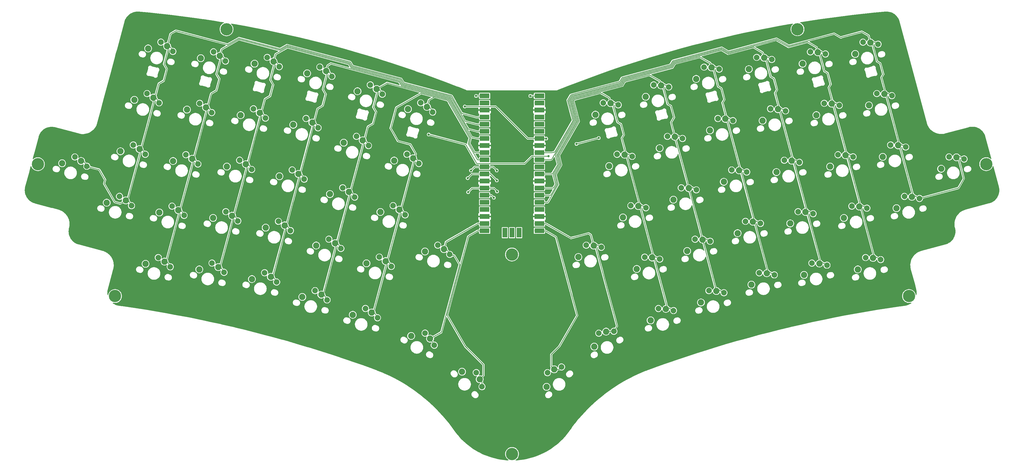
<source format=gtl>
G04 #@! TF.GenerationSoftware,KiCad,Pcbnew,8.0.2*
G04 #@! TF.CreationDate,2024-05-23T23:16:28+01:00*
G04 #@! TF.ProjectId,Phoenixia3,50686f65-6e69-4786-9961-332e6b696361,1*
G04 #@! TF.SameCoordinates,Original*
G04 #@! TF.FileFunction,Copper,L1,Top*
G04 #@! TF.FilePolarity,Positive*
%FSLAX46Y46*%
G04 Gerber Fmt 4.6, Leading zero omitted, Abs format (unit mm)*
G04 Created by KiCad (PCBNEW 8.0.2) date 2024-05-23 23:16:28*
%MOMM*%
%LPD*%
G01*
G04 APERTURE LIST*
G04 Aperture macros list*
%AMHorizOval*
0 Thick line with rounded ends*
0 $1 width*
0 $2 $3 position (X,Y) of the first rounded end (center of the circle)*
0 $4 $5 position (X,Y) of the second rounded end (center of the circle)*
0 Add line between two ends*
20,1,$1,$2,$3,$4,$5,0*
0 Add two circle primitives to create the rounded ends*
1,1,$1,$2,$3*
1,1,$1,$4,$5*%
G04 Aperture macros list end*
G04 #@! TA.AperFunction,ComponentPad*
%ADD10C,2.250000*%
G04 #@! TD*
G04 #@! TA.AperFunction,ComponentPad*
%ADD11C,2.000000*%
G04 #@! TD*
G04 #@! TA.AperFunction,ComponentPad*
%ADD12HorizOval,2.250000X0.000000X0.000000X0.000000X0.000000X0*%
G04 #@! TD*
G04 #@! TA.AperFunction,ComponentPad*
%ADD13HorizOval,2.250000X0.000000X0.000000X0.000000X0.000000X0*%
G04 #@! TD*
G04 #@! TA.AperFunction,ComponentPad*
%ADD14C,4.400000*%
G04 #@! TD*
G04 #@! TA.AperFunction,ComponentPad*
%ADD15HorizOval,2.250000X0.000000X0.000000X0.000000X0.000000X0*%
G04 #@! TD*
G04 #@! TA.AperFunction,ComponentPad*
%ADD16HorizOval,2.250000X0.000000X0.000000X0.000000X0.000000X0*%
G04 #@! TD*
G04 #@! TA.AperFunction,ComponentPad*
%ADD17O,1.700000X1.700000*%
G04 #@! TD*
G04 #@! TA.AperFunction,SMDPad,CuDef*
%ADD18R,3.500000X1.700000*%
G04 #@! TD*
G04 #@! TA.AperFunction,ComponentPad*
%ADD19R,1.700000X1.700000*%
G04 #@! TD*
G04 #@! TA.AperFunction,SMDPad,CuDef*
%ADD20R,1.700000X3.500000*%
G04 #@! TD*
G04 #@! TA.AperFunction,ComponentPad*
%ADD21HorizOval,2.250000X0.000000X0.000000X0.000000X0.000000X0*%
G04 #@! TD*
G04 #@! TA.AperFunction,ComponentPad*
%ADD22HorizOval,2.250000X0.000000X0.000000X0.000000X0.000000X0*%
G04 #@! TD*
G04 #@! TA.AperFunction,ViaPad*
%ADD23C,0.800000*%
G04 #@! TD*
G04 #@! TA.AperFunction,Conductor*
%ADD24C,0.250000*%
G04 #@! TD*
G04 #@! TA.AperFunction,Conductor*
%ADD25C,0.150000*%
G04 #@! TD*
G04 APERTURE END LIST*
D10*
X228116509Y-181319028D03*
D11*
X230823973Y-181918721D03*
D12*
X222640281Y-185415982D03*
D11*
X225450827Y-181184370D03*
D10*
X79758636Y-168649404D03*
D11*
X81803523Y-170522485D03*
D13*
X72967606Y-169459354D03*
D11*
X77517417Y-167199945D03*
D10*
X322982174Y-167336553D03*
D11*
X325689638Y-167936246D03*
D12*
X317505946Y-171433507D03*
D11*
X320316492Y-167201895D03*
D10*
X239126023Y-148770804D03*
D11*
X241833487Y-149370497D03*
D12*
X233649795Y-152867758D03*
D11*
X236460341Y-148636146D03*
D10*
X313121163Y-130534783D03*
D11*
X315828627Y-131134476D03*
D12*
X307644935Y-134631737D03*
D11*
X310455481Y-130400125D03*
D10*
X308722908Y-187723796D03*
D11*
X311430372Y-188323489D03*
D12*
X303246680Y-191820750D03*
D11*
X306057226Y-187589138D03*
D10*
X84689141Y-150248508D03*
D11*
X86734028Y-152121589D03*
D13*
X77898111Y-151058458D03*
D11*
X82447922Y-148799049D03*
D10*
X70830198Y-128367265D03*
D11*
X72875084Y-130240346D03*
D13*
X64039168Y-129177217D03*
D11*
X68588979Y-126917806D03*
D10*
X103897750Y-152213628D03*
D11*
X105942637Y-154086709D03*
D13*
X97106720Y-153023578D03*
D11*
X101656531Y-150764169D03*
D10*
X75770120Y-109955750D03*
D11*
X77815006Y-111828831D03*
D13*
X68979090Y-110765703D03*
D11*
X73528901Y-108506291D03*
D10*
X326980118Y-108653532D03*
D11*
X329687582Y-109253225D03*
D12*
X321503890Y-112750486D03*
D11*
X324314436Y-108518874D03*
D10*
X112813232Y-192495069D03*
D11*
X114858119Y-194368150D03*
D13*
X106022202Y-193305019D03*
D11*
X110572013Y-191045610D03*
D10*
X140690104Y-162085255D03*
D11*
X142734991Y-163958336D03*
D13*
X133899074Y-162895205D03*
D11*
X138448885Y-160635796D03*
D10*
X234195523Y-130369927D03*
D11*
X236902987Y-130969620D03*
D12*
X228719295Y-134466881D03*
D11*
X231529841Y-130235269D03*
D10*
X308187822Y-112147807D03*
D11*
X310895286Y-112747500D03*
D12*
X302711594Y-116244761D03*
D11*
X305522140Y-112013149D03*
D14*
X57148552Y-199385917D03*
D10*
X331910623Y-127054419D03*
D11*
X334618087Y-127654112D03*
D12*
X326434395Y-131151373D03*
D11*
X329244941Y-126919761D03*
D10*
X135769017Y-180475512D03*
D11*
X137813904Y-182348593D03*
D13*
X128977987Y-181285462D03*
D11*
X133527798Y-179026053D03*
D10*
X187392075Y-229154256D03*
D11*
X188226460Y-231798834D03*
D15*
X181105895Y-226460180D03*
D11*
X186175852Y-226778378D03*
D10*
X271921136Y-197584810D03*
D11*
X274628600Y-198184503D03*
D12*
X266444908Y-201681764D03*
D11*
X269255454Y-197450152D03*
D10*
X357705550Y-149732951D03*
D11*
X360413014Y-150332644D03*
D12*
X352229322Y-153829905D03*
D11*
X355039868Y-149598293D03*
D10*
X158705971Y-168477199D03*
D11*
X160750858Y-170350280D03*
D13*
X151914941Y-169287149D03*
D11*
X156464752Y-167027740D03*
D10*
X257129625Y-142382149D03*
D11*
X259837089Y-142981842D03*
D12*
X251653397Y-146479103D03*
D11*
X254463943Y-142247491D03*
D10*
X266993482Y-179170011D03*
D11*
X269700946Y-179769704D03*
D12*
X261517254Y-183266965D03*
D11*
X264327800Y-179035353D03*
D10*
X244056525Y-167171695D03*
D11*
X246763989Y-167771388D03*
D12*
X238580297Y-171268649D03*
D11*
X241390843Y-167037037D03*
D10*
X145630026Y-143673743D03*
D11*
X147674913Y-145546824D03*
D13*
X138838996Y-144483693D03*
D11*
X143388807Y-142224284D03*
D10*
X174650122Y-182612684D03*
D11*
X176695009Y-184485765D03*
D13*
X167859092Y-183422634D03*
D11*
X172408903Y-181163225D03*
D10*
X163636477Y-150076318D03*
D11*
X165681364Y-151949399D03*
D13*
X156845447Y-150886268D03*
D11*
X161395258Y-148626859D03*
D10*
X284997078Y-172781344D03*
D11*
X287704542Y-173381037D03*
D12*
X279520850Y-176878298D03*
D11*
X282331396Y-172646686D03*
D10*
X289924737Y-191196145D03*
D11*
X292632201Y-191795838D03*
D12*
X284448509Y-195293099D03*
D11*
X287259055Y-191061487D03*
D10*
X169683758Y-214628215D03*
D11*
X171174178Y-216966728D03*
D16*
X162914496Y-213652920D03*
D11*
X167894054Y-212648075D03*
D10*
X248984190Y-185586497D03*
D11*
X251691654Y-186186190D03*
D12*
X243507962Y-189683451D03*
D11*
X246318508Y-185451839D03*
D10*
X148844968Y-205278976D03*
D11*
X150889855Y-207152057D03*
D13*
X142053938Y-206088926D03*
D11*
X146603749Y-203829517D03*
D10*
X275136078Y-135979575D03*
D11*
X277843542Y-136579268D03*
D12*
X269659850Y-140076529D03*
D11*
X272470396Y-135844917D03*
D10*
X108818838Y-133823358D03*
D11*
X110863725Y-135696439D03*
D13*
X102027808Y-134633308D03*
D11*
X106577619Y-132373899D03*
D10*
X150560530Y-125272859D03*
D11*
X152605416Y-127145940D03*
D13*
X143769500Y-126082811D03*
D11*
X148319311Y-123823400D03*
D10*
X74828135Y-187050283D03*
D11*
X76873022Y-188923364D03*
D13*
X68037105Y-187860233D03*
D11*
X72586916Y-185600824D03*
D10*
X341771631Y-163856197D03*
D11*
X344479095Y-164455890D03*
D12*
X336295403Y-167953151D03*
D11*
X339105949Y-163721539D03*
D14*
X198948552Y-255885917D03*
D10*
X318048822Y-148949576D03*
D11*
X320756286Y-149549269D03*
D12*
X312572594Y-153046530D03*
D11*
X315383140Y-148814918D03*
D10*
X117743733Y-174094190D03*
D11*
X119788620Y-175967271D03*
D13*
X110952703Y-174904140D03*
D11*
X115502514Y-172644731D03*
D10*
X113749334Y-115422477D03*
D11*
X115794220Y-117295558D03*
D13*
X106958304Y-116232429D03*
D11*
X111508115Y-113973018D03*
D10*
X336841122Y-145455311D03*
D11*
X339548586Y-146055004D03*
D12*
X331364894Y-149552265D03*
D11*
X334175440Y-145320653D03*
D10*
X130829101Y-198887027D03*
D11*
X132873988Y-200760108D03*
D13*
X124038071Y-199696977D03*
D11*
X128587882Y-197437568D03*
D10*
X252201970Y-123967348D03*
D11*
X254909434Y-124567041D03*
D12*
X246725742Y-128064302D03*
D11*
X249536288Y-123832690D03*
D10*
X327912684Y-185737441D03*
D11*
X330620148Y-186337134D03*
D12*
X322436456Y-189834395D03*
D11*
X325247002Y-185602783D03*
D14*
X96973552Y-103910917D03*
D10*
X127614166Y-137281792D03*
D11*
X129659053Y-139154873D03*
D13*
X120823136Y-138091742D03*
D11*
X125372947Y-135832333D03*
D17*
X190036779Y-127763219D03*
D18*
X189136779Y-127763219D03*
D17*
X190036780Y-130303218D03*
D18*
X189136780Y-130303218D03*
D19*
X190036781Y-132843219D03*
D18*
X189136781Y-132843219D03*
D17*
X190036778Y-135383218D03*
D18*
X189136778Y-135383218D03*
D17*
X190036779Y-137923217D03*
D18*
X189136779Y-137923217D03*
D17*
X190036779Y-140463220D03*
D18*
X189136779Y-140463220D03*
D17*
X190036778Y-143003219D03*
D18*
X189136778Y-143003219D03*
D19*
X190036778Y-145543221D03*
D18*
X189136778Y-145543221D03*
D17*
X190036779Y-148083219D03*
D18*
X189136779Y-148083219D03*
D17*
X190036780Y-150623219D03*
D18*
X189136780Y-150623219D03*
D17*
X190036780Y-153163219D03*
D18*
X189136780Y-153163219D03*
D17*
X190036779Y-155703219D03*
D18*
X189136779Y-155703219D03*
D19*
X190036780Y-158243218D03*
D18*
X189136780Y-158243218D03*
D17*
X190036779Y-160783220D03*
D18*
X189136779Y-160783220D03*
D17*
X190036780Y-163323220D03*
D18*
X189136780Y-163323220D03*
D17*
X190036778Y-165863219D03*
D18*
X189136778Y-165863219D03*
D17*
X190036779Y-168403219D03*
D18*
X189136779Y-168403219D03*
D19*
X190036779Y-170943218D03*
D18*
X189136779Y-170943218D03*
D17*
X190036780Y-173483219D03*
D18*
X189136780Y-173483219D03*
D17*
X190036779Y-176023219D03*
D18*
X189136779Y-176023219D03*
D17*
X207816779Y-176023219D03*
D18*
X208716779Y-176023219D03*
D17*
X207816778Y-173483220D03*
D18*
X208716778Y-173483220D03*
D19*
X207816777Y-170943219D03*
D18*
X208716777Y-170943219D03*
D17*
X207816780Y-168403220D03*
D18*
X208716780Y-168403220D03*
D17*
X207816779Y-165863221D03*
D18*
X208716779Y-165863221D03*
D17*
X207816779Y-163323218D03*
D18*
X208716779Y-163323218D03*
D17*
X207816780Y-160783219D03*
D18*
X208716780Y-160783219D03*
D19*
X207816780Y-158243217D03*
D18*
X208716780Y-158243217D03*
D17*
X207816779Y-155703219D03*
D18*
X208716779Y-155703219D03*
D17*
X207816778Y-153163219D03*
D18*
X208716778Y-153163219D03*
D17*
X207816778Y-150623219D03*
D18*
X208716778Y-150623219D03*
D17*
X207816779Y-148083219D03*
D18*
X208716779Y-148083219D03*
D19*
X207816778Y-145543220D03*
D18*
X208716778Y-145543220D03*
D17*
X207816779Y-143003218D03*
D18*
X208716779Y-143003218D03*
D17*
X207816778Y-140463218D03*
D18*
X208716778Y-140463218D03*
D17*
X207816780Y-137923219D03*
D18*
X208716780Y-137923219D03*
D17*
X207816779Y-135383219D03*
D18*
X208716779Y-135383219D03*
D19*
X207816779Y-132843220D03*
D18*
X208716779Y-132843220D03*
D17*
X207816778Y-130303219D03*
D18*
X208716778Y-130303219D03*
D17*
X207816779Y-127763219D03*
D18*
X208716779Y-127763219D03*
D17*
X196386777Y-175793220D03*
D20*
X196386777Y-176693220D03*
D19*
X198926779Y-175793219D03*
D20*
X198926779Y-176693219D03*
D17*
X201466777Y-175793220D03*
D20*
X201466777Y-176693220D03*
D10*
X289003749Y-114106346D03*
D11*
X291711213Y-114706039D03*
D12*
X283527521Y-118203300D03*
D11*
X286338067Y-113971688D03*
D10*
X94027325Y-189026024D03*
D11*
X96072212Y-190899105D03*
D13*
X87236295Y-189835974D03*
D11*
X91786106Y-187576565D03*
D14*
X29571572Y-152189104D03*
D10*
X298861904Y-150922030D03*
D11*
X301569368Y-151521723D03*
D12*
X293385676Y-155018984D03*
D11*
X296196222Y-150787372D03*
D10*
X122674244Y-155693302D03*
D11*
X124719131Y-157566383D03*
D13*
X115883214Y-156503252D03*
D11*
X120433025Y-154243843D03*
D10*
X45029491Y-151053258D03*
D11*
X47074378Y-152926339D03*
D13*
X38238461Y-151863208D03*
D11*
X42788272Y-149603799D03*
D10*
X65899695Y-146768152D03*
D11*
X67944582Y-148641233D03*
D13*
X59108665Y-147578102D03*
D11*
X63658476Y-145318693D03*
D10*
X60978613Y-165158413D03*
D11*
X63023500Y-167031494D03*
D13*
X54187583Y-165968363D03*
D11*
X58737394Y-163708954D03*
D10*
X253917535Y-203973468D03*
D11*
X256624999Y-204573161D03*
D12*
X248441307Y-208070422D03*
D11*
X251251853Y-203838810D03*
D10*
X98957822Y-170625136D03*
D11*
X101002709Y-172498217D03*
D13*
X92166792Y-171435086D03*
D11*
X96716603Y-169175677D03*
D10*
X153775475Y-186878088D03*
D11*
X155820362Y-188751169D03*
D13*
X146984445Y-187688038D03*
D11*
X151534256Y-185428629D03*
D10*
X303795250Y-169309009D03*
D11*
X306502714Y-169908702D03*
D12*
X298319022Y-173405963D03*
D11*
X301129568Y-169174351D03*
D10*
X262060135Y-160783036D03*
D11*
X264767599Y-161382729D03*
D12*
X256583907Y-164879990D03*
D11*
X259394453Y-160648378D03*
D10*
X293934251Y-132507239D03*
D11*
X296641715Y-133106932D03*
D12*
X288458023Y-136604193D03*
D11*
X291268569Y-132372581D03*
D10*
X89619648Y-131847624D03*
D11*
X91664535Y-133720705D03*
D13*
X82828618Y-132657574D03*
D11*
X87378429Y-130398165D03*
D14*
X198923552Y-184510917D03*
D10*
X168566979Y-131675428D03*
D11*
X170611865Y-133548509D03*
D13*
X161775949Y-132485380D03*
D11*
X166325760Y-130225969D03*
D10*
X94559570Y-113436115D03*
D11*
X96604456Y-115309196D03*
D13*
X87768540Y-114246067D03*
D11*
X92318351Y-111986656D03*
D10*
X270205567Y-117578687D03*
D11*
X272913031Y-118178380D03*
D12*
X264729339Y-121675641D03*
D11*
X267539885Y-117444029D03*
D10*
X213981201Y-225591675D03*
D11*
X216625779Y-224757290D03*
D21*
X211287125Y-231877855D03*
D11*
X211605323Y-226807898D03*
D10*
X280063730Y-154394373D03*
D11*
X282771194Y-154994066D03*
D12*
X274587502Y-158491327D03*
D11*
X277398048Y-154259715D03*
D10*
X232556336Y-212102761D03*
D11*
X235326758Y-211981277D03*
D22*
X228327076Y-217477467D03*
D11*
X229946633Y-212662621D03*
D10*
X132544670Y-118880905D03*
D11*
X134589556Y-120753986D03*
D13*
X125753640Y-119690857D03*
D11*
X130303451Y-117431446D03*
D14*
X368318758Y-152176802D03*
X300916778Y-103898615D03*
X340741778Y-199373615D03*
D23*
X321988546Y-119652971D03*
X229588546Y-141202972D03*
X283988545Y-125152972D03*
X66813545Y-117277972D03*
X158863546Y-138852971D03*
X122363545Y-206777972D03*
X243579874Y-138378565D03*
X352613545Y-168202971D03*
X134838546Y-131527972D03*
X123163546Y-126652972D03*
X137188545Y-151452973D03*
X312038546Y-179777971D03*
X81038545Y-140327971D03*
X152738546Y-137752971D03*
X303188545Y-123102972D03*
X186163546Y-145552971D03*
X205063545Y-158252971D03*
X314888547Y-121577972D03*
X271438545Y-148252971D03*
X59888546Y-183652971D03*
X249488545Y-176102971D03*
X77038545Y-157877973D03*
X247313546Y-134952972D03*
X141088546Y-132502973D03*
X103913546Y-123852971D03*
X114438546Y-126752973D03*
X150138545Y-177252972D03*
X76588547Y-121427972D03*
X295613546Y-123602972D03*
X329163545Y-138677972D03*
X277038545Y-126977972D03*
X95163546Y-124827972D03*
X260763545Y-132802972D03*
X85338546Y-121227972D03*
X265263546Y-128602972D03*
X182056015Y-131550546D03*
X211170268Y-143024349D03*
X193481016Y-154450545D03*
X184281016Y-154450545D03*
X183101046Y-157190471D03*
X193488546Y-158002971D03*
X192438545Y-164202972D03*
X183263546Y-162202971D03*
X193588546Y-161952971D03*
X205481015Y-127775545D03*
X186093343Y-127763218D03*
X221984741Y-144940654D03*
X169171841Y-141578367D03*
X229905333Y-142818337D03*
X212006015Y-149350546D03*
D24*
X205073301Y-158243217D02*
X205063545Y-158252971D01*
X191803792Y-158243217D02*
X193963546Y-160402971D01*
X205778792Y-170943218D02*
X205063545Y-170227971D01*
X192373300Y-170943218D02*
X205063545Y-158252971D01*
D25*
X190036773Y-145543220D02*
X190032567Y-145539010D01*
D24*
X207816780Y-158243216D02*
X205073301Y-158243217D01*
X186163546Y-145552971D02*
X186173296Y-145543221D01*
X186173296Y-145543221D02*
X190036778Y-145543221D01*
X193963546Y-160402971D02*
X202913546Y-160402973D01*
X190036779Y-158243217D02*
X191803792Y-158243217D01*
X207816777Y-170943219D02*
X205778792Y-170943218D01*
X202913546Y-160402973D02*
X205063545Y-158252971D01*
X205063545Y-170227971D02*
X205063545Y-158252971D01*
X190036779Y-170943217D02*
X192373300Y-170943218D01*
X204558688Y-143003218D02*
X207816779Y-143003218D01*
X207816779Y-143003218D02*
X211149137Y-143003217D01*
X182056015Y-131550546D02*
X193106015Y-131550546D01*
X193106015Y-131550546D02*
X204558688Y-143003218D01*
X211149137Y-143003217D02*
X211170268Y-143024349D01*
X193481016Y-154450545D02*
X193481016Y-154420442D01*
X193481016Y-154420442D02*
X192223792Y-153163219D01*
X192223792Y-153163219D02*
X190036780Y-153163219D01*
X184281016Y-154450545D02*
X185568342Y-153163218D01*
X185568342Y-153163218D02*
X190036780Y-153163219D01*
X191188793Y-155703218D02*
X190036779Y-155703218D01*
X193488546Y-158002971D02*
X191188793Y-155703218D01*
X184588299Y-155703219D02*
X190036779Y-155703218D01*
X183101046Y-157190471D02*
X184588299Y-155703219D01*
X192438545Y-164202972D02*
X191558794Y-163323220D01*
X191558794Y-163323220D02*
X190036780Y-163323219D01*
X192438545Y-164202972D02*
X192613547Y-164377973D01*
X193588546Y-161952971D02*
X193688546Y-161952971D01*
X183263545Y-162177973D02*
X183263546Y-162202971D01*
X193688546Y-161952971D02*
X193638546Y-161902972D01*
X190036779Y-160783220D02*
X192518794Y-160783220D01*
X193588546Y-161852972D02*
X193588546Y-161952971D01*
X190036779Y-160783220D02*
X184658298Y-160783220D01*
X183263546Y-162202971D02*
X183238546Y-162202972D01*
X192518794Y-160783220D02*
X193588546Y-161852972D01*
X183238546Y-162202972D02*
X183288545Y-162152972D01*
X184658298Y-160783220D02*
X183263545Y-162177973D01*
X159406650Y-121666238D02*
X160202146Y-123044078D01*
X141161040Y-115612658D02*
X141956536Y-116990496D01*
X77815003Y-111828834D02*
X76909905Y-110261160D01*
X97339704Y-109357726D02*
X101350742Y-107041953D01*
X68650319Y-138556448D02*
X66538810Y-146399154D01*
X63023494Y-167031493D02*
X62118398Y-165463816D01*
X75651201Y-118186806D02*
X74544748Y-122316143D01*
X76169978Y-110648330D02*
X74625896Y-116410927D01*
X118546071Y-109552992D02*
X141161040Y-115612658D01*
X76958030Y-105522403D02*
X78850905Y-104429553D01*
X62118398Y-165463816D02*
X60978613Y-165158413D01*
X71969988Y-128672670D02*
X70830198Y-128367265D01*
X67039483Y-147073557D02*
X65899695Y-146768152D01*
X72875088Y-130240346D02*
X71969988Y-128672670D01*
X75770120Y-109955750D02*
X76169978Y-110648330D01*
X60978613Y-165158413D02*
X59041838Y-166276608D01*
X59041838Y-166276608D02*
X57010356Y-165732277D01*
X53602621Y-157779299D02*
X51482740Y-154107557D01*
X71199193Y-129006377D02*
X68650319Y-138556448D01*
X51482740Y-154107557D02*
X47074373Y-152926341D01*
X66538810Y-146399154D02*
X65899695Y-146768152D01*
X141956536Y-116990496D02*
X159406650Y-121666238D01*
X177305187Y-127626824D02*
X178646266Y-129949640D01*
X186156015Y-135381832D02*
X190036778Y-135383218D01*
X70830198Y-128367265D02*
X71199193Y-129006377D01*
X57010356Y-165732277D02*
X53227337Y-159179890D01*
X101350742Y-107041953D02*
X116065960Y-110984883D01*
X65899695Y-146768152D02*
X66295560Y-147453807D01*
X175370024Y-127108296D02*
X177305187Y-127626824D01*
X175370024Y-127108296D02*
X175466615Y-127134180D01*
X78850905Y-104429553D02*
X78995792Y-104468377D01*
X72707633Y-123376800D02*
X71469312Y-127998274D01*
X74625896Y-116410927D02*
X75651201Y-118186806D01*
X160202146Y-123044078D02*
X175370024Y-127108296D01*
X71469312Y-127998274D02*
X70830198Y-128367265D01*
X46169278Y-151358666D02*
X45029491Y-151053258D01*
X53227337Y-159179890D02*
X53602621Y-157779299D01*
X74544748Y-122316143D02*
X72707633Y-123376800D01*
X180982144Y-133995496D02*
X186156015Y-135381832D01*
X78995792Y-104468377D02*
X79026411Y-104450695D01*
X116065960Y-110984883D02*
X118546071Y-109552992D01*
X76909905Y-110261160D02*
X75770120Y-109955750D01*
X66295560Y-147453807D02*
X61656494Y-164767036D01*
X79026411Y-104450695D02*
X97339704Y-109357726D01*
X47074373Y-152926341D02*
X46169278Y-151358666D01*
X178646266Y-129949640D02*
X180982144Y-133995496D01*
X67944578Y-148641234D02*
X67039483Y-147073557D01*
X75770120Y-109955750D02*
X76958030Y-105522403D01*
X61656494Y-164767036D02*
X60978613Y-165158413D01*
X90759434Y-132153027D02*
X89619648Y-131847624D01*
X159938577Y-123387566D02*
X175797754Y-127637021D01*
X79758636Y-168649404D02*
X80154504Y-169335057D01*
X182150464Y-136819095D02*
X186436527Y-137967540D01*
X85828929Y-150553916D02*
X84689141Y-150248508D01*
X175797754Y-127637021D02*
X177041619Y-127970311D01*
X116122472Y-111414137D02*
X118602582Y-109982246D01*
X86738209Y-144571164D02*
X85306012Y-149916185D01*
X118602582Y-109982246D02*
X140897475Y-115956143D01*
X96604459Y-115309196D02*
X95699359Y-113741521D01*
X94418404Y-121703840D02*
X93311949Y-125833173D01*
X89966394Y-132523407D02*
X86739908Y-144564826D01*
X94559570Y-113436115D02*
X95197157Y-111056610D01*
X178080098Y-129769006D02*
X182150464Y-136819095D01*
X75967923Y-187355687D02*
X74828135Y-187050283D01*
X76873022Y-188923365D02*
X75967923Y-187355687D01*
X159143080Y-122009727D02*
X159938577Y-123387566D01*
X93393099Y-119927960D02*
X94418404Y-121703840D01*
X140897475Y-115956143D02*
X141692971Y-117333983D01*
X81803522Y-170522479D02*
X80898424Y-168954803D01*
X86739908Y-144564826D02*
X86735885Y-144567149D01*
X86735885Y-144567149D02*
X86738209Y-144571164D01*
X186436527Y-137967540D02*
X186480850Y-137923216D01*
X177041619Y-127970311D02*
X178080098Y-129769006D01*
X85062762Y-150970837D02*
X80423693Y-168284066D01*
X91474833Y-126893832D02*
X90236514Y-131515302D01*
X86734027Y-152121592D02*
X85828929Y-150553916D01*
X101407256Y-107471206D02*
X116122472Y-111414137D01*
X178080098Y-129769006D02*
X178217012Y-130006150D01*
X80898424Y-168954803D02*
X79758636Y-168649404D01*
X95197157Y-111056610D02*
X101407256Y-107471206D01*
X93311949Y-125833173D02*
X91474833Y-126893832D01*
X186480850Y-137923216D02*
X190036779Y-137923216D01*
X95699359Y-113741521D02*
X94559570Y-113436115D01*
X75513796Y-186654418D02*
X74828135Y-187050283D01*
X141692971Y-117333983D02*
X159143080Y-122009727D01*
X94937180Y-114165362D02*
X93393099Y-119927960D01*
X91664531Y-133720703D02*
X90759434Y-132153027D01*
X80154504Y-169335057D02*
X75513796Y-186654418D01*
X110664600Y-128880193D02*
X109426280Y-133501662D01*
X183301111Y-139612069D02*
X186394915Y-140441053D01*
X113608169Y-123690203D02*
X112501719Y-127819536D01*
X186481014Y-140463220D02*
X190036779Y-140463220D01*
X94705208Y-188634644D02*
X94027325Y-189026024D01*
X115794220Y-117295557D02*
X114889122Y-115727884D01*
X159675007Y-123731052D02*
X175839115Y-128062211D01*
X95167114Y-189331424D02*
X94027325Y-189026024D01*
X114889122Y-115727884D02*
X113749334Y-115422477D01*
X175839115Y-128062211D02*
X176778053Y-128313797D01*
X140633906Y-116299632D02*
X141429403Y-117677470D01*
X105037538Y-152519033D02*
X103897750Y-152213628D01*
X176778053Y-128313797D02*
X177689492Y-129892458D01*
X186394915Y-140441053D02*
X186481014Y-140463220D01*
X105695556Y-147424931D02*
X104495779Y-151902548D01*
X101002708Y-172498216D02*
X100097609Y-170930539D01*
X105697254Y-147418588D02*
X105693235Y-147420909D01*
X96072210Y-190899103D02*
X95167114Y-189331424D01*
X141429403Y-117677470D02*
X158879514Y-122353215D01*
X103897750Y-152213628D02*
X103874129Y-152301788D01*
X109156161Y-134509769D02*
X105697254Y-147418588D01*
X109958628Y-134128765D02*
X108818838Y-133823358D01*
X105693235Y-147420909D02*
X105695556Y-147424931D01*
X175839115Y-128062211D02*
X176008152Y-128107505D01*
X99349203Y-171303024D02*
X94705208Y-188634644D01*
X114126949Y-116151720D02*
X112582865Y-121914320D01*
X98957822Y-170625136D02*
X99349203Y-171303024D01*
X110863721Y-135696442D02*
X109958628Y-134128765D01*
X113749334Y-115422477D02*
X114439200Y-112847854D01*
X104252529Y-152957197D02*
X99613461Y-170270430D01*
X114439200Y-112847854D02*
X118659096Y-110411500D01*
X177689492Y-129892458D02*
X183301111Y-139612069D01*
X158879514Y-122353215D02*
X159675007Y-123731052D01*
X100097609Y-170930539D02*
X98957822Y-170625136D01*
X105942636Y-154086706D02*
X105037538Y-152519033D01*
X118659096Y-110411500D02*
X140633906Y-116299632D01*
X112582865Y-121914320D02*
X113608169Y-123690203D01*
X103874129Y-152301788D02*
X104252529Y-152957197D01*
X112501719Y-127819536D02*
X110664600Y-128880193D01*
X177689492Y-129892458D02*
X177787759Y-130062664D01*
X176514483Y-128657288D02*
X177228177Y-129893438D01*
X129659049Y-139154875D02*
X128753950Y-137587202D01*
X186356016Y-142975546D02*
X186606015Y-143003219D01*
X134250469Y-116167990D02*
X158615946Y-122696703D01*
X132403498Y-127148629D02*
X131297047Y-131277968D01*
X186606015Y-143003219D02*
X190036777Y-143003219D01*
X113498895Y-192099203D02*
X112813232Y-192495069D01*
X131297047Y-131277968D02*
X129459930Y-132338626D01*
X117743733Y-174094190D02*
X118139601Y-174779845D01*
X119788620Y-175967269D02*
X118883523Y-174399591D01*
X133092444Y-116836575D02*
X134250469Y-116167990D01*
X129459930Y-132338626D02*
X128221610Y-136960095D01*
X134589554Y-120753987D02*
X133684456Y-119186312D01*
X123814030Y-155998708D02*
X122674244Y-155693302D01*
X131378194Y-125372751D02*
X132403498Y-127148629D01*
X177228177Y-129893438D02*
X177358507Y-130119176D01*
X123047853Y-156415629D02*
X118408788Y-173728861D01*
X118139601Y-174779845D02*
X113498895Y-192099203D01*
X127951488Y-137968196D02*
X123291106Y-155360979D01*
X184504790Y-142496902D02*
X186356016Y-142975546D01*
X133684456Y-119186312D02*
X132544670Y-118880905D01*
X177228177Y-129893438D02*
X184504790Y-142496902D01*
X159411441Y-124074540D02*
X176514483Y-128657288D01*
X128753950Y-137587202D02*
X127614166Y-137281792D01*
X118883523Y-174399591D02*
X117743733Y-174094190D01*
X114858118Y-194368152D02*
X113953022Y-192800472D01*
X158615946Y-122696703D02*
X159411441Y-124074540D01*
X113953022Y-192800472D02*
X112813232Y-192495069D01*
X132544670Y-118880905D02*
X133092444Y-116836575D01*
X132922276Y-119610154D02*
X131378194Y-125372751D01*
X124719126Y-157566383D02*
X123814030Y-155998708D01*
X147306253Y-139294604D02*
X146228055Y-143362669D01*
X184212452Y-142790559D02*
X183690754Y-144737564D01*
X185531060Y-147925070D02*
X186039549Y-148061319D01*
X176749185Y-129863801D02*
X176929250Y-130175691D01*
X141829893Y-162390663D02*
X140690104Y-162085255D01*
X136155908Y-181145628D02*
X131506981Y-198495658D01*
X176749185Y-129863801D02*
X184212452Y-142790559D01*
X142734989Y-163958336D02*
X141829893Y-162390663D01*
X146769818Y-143979152D02*
X145630026Y-143673743D01*
X151700314Y-125578266D02*
X150560530Y-125272859D01*
X176250916Y-129000772D02*
X176749185Y-129863801D01*
X150409943Y-133551206D02*
X149303492Y-137680538D01*
X150928724Y-126012729D02*
X149384636Y-131775326D01*
X183690754Y-144737564D02*
X185531060Y-147925070D01*
X147674913Y-145546826D02*
X146769818Y-143979152D01*
X131968893Y-199192432D02*
X130829101Y-198887027D01*
X136908806Y-180780922D02*
X135769017Y-180475512D01*
X152605415Y-127145940D02*
X151700314Y-125578266D01*
X149384636Y-131775326D02*
X150409943Y-133551206D01*
X147466375Y-138741200D02*
X147306253Y-139294604D01*
X131506981Y-198495658D02*
X130829101Y-198887027D01*
X150560530Y-125272859D02*
X154293885Y-123117405D01*
X149303492Y-137680538D02*
X147466375Y-138741200D01*
X186039549Y-148061319D02*
X186042671Y-148059514D01*
X145957936Y-144370770D02*
X141297553Y-161763556D01*
X154293885Y-123117405D02*
X176250916Y-129000772D01*
X186206016Y-148075546D02*
X190036778Y-148083220D01*
X141054302Y-162818204D02*
X136415235Y-180131433D01*
X137813905Y-182348597D02*
X136908806Y-180780922D01*
X186042671Y-148059514D02*
X186206016Y-148075546D01*
X135769017Y-180475512D02*
X136155908Y-181145628D01*
X132873992Y-200760109D02*
X131968893Y-199192432D01*
X168741665Y-131574575D02*
X168887046Y-131613526D01*
X169706765Y-131980833D02*
X168566979Y-131675428D01*
X171527808Y-128149333D02*
X166462704Y-126792141D01*
X171527808Y-128149333D02*
X175987346Y-129344262D01*
X157575686Y-131923065D02*
X155576310Y-139384840D01*
X186881015Y-150625546D02*
X190036779Y-150623218D01*
X164776263Y-150381725D02*
X163636477Y-150076318D01*
X170611867Y-133548506D02*
X169706765Y-131980833D01*
X158192604Y-143916398D02*
X162611716Y-145100493D01*
X165681364Y-151949397D02*
X164776263Y-150381725D01*
X160750853Y-170350282D02*
X159845759Y-168782607D01*
X168566979Y-131675428D02*
X169222593Y-129228648D01*
X183556732Y-143692258D02*
X183261500Y-144794078D01*
X175987346Y-129344262D02*
X176429288Y-130109729D01*
X150889854Y-207152057D02*
X149984757Y-205584378D01*
X171230163Y-128069580D02*
X171527808Y-128149333D01*
X154162358Y-187548188D02*
X149515072Y-204892089D01*
X155820360Y-188751166D02*
X154915265Y-187183493D01*
X154915265Y-187183493D02*
X153775475Y-186878088D01*
X153775475Y-186878088D02*
X154162358Y-187548188D01*
X176429288Y-130109729D02*
X176499999Y-130232202D01*
X159845759Y-168782607D02*
X158705971Y-168477199D01*
X166462704Y-126792141D02*
X157575686Y-131923065D01*
X186591489Y-150561786D02*
X186881015Y-150625546D01*
X162611716Y-145100493D02*
X164573807Y-148498936D01*
X163964382Y-150773345D02*
X159303999Y-168166128D01*
X176429288Y-130109729D02*
X183783198Y-142847075D01*
X183261500Y-144794078D02*
X186591489Y-150561786D01*
X155576310Y-139384840D02*
X158192604Y-143916398D01*
X159060751Y-169220777D02*
X154421682Y-186534008D01*
X169222593Y-129228648D02*
X171230163Y-128069580D01*
X149515072Y-204892089D02*
X148844968Y-205278976D01*
X164573807Y-148498936D02*
X164234501Y-149765243D01*
X168566979Y-131675428D02*
X168741665Y-131574575D01*
X149984757Y-205584378D02*
X148844968Y-205278976D01*
X183783198Y-142847075D02*
X183556732Y-143692258D01*
X183281258Y-175388486D02*
X186542143Y-173505812D01*
X186564736Y-173483219D02*
X186542143Y-173505812D01*
X171174179Y-216966724D02*
X169849709Y-214672678D01*
X175789907Y-182918088D02*
X176695009Y-184485766D01*
X183281258Y-175388486D02*
X183510899Y-175255902D01*
X169849709Y-214672678D02*
X169683758Y-214628215D01*
X175360495Y-179961542D02*
X180632749Y-176917602D01*
X190036779Y-173483219D02*
X186564736Y-173483219D01*
X174650122Y-182612684D02*
X175789907Y-182918088D01*
X180632749Y-176917602D02*
X183281258Y-175388486D01*
X174650122Y-182612684D02*
X175360495Y-179961542D01*
X180189062Y-188063866D02*
X173691106Y-212314571D01*
X178384631Y-184938500D02*
X180189062Y-188063866D01*
X176695008Y-184485765D02*
X178384631Y-184938500D01*
X173691106Y-212314571D02*
X169683758Y-214628215D01*
X188711329Y-227835002D02*
X188250613Y-228295718D01*
X175739315Y-206216026D02*
X182149004Y-217317931D01*
X183302763Y-177988856D02*
X183931720Y-177625728D01*
X190036778Y-176023218D02*
X186675709Y-176023217D01*
X182152911Y-217318979D02*
X188711328Y-223877393D01*
X188226455Y-229988638D02*
X187392075Y-229154256D01*
X183931720Y-177625728D02*
X186632480Y-176066445D01*
X188250613Y-228295718D02*
X188357777Y-228188554D01*
X177078703Y-201217361D02*
X183302763Y-177988856D01*
X186675709Y-176023217D02*
X186632480Y-176066445D01*
X188226453Y-231798834D02*
X188226455Y-229988638D01*
X187392075Y-229154256D02*
X188250613Y-228295718D01*
X188711328Y-223877393D02*
X188711329Y-227835002D01*
X177246936Y-200589508D02*
X175739315Y-206216026D01*
X182149004Y-217317931D02*
X182152911Y-217318979D01*
X183063353Y-178882340D02*
X183302763Y-177988856D01*
X183302763Y-177988856D02*
X183931720Y-177625728D01*
X215791398Y-225591671D02*
X216625780Y-224757294D01*
X212925303Y-224535778D02*
X212925303Y-220276048D01*
X215795969Y-217405381D02*
X222195285Y-206321441D01*
X220273554Y-199149439D02*
X220137674Y-198642330D01*
X220047088Y-198304255D02*
X220137674Y-198642330D01*
X213981201Y-225510580D02*
X213981201Y-225591675D01*
X214663651Y-178212999D02*
X220047088Y-198304255D01*
X213981201Y-225591675D02*
X212925303Y-224535778D01*
X207816778Y-176023221D02*
X210881015Y-176050546D01*
X222195285Y-206321441D02*
X220137674Y-198642330D01*
X213981201Y-225591675D02*
X215791398Y-225591671D01*
X210881015Y-176050546D02*
X210989420Y-176091681D01*
X212925303Y-220276048D02*
X215795969Y-217405381D01*
X210989420Y-176091681D02*
X214663651Y-178212999D01*
X207816778Y-176023219D02*
X209105853Y-175677811D01*
X211256996Y-173612963D02*
X219952685Y-178633421D01*
X226231202Y-176951098D02*
X227076966Y-177439400D01*
X235326759Y-211981277D02*
X232677825Y-211981277D01*
X219952685Y-178633421D02*
X226231202Y-176951098D01*
X236410226Y-210104664D02*
X235326759Y-211981277D01*
X228116509Y-181319028D02*
X228803397Y-181715604D01*
X211031014Y-173483221D02*
X211256996Y-173612963D01*
X227076966Y-177439400D02*
X228116509Y-181319028D01*
X228803397Y-181715604D02*
X236410226Y-210104664D01*
X207816778Y-173483219D02*
X211031014Y-173483221D01*
X229256295Y-181013623D02*
X228116509Y-181319028D01*
X230823974Y-181918723D02*
X229256295Y-181013623D01*
X232677825Y-211981277D02*
X232556336Y-212102761D01*
X220899805Y-129628898D02*
X222278018Y-134772453D01*
X255057322Y-203668063D02*
X253917535Y-203973468D01*
X238880064Y-141655046D02*
X238151747Y-142916532D01*
X222323311Y-134941491D02*
X222368606Y-135110529D01*
X241833486Y-149370497D02*
X240265812Y-148465401D01*
X207816779Y-165863220D02*
X211530858Y-165863221D01*
X221218004Y-129077762D02*
X220899805Y-129628898D01*
X216009752Y-150402376D02*
X216552510Y-152427978D01*
X237870672Y-137887936D02*
X238880064Y-141655046D01*
X230476401Y-126596982D02*
X222380427Y-128766293D01*
X256624996Y-204573161D02*
X255057322Y-203668063D01*
X240265812Y-148465401D02*
X239126023Y-148770804D01*
X222278018Y-134772453D02*
X222323311Y-134941491D01*
X245196314Y-166866291D02*
X244056525Y-167171695D01*
X219334664Y-142809832D02*
X215674176Y-149149987D01*
X234910917Y-130782961D02*
X236621430Y-137166686D01*
X215401382Y-159433238D02*
X211717841Y-165813318D01*
X214484223Y-156010357D02*
X214950861Y-157751867D01*
X244759670Y-167577653D02*
X244056525Y-167171695D01*
X254323494Y-203270323D02*
X249695106Y-185996945D01*
X214950861Y-157751867D02*
X215401382Y-159433238D01*
X244462490Y-166468548D02*
X239829169Y-149176768D01*
X249695106Y-185996945D02*
X248984190Y-185586497D01*
X253917535Y-203973468D02*
X254323494Y-203270323D01*
X211717841Y-165813318D02*
X211531014Y-165863379D01*
X246763990Y-167771388D02*
X245196314Y-166866291D01*
X249394638Y-184875582D02*
X244759670Y-167577653D01*
X211530858Y-165863221D02*
X211531014Y-165863379D01*
X215674176Y-149149987D02*
X216009752Y-150402376D01*
X234195523Y-130369927D02*
X234910917Y-130782961D01*
X238151747Y-142916532D02*
X239531983Y-148067659D01*
X222815955Y-136780061D02*
X219334664Y-142809832D01*
X222380427Y-128766293D02*
X221218004Y-129077762D01*
X244056525Y-167171695D02*
X244462490Y-166468548D01*
X248984190Y-185586497D02*
X249394638Y-184875582D01*
X233680192Y-128446691D02*
X230476401Y-126596982D01*
X216552510Y-152427978D02*
X216386825Y-152714951D01*
X236621430Y-137166686D02*
X237870672Y-137887936D01*
X239531983Y-148067659D02*
X239126023Y-148770804D01*
X234195523Y-130369927D02*
X233680192Y-128446691D01*
X239829169Y-149176768D02*
X239126023Y-148770804D01*
X250123975Y-185281091D02*
X248984190Y-185586497D01*
X216386825Y-152714951D02*
X214484223Y-156010357D01*
X251691650Y-186186190D02*
X250123975Y-185281091D01*
X235335309Y-130064521D02*
X234195523Y-130369927D01*
X222323311Y-134941491D02*
X222815955Y-136780061D01*
X236902986Y-130969618D02*
X235335309Y-130064521D01*
X252201970Y-123967348D02*
X251790192Y-122430568D01*
X266985705Y-179165523D02*
X266993482Y-179170011D01*
X274628600Y-198184501D02*
X273060923Y-197279406D01*
X262060128Y-160783033D02*
X262060135Y-160783036D01*
X252201970Y-123967348D02*
X252843876Y-124337952D01*
X262060135Y-160783036D02*
X266985705Y-179165523D01*
X220470551Y-129572385D02*
X222386702Y-136723549D01*
X269700944Y-179769704D02*
X268133267Y-178864606D01*
X211958286Y-163323218D02*
X207816779Y-163323219D01*
X268133267Y-178864606D02*
X266993482Y-179170011D01*
X273060923Y-197279406D02*
X271921136Y-197584810D01*
X263199920Y-160477632D02*
X262060135Y-160783036D01*
X248003318Y-120244216D02*
X239241240Y-122592010D01*
X216123256Y-152371465D02*
X214054971Y-155953845D01*
X239241240Y-122592010D02*
X238392710Y-124061704D01*
X214969719Y-159367728D02*
X212724654Y-163256293D01*
X238392710Y-124061704D02*
X220954435Y-128734275D01*
X212724654Y-163256293D02*
X211956014Y-163325545D01*
X258269412Y-142076742D02*
X257129625Y-142382149D01*
X256800799Y-135434872D02*
X255753949Y-137248065D01*
X257129625Y-142382149D02*
X262060128Y-160783033D01*
X251790192Y-122430568D02*
X248003318Y-120244216D01*
X252843876Y-124337952D02*
X254550249Y-130706232D01*
X220954435Y-128734275D02*
X220470551Y-129572385D01*
X253341757Y-123661942D02*
X252201970Y-123967348D01*
X271925628Y-197577033D02*
X271921136Y-197584810D01*
X214054971Y-155953845D02*
X214969719Y-159367728D01*
X266993482Y-179170011D02*
X271925628Y-197577033D01*
X215244925Y-149093474D02*
X216123256Y-152371465D01*
X255753949Y-137248065D02*
X257129625Y-142382149D01*
X264767594Y-161382729D02*
X263199920Y-160477632D01*
X222386702Y-136723549D02*
X215244925Y-149093474D01*
X259837088Y-142981841D02*
X258269412Y-142076742D01*
X254550249Y-130706232D02*
X255713757Y-131377985D01*
X255713757Y-131377985D02*
X256800799Y-135434872D01*
X254909433Y-124567042D02*
X253341757Y-123661942D01*
X275755136Y-136336988D02*
X275136078Y-135979575D01*
X280063730Y-154394373D02*
X280425637Y-153767531D01*
X214815669Y-149036959D02*
X221957449Y-136667036D01*
X265959516Y-113828190D02*
X257107905Y-116199974D01*
X275493490Y-135360514D02*
X274104616Y-130177161D01*
X274104616Y-130177161D02*
X274776368Y-129013654D01*
X273711977Y-125041285D02*
X272548467Y-124369534D01*
X257107905Y-116199974D02*
X256294732Y-117608430D01*
X212986547Y-160783220D02*
X213006016Y-160775545D01*
X272548467Y-124369534D02*
X270824635Y-117936106D01*
X280425637Y-153767531D02*
X275755136Y-136336988D01*
X291064527Y-190890739D02*
X289924737Y-191196145D01*
X213006016Y-160775545D02*
X213780328Y-160627816D01*
X272913031Y-118178382D02*
X271345356Y-117273281D01*
X238129141Y-123718215D02*
X221952726Y-128052673D01*
X238977670Y-122248525D02*
X238129141Y-123718215D01*
X284997078Y-172781344D02*
X285354497Y-172162280D01*
X282771193Y-154994065D02*
X281203515Y-154088971D01*
X280690572Y-154756278D02*
X280063730Y-154394373D01*
X286136866Y-172475938D02*
X284997078Y-172781344D01*
X269793789Y-116041910D02*
X265959516Y-113828190D01*
X220690868Y-128390785D02*
X220041301Y-129515870D01*
X207816780Y-160783219D02*
X212986547Y-160783220D01*
X221952726Y-128052673D02*
X221853290Y-128079316D01*
X270205567Y-117578687D02*
X269793789Y-116041910D01*
X281203515Y-154088971D02*
X280063730Y-154394373D01*
X270824635Y-117936106D02*
X270205567Y-117578687D01*
X277843539Y-136579265D02*
X276275865Y-135674166D01*
X215694006Y-152314952D02*
X214815669Y-149036959D01*
X287704543Y-173381040D02*
X286136866Y-172475938D01*
X290216459Y-190307377D02*
X285616140Y-173138762D01*
X221952726Y-128052673D02*
X220690868Y-128390785D01*
X213625716Y-155897334D02*
X215694006Y-152314952D01*
X256294732Y-117608430D02*
X238977670Y-122248525D01*
X292632205Y-191795837D02*
X291064527Y-190890739D01*
X289854553Y-190934212D02*
X290216459Y-190307377D01*
X275136078Y-135979575D02*
X275493490Y-135360514D01*
X289924737Y-191196145D02*
X289854553Y-190934212D01*
X213780328Y-160627816D02*
X214540463Y-159311217D01*
X220041301Y-129515870D02*
X221278811Y-134134325D01*
X274776368Y-129013654D02*
X273711977Y-125041285D01*
X221278811Y-134134325D02*
X221401750Y-134593138D01*
X271345356Y-117273281D02*
X270205567Y-117578687D01*
X276275865Y-135674166D02*
X275136078Y-135979575D01*
X285354497Y-172162280D02*
X280690572Y-154756278D01*
X221957449Y-136667036D02*
X221278811Y-134134325D01*
X214540463Y-159311217D02*
X213625716Y-155897334D01*
X285616140Y-173138762D02*
X284997078Y-172781344D01*
X220335980Y-132161108D02*
X221528196Y-136610524D01*
X300001697Y-150616623D02*
X298861904Y-150922030D01*
X309080328Y-187104736D02*
X308722908Y-187723796D01*
X214617707Y-149843627D02*
X215264751Y-152258441D01*
X220427298Y-128047300D02*
X219612045Y-129459359D01*
X221589724Y-127735832D02*
X220427298Y-128047300D01*
X292497855Y-121547594D02*
X293565483Y-125532039D01*
X214386415Y-148980447D02*
X214617707Y-149843627D01*
X289003749Y-114106346D02*
X289615032Y-114459272D01*
X212802242Y-155703219D02*
X207816779Y-155703219D01*
X304935040Y-169003602D02*
X303795250Y-169309009D01*
X213306016Y-155550545D02*
X212830774Y-155700546D01*
X294287175Y-131895953D02*
X293934251Y-132507239D01*
X304148179Y-168697719D02*
X303795250Y-169309009D01*
X293934251Y-132507239D02*
X294545536Y-132860166D01*
X306502715Y-169908701D02*
X304935040Y-169003602D01*
X291334348Y-120875843D02*
X292497855Y-121547594D01*
X304406541Y-169661937D02*
X309080328Y-187104736D01*
X212830774Y-155700546D02*
X212802242Y-155703219D01*
X285124121Y-110323611D02*
X276138597Y-112731276D01*
X215264751Y-152258441D02*
X213306016Y-155550545D01*
X256031164Y-117264941D02*
X238714103Y-121905033D01*
X289615032Y-114459272D02*
X291334348Y-120875843D01*
X273719723Y-111334738D02*
X256844337Y-115856486D01*
X303795250Y-169309009D02*
X304406541Y-169661937D01*
X221528196Y-136610524D02*
X214386415Y-148980447D01*
X220335980Y-132161108D02*
X220504212Y-132788964D01*
X288514685Y-112281156D02*
X285124121Y-110323611D01*
X296641715Y-133106932D02*
X295074036Y-132201832D01*
X238714103Y-121905033D02*
X237865574Y-123374730D01*
X295074036Y-132201832D02*
X293934251Y-132507239D01*
X299480968Y-151279441D02*
X304148179Y-168697719D01*
X309862700Y-187418395D02*
X308722908Y-187723796D01*
X256844337Y-115856486D02*
X256031164Y-117264941D01*
X237865574Y-123374730D02*
X221589724Y-127735832D01*
X219612045Y-129459359D02*
X220335980Y-132161108D01*
X298861904Y-150922030D02*
X299480968Y-151279441D01*
X291711208Y-114706040D02*
X290143532Y-113800940D01*
X311430374Y-188323488D02*
X309862700Y-187418395D01*
X290143532Y-113800940D02*
X289003749Y-114106346D01*
X299219321Y-150302965D02*
X298861904Y-150922030D01*
X294545536Y-132860166D02*
X299219321Y-150302965D01*
X292893732Y-126695547D02*
X294287175Y-131895953D01*
X293565483Y-125532039D02*
X292893732Y-126695547D01*
X276138597Y-112731276D02*
X273719723Y-111334738D01*
X289003749Y-114106346D02*
X288514685Y-112281156D01*
X301569371Y-151521723D02*
X300001697Y-150616623D01*
X314260952Y-130229381D02*
X313121163Y-130534783D01*
X237602006Y-123031240D02*
X220163731Y-127703814D01*
X213102049Y-150405035D02*
X212631016Y-150600546D01*
X310469865Y-118880208D02*
X311663991Y-119569638D01*
X308187822Y-112147807D02*
X307691365Y-110294992D01*
X320756285Y-149549268D02*
X319188611Y-148644171D01*
X323539998Y-167658612D02*
X328234738Y-185179620D01*
X330620144Y-186337137D02*
X329052467Y-185432038D01*
X221098942Y-136554010D02*
X213102049Y-150405035D01*
X310895285Y-112747499D02*
X309327612Y-111842398D01*
X212589933Y-150623218D02*
X207816777Y-150623219D01*
X220163731Y-127703814D02*
X219182794Y-129402848D01*
X318375374Y-148383968D02*
X318048822Y-148949576D01*
X219182794Y-129402848D02*
X219613143Y-131008933D01*
X309327612Y-111842398D02*
X308187822Y-112147807D01*
X273776237Y-110905484D02*
X256580770Y-115512998D01*
X313678997Y-130856848D02*
X318375374Y-148383968D01*
X322982174Y-167336553D02*
X323539998Y-167658612D01*
X313443228Y-129976952D02*
X313121163Y-130534783D01*
X324121963Y-167031144D02*
X322982174Y-167336553D01*
X256580770Y-115512998D02*
X255767597Y-116921453D01*
X238450534Y-121561547D02*
X237602006Y-123031240D01*
X297735167Y-110241844D02*
X293344460Y-107706865D01*
X318048822Y-148949576D02*
X318614429Y-149276128D01*
X318614429Y-149276128D02*
X323304235Y-166778728D01*
X313121163Y-130534783D02*
X313678997Y-130856848D01*
X328234738Y-185179620D02*
X327912684Y-185737441D01*
X325689638Y-167936244D02*
X324121963Y-167031144D01*
X312744562Y-123602379D02*
X312055132Y-124796504D01*
X212631016Y-150600546D02*
X212589933Y-150623218D01*
X329052467Y-185432038D02*
X327912684Y-185737441D01*
X293344460Y-107706865D02*
X276195108Y-112302019D01*
X308187822Y-112147807D02*
X308753420Y-112474356D01*
X219613143Y-131008933D02*
X221098942Y-136554010D01*
X312055132Y-124796504D02*
X313443228Y-129976952D01*
X219613143Y-131008933D02*
X219729613Y-131443602D01*
X307691365Y-110294992D02*
X304472503Y-108436581D01*
X308753420Y-112474356D02*
X310469865Y-118880208D01*
X315828626Y-131134477D02*
X314260952Y-130229381D01*
X255767597Y-116921453D02*
X238450534Y-121561547D01*
X323304235Y-166778728D02*
X322982174Y-167336553D01*
X311663991Y-119569638D02*
X312744562Y-123602379D01*
X319188611Y-148644171D02*
X318048822Y-148949576D01*
X304472503Y-108436581D02*
X297735167Y-110241844D01*
X276195108Y-112302019D02*
X273776237Y-110905484D01*
X360413012Y-150332644D02*
X358845336Y-149427549D01*
X219900165Y-127360325D02*
X218753538Y-129346335D01*
X220669689Y-136497499D02*
X214146628Y-147795767D01*
X342911419Y-163550792D02*
X341771631Y-163856197D01*
X255504028Y-116577964D02*
X238186964Y-121218058D01*
X219026187Y-130363871D02*
X220669689Y-136497499D01*
X337574812Y-146143920D02*
X342146723Y-163206518D01*
X221304069Y-126984151D02*
X221062590Y-127048853D01*
X337980910Y-145149906D02*
X336841122Y-145455311D01*
X329314095Y-115430411D02*
X327593057Y-109007418D01*
X256317200Y-115169510D02*
X255504028Y-116577964D01*
X213099038Y-148083220D02*
X207816779Y-148083218D01*
X238186964Y-121218058D02*
X237338439Y-122687753D01*
X316436842Y-106897539D02*
X313975105Y-105476255D01*
X316521696Y-106750570D02*
X316436842Y-106897539D01*
X337202074Y-144830122D02*
X336841122Y-145455311D01*
X213108258Y-148073999D02*
X213099038Y-148083220D01*
X358161914Y-160789590D02*
X344479092Y-164455889D01*
X333050408Y-126749012D02*
X331910623Y-127054419D01*
X334618086Y-127654113D02*
X333050408Y-126749012D01*
X221304069Y-126984151D02*
X219900165Y-127360325D01*
X219026187Y-130363871D02*
X219123244Y-130726092D01*
X331544883Y-120065997D02*
X330483726Y-116105699D01*
X358371945Y-150117697D02*
X360305048Y-157332131D01*
X329687582Y-109253225D02*
X328119904Y-108348129D01*
X214146628Y-147795767D02*
X213108258Y-148073999D01*
X237338439Y-122687753D02*
X221304069Y-126984151D01*
X293400972Y-107277614D02*
X276251620Y-111872770D01*
X339548587Y-146055006D02*
X337980910Y-145149906D01*
X328119904Y-108348129D02*
X326980118Y-108653532D01*
X342146723Y-163206518D02*
X341771631Y-163856197D01*
X330883737Y-121211134D02*
X331544883Y-120065997D01*
X273832750Y-110476231D02*
X256317200Y-115169510D01*
X326980118Y-108653532D02*
X326308374Y-106146548D01*
X327593057Y-109007418D02*
X326980118Y-108653532D01*
X358339292Y-160736921D02*
X358165425Y-160783511D01*
X336841122Y-145455311D02*
X336925127Y-145768825D01*
X313975105Y-105476255D02*
X297791682Y-109812592D01*
X336925127Y-145768825D02*
X337574812Y-146143920D01*
X357705550Y-149732951D02*
X358371945Y-150117697D01*
X297791682Y-109812592D02*
X293400972Y-107277614D01*
X331910623Y-127054419D02*
X332535805Y-127415370D01*
X330483726Y-116105699D02*
X329314095Y-115430411D01*
X360305048Y-157332131D02*
X358339292Y-160736921D01*
X218753538Y-129346335D02*
X219026187Y-130363871D01*
X344479092Y-164455889D02*
X342911419Y-163550792D01*
X276251620Y-111872770D02*
X273832750Y-110476231D01*
X358845336Y-149427549D02*
X357705550Y-149732951D01*
X323920687Y-104768017D02*
X316521696Y-106750570D01*
X326308374Y-106146548D02*
X323920687Y-104768017D01*
X332278643Y-126416986D02*
X330883737Y-121211134D01*
X331910623Y-127054419D02*
X332278643Y-126416986D01*
X332535805Y-127415370D02*
X337202074Y-144830122D01*
X358165425Y-160783511D02*
X358161914Y-160789590D01*
X205481015Y-127775545D02*
X207804451Y-127775546D01*
X207804451Y-127775546D02*
X207816780Y-127763220D01*
X186093343Y-127763218D02*
X190036779Y-127763219D01*
X203411744Y-151969817D02*
X186316525Y-151969818D01*
X186316525Y-151969818D02*
X182356728Y-145111247D01*
X212006015Y-149350546D02*
X206106015Y-149350545D01*
X182356728Y-145111247D02*
X169171841Y-141578367D01*
X206106015Y-149350545D02*
X203411744Y-151969817D01*
X221984741Y-144940654D02*
X221960594Y-144947124D01*
X229905333Y-142818337D02*
X221984741Y-144940654D01*
G04 #@! TA.AperFunction,Conductor*
G36*
X213259777Y-156034913D02*
G01*
X213287493Y-156085892D01*
X214124208Y-159208553D01*
X214122545Y-159278403D01*
X214111820Y-159302647D01*
X213569475Y-160242022D01*
X213518908Y-160290237D01*
X213485326Y-160301825D01*
X212953989Y-160403196D01*
X212944826Y-160404592D01*
X212939501Y-160405200D01*
X212924451Y-160406918D01*
X212910391Y-160407719D01*
X210841280Y-160407719D01*
X210774241Y-160388034D01*
X210728486Y-160335230D01*
X210717280Y-160283719D01*
X210717280Y-159908542D01*
X210717279Y-159908540D01*
X210702747Y-159835483D01*
X210702746Y-159835479D01*
X210658577Y-159769375D01*
X210647381Y-159752618D01*
X210647379Y-159752616D01*
X210647378Y-159752615D01*
X210643162Y-159748399D01*
X210609677Y-159687076D01*
X210614661Y-159617384D01*
X210656533Y-159561451D01*
X210687513Y-159544535D01*
X210708866Y-159536571D01*
X210708873Y-159536567D01*
X210823967Y-159450407D01*
X210823970Y-159450404D01*
X210910130Y-159335310D01*
X210910134Y-159335303D01*
X210960376Y-159200596D01*
X210960378Y-159200589D01*
X210966779Y-159141061D01*
X210966780Y-159141044D01*
X210966780Y-158493217D01*
X208261340Y-158493217D01*
X208292025Y-158440070D01*
X208326780Y-158310360D01*
X208326780Y-158176074D01*
X208292025Y-158046364D01*
X208261340Y-157993217D01*
X210966780Y-157993217D01*
X210966780Y-157345389D01*
X210966779Y-157345372D01*
X210960378Y-157285844D01*
X210960376Y-157285837D01*
X210910134Y-157151130D01*
X210910130Y-157151123D01*
X210823970Y-157036029D01*
X210823967Y-157036026D01*
X210708873Y-156949866D01*
X210708866Y-156949862D01*
X210687512Y-156941898D01*
X210631578Y-156900027D01*
X210607161Y-156834563D01*
X210622012Y-156766290D01*
X210643167Y-156738031D01*
X210647373Y-156733824D01*
X210647380Y-156733820D01*
X210702745Y-156650959D01*
X210717279Y-156577893D01*
X210717279Y-156202718D01*
X210736964Y-156135680D01*
X210789768Y-156089925D01*
X210841279Y-156078719D01*
X212760090Y-156078719D01*
X212780871Y-156080473D01*
X212788048Y-156081693D01*
X212814018Y-156079259D01*
X212825584Y-156078719D01*
X212851676Y-156078719D01*
X212851677Y-156078719D01*
X212852989Y-156078367D01*
X212879639Y-156074259D01*
X212896655Y-156073512D01*
X212896661Y-156073509D01*
X212904664Y-156072097D01*
X212904699Y-156072297D01*
X212907133Y-156071805D01*
X212907088Y-156071607D01*
X212915013Y-156069798D01*
X212915019Y-156069798D01*
X212949780Y-156056902D01*
X212955561Y-156054918D01*
X213130395Y-155999735D01*
X213200250Y-155998330D01*
X213259777Y-156034913D01*
G37*
G04 #@! TD.AperFunction*
G04 #@! TA.AperFunction,Conductor*
G36*
X192966155Y-131945731D02*
G01*
X192986797Y-131962365D01*
X204328125Y-143303693D01*
X204328126Y-143303694D01*
X204328128Y-143303695D01*
X204353979Y-143318620D01*
X204413751Y-143353129D01*
X204509252Y-143378718D01*
X204509253Y-143378718D01*
X206592279Y-143378718D01*
X206659318Y-143398403D01*
X206705073Y-143451207D01*
X206716279Y-143502718D01*
X206716279Y-143877896D01*
X206730811Y-143950953D01*
X206730812Y-143950957D01*
X206742065Y-143967798D01*
X206786178Y-144033819D01*
X206786179Y-144033819D01*
X206786180Y-144033821D01*
X206790396Y-144038037D01*
X206823881Y-144099360D01*
X206818897Y-144169052D01*
X206777025Y-144224985D01*
X206746049Y-144241900D01*
X206724689Y-144249866D01*
X206724684Y-144249869D01*
X206609590Y-144336029D01*
X206609587Y-144336032D01*
X206523427Y-144451126D01*
X206523423Y-144451133D01*
X206473181Y-144585840D01*
X206473179Y-144585847D01*
X206466778Y-144645375D01*
X206466778Y-145293220D01*
X207372218Y-145293220D01*
X207341533Y-145346367D01*
X207306778Y-145476077D01*
X207306778Y-145610363D01*
X207341533Y-145740073D01*
X207372218Y-145793220D01*
X206466778Y-145793220D01*
X206466778Y-146441064D01*
X206473179Y-146500592D01*
X206473181Y-146500599D01*
X206523423Y-146635306D01*
X206523427Y-146635313D01*
X206609587Y-146750407D01*
X206609590Y-146750410D01*
X206724684Y-146836570D01*
X206724690Y-146836573D01*
X206746046Y-146844539D01*
X206801979Y-146886411D01*
X206826396Y-146951876D01*
X206811544Y-147020148D01*
X206790397Y-147048399D01*
X206786179Y-147052616D01*
X206730812Y-147135479D01*
X206730811Y-147135483D01*
X206716279Y-147208540D01*
X206716279Y-148026601D01*
X206715750Y-148038042D01*
X206711564Y-148083217D01*
X206711564Y-148083219D01*
X206715750Y-148128394D01*
X206716279Y-148139835D01*
X206716279Y-148851045D01*
X206696594Y-148918084D01*
X206643790Y-148963839D01*
X206592279Y-148975045D01*
X206109557Y-148975045D01*
X206107809Y-148975033D01*
X206061617Y-148974381D01*
X206060027Y-148974591D01*
X206058323Y-148974803D01*
X206056823Y-148974979D01*
X206012219Y-148986930D01*
X206010530Y-148987370D01*
X205965771Y-148998689D01*
X205964378Y-148999267D01*
X205962746Y-148999930D01*
X205961305Y-149000502D01*
X205921356Y-149023566D01*
X205919841Y-149024427D01*
X205879488Y-149046972D01*
X205878265Y-149047911D01*
X205876912Y-149048934D01*
X205875641Y-149049880D01*
X205842987Y-149082534D01*
X205841743Y-149083760D01*
X203883185Y-150987801D01*
X203311908Y-151543177D01*
X203295398Y-151559227D01*
X203233608Y-151591843D01*
X203208963Y-151594317D01*
X191261280Y-151594317D01*
X191194241Y-151574632D01*
X191148486Y-151521828D01*
X191137280Y-151470317D01*
X191137280Y-150679835D01*
X191137809Y-150668394D01*
X191139518Y-150649956D01*
X191141995Y-150623219D01*
X191141324Y-150615982D01*
X191137809Y-150578042D01*
X191137280Y-150566601D01*
X191137280Y-149748542D01*
X191137279Y-149748540D01*
X191122747Y-149675483D01*
X191122746Y-149675479D01*
X191119143Y-149670086D01*
X191067381Y-149592618D01*
X191012015Y-149555624D01*
X190984519Y-149537252D01*
X190984515Y-149537251D01*
X190911457Y-149522719D01*
X190911454Y-149522719D01*
X187362106Y-149522719D01*
X187362103Y-149522719D01*
X187289044Y-149537251D01*
X187289040Y-149537252D01*
X187206179Y-149592618D01*
X187150813Y-149675479D01*
X187150812Y-149675483D01*
X187136280Y-149748540D01*
X187136280Y-150125949D01*
X187116595Y-150192988D01*
X187063791Y-150238743D01*
X187012372Y-150249949D01*
X186935273Y-150250006D01*
X186908510Y-150247103D01*
X186901180Y-150245489D01*
X186887292Y-150242430D01*
X186826056Y-150208786D01*
X186806578Y-150183333D01*
X186792950Y-150159729D01*
X185905623Y-148622834D01*
X185889151Y-148554935D01*
X185912004Y-148488908D01*
X185966925Y-148445717D01*
X186012930Y-148436835D01*
X186036567Y-148436820D01*
X186048718Y-148437412D01*
X186127992Y-148445191D01*
X186148211Y-148448888D01*
X186155829Y-148450946D01*
X186181310Y-148450996D01*
X186193168Y-148451588D01*
X186218536Y-148454079D01*
X186226316Y-148452791D01*
X186246800Y-148451127D01*
X187012528Y-148452662D01*
X187079527Y-148472481D01*
X187125176Y-148525377D01*
X187136279Y-148576662D01*
X187136279Y-148957897D01*
X187150811Y-149030954D01*
X187150812Y-149030958D01*
X187169184Y-149058454D01*
X187206178Y-149113820D01*
X187288704Y-149168961D01*
X187289039Y-149169185D01*
X187289043Y-149169186D01*
X187362100Y-149183718D01*
X187362103Y-149183719D01*
X187362105Y-149183719D01*
X190911455Y-149183719D01*
X190911456Y-149183718D01*
X190984519Y-149169185D01*
X191067380Y-149113820D01*
X191122745Y-149030959D01*
X191137279Y-148957893D01*
X191137279Y-148139835D01*
X191137808Y-148128394D01*
X191141994Y-148083219D01*
X191141994Y-148083217D01*
X191137808Y-148038042D01*
X191137279Y-148026601D01*
X191137279Y-147208542D01*
X191137278Y-147208540D01*
X191122746Y-147135483D01*
X191122745Y-147135479D01*
X191098863Y-147099737D01*
X191067380Y-147052618D01*
X191067378Y-147052616D01*
X191067377Y-147052615D01*
X191063164Y-147048402D01*
X191029679Y-146987079D01*
X191034663Y-146917387D01*
X191076535Y-146861454D01*
X191107513Y-146844539D01*
X191128862Y-146836576D01*
X191128871Y-146836571D01*
X191243965Y-146750411D01*
X191243968Y-146750408D01*
X191330128Y-146635314D01*
X191330132Y-146635307D01*
X191380374Y-146500600D01*
X191380376Y-146500593D01*
X191386777Y-146441065D01*
X191386778Y-146441048D01*
X191386778Y-145793221D01*
X190481338Y-145793221D01*
X190512023Y-145740074D01*
X190546778Y-145610364D01*
X190546778Y-145476078D01*
X190512023Y-145346368D01*
X190481338Y-145293221D01*
X191386778Y-145293221D01*
X191386778Y-144645393D01*
X191386777Y-144645376D01*
X191380376Y-144585848D01*
X191380374Y-144585841D01*
X191330132Y-144451134D01*
X191330128Y-144451127D01*
X191243968Y-144336033D01*
X191243965Y-144336030D01*
X191128871Y-144249870D01*
X191128866Y-144249867D01*
X191107507Y-144241901D01*
X191051574Y-144200029D01*
X191027157Y-144134565D01*
X191042009Y-144066292D01*
X191063163Y-144038034D01*
X191067372Y-144033824D01*
X191067379Y-144033820D01*
X191122744Y-143950959D01*
X191137278Y-143877893D01*
X191137278Y-143059835D01*
X191137807Y-143048394D01*
X191141993Y-143003219D01*
X191141993Y-143003217D01*
X191137807Y-142958042D01*
X191137278Y-142946601D01*
X191137278Y-142128542D01*
X191137277Y-142128540D01*
X191122745Y-142055483D01*
X191122744Y-142055479D01*
X191118297Y-142048823D01*
X191067379Y-141972618D01*
X191007532Y-141932630D01*
X190984517Y-141917252D01*
X190984513Y-141917251D01*
X190911455Y-141902719D01*
X190911452Y-141902719D01*
X187362104Y-141902719D01*
X187362101Y-141902719D01*
X187289042Y-141917251D01*
X187289038Y-141917252D01*
X187206177Y-141972618D01*
X187150811Y-142055479D01*
X187150810Y-142055483D01*
X187136278Y-142128540D01*
X187136278Y-142503719D01*
X187116593Y-142570758D01*
X187063789Y-142616513D01*
X187012278Y-142627719D01*
X186633577Y-142627719D01*
X186619934Y-142626966D01*
X186432828Y-142606254D01*
X186415431Y-142603059D01*
X184801591Y-142185792D01*
X184741613Y-142149953D01*
X184725244Y-142127740D01*
X184704922Y-142092542D01*
X183682841Y-140322246D01*
X183666369Y-140254348D01*
X183689222Y-140188321D01*
X183744143Y-140145130D01*
X183813696Y-140138489D01*
X183822323Y-140140473D01*
X184094094Y-140213294D01*
X186242572Y-140788978D01*
X186250375Y-140791585D01*
X186253416Y-140792367D01*
X186253418Y-140792369D01*
X186298864Y-140804069D01*
X186300031Y-140804374D01*
X186345479Y-140816553D01*
X186345482Y-140816553D01*
X186348516Y-140817366D01*
X186356585Y-140818930D01*
X186385084Y-140826267D01*
X186386200Y-140826560D01*
X186431579Y-140838720D01*
X186431582Y-140838720D01*
X186431709Y-140838754D01*
X186432865Y-140838895D01*
X186434110Y-140839052D01*
X186435144Y-140839188D01*
X186435264Y-140839186D01*
X186435265Y-140839187D01*
X186480931Y-140838738D01*
X186482253Y-140838726D01*
X186483470Y-140838720D01*
X187012279Y-140838720D01*
X187079318Y-140858405D01*
X187125073Y-140911209D01*
X187136279Y-140962720D01*
X187136279Y-141337898D01*
X187150811Y-141410955D01*
X187150812Y-141410959D01*
X187159983Y-141424684D01*
X187206178Y-141493821D01*
X187266916Y-141534404D01*
X187289039Y-141549186D01*
X187289043Y-141549187D01*
X187362100Y-141563719D01*
X187362103Y-141563720D01*
X187362105Y-141563720D01*
X190911455Y-141563720D01*
X190911456Y-141563719D01*
X190984519Y-141549186D01*
X191067380Y-141493821D01*
X191122745Y-141410960D01*
X191137279Y-141337894D01*
X191137279Y-140519834D01*
X191137808Y-140508395D01*
X191141994Y-140463220D01*
X191141994Y-140463218D01*
X191137808Y-140418043D01*
X191137279Y-140406602D01*
X191137279Y-139588543D01*
X191137278Y-139588541D01*
X191122746Y-139515484D01*
X191122745Y-139515480D01*
X191111987Y-139499379D01*
X191067380Y-139432619D01*
X190984519Y-139377254D01*
X190984518Y-139377253D01*
X190984514Y-139377252D01*
X190911456Y-139362720D01*
X190911453Y-139362720D01*
X187362105Y-139362720D01*
X187362102Y-139362720D01*
X187289043Y-139377252D01*
X187289039Y-139377253D01*
X187206178Y-139432619D01*
X187150812Y-139515480D01*
X187150811Y-139515484D01*
X187136279Y-139588541D01*
X187136279Y-139963720D01*
X187116594Y-140030759D01*
X187063790Y-140076514D01*
X187012279Y-140087720D01*
X186544286Y-140087720D01*
X186513368Y-140083804D01*
X186490849Y-140078006D01*
X186489673Y-140077697D01*
X183598145Y-139302912D01*
X183538485Y-139266547D01*
X183522852Y-139245137D01*
X183521790Y-139243298D01*
X182697436Y-137815474D01*
X182532199Y-137529274D01*
X182515726Y-137461374D01*
X182538579Y-137395347D01*
X182593500Y-137352156D01*
X182663053Y-137345515D01*
X182671663Y-137347495D01*
X186291592Y-138317451D01*
X186291594Y-138317452D01*
X186310309Y-138322466D01*
X186310310Y-138322467D01*
X186310311Y-138322467D01*
X186387091Y-138343040D01*
X186387093Y-138343040D01*
X186485960Y-138343040D01*
X186485963Y-138343040D01*
X186508292Y-138337057D01*
X186532684Y-138330521D01*
X186581462Y-138317451D01*
X186581463Y-138317450D01*
X186581468Y-138317449D01*
X186585143Y-138315326D01*
X186647140Y-138298716D01*
X187012279Y-138298716D01*
X187079318Y-138318401D01*
X187125073Y-138371205D01*
X187136279Y-138422716D01*
X187136279Y-138797895D01*
X187150811Y-138870952D01*
X187150812Y-138870956D01*
X187153927Y-138875618D01*
X187206178Y-138953818D01*
X187275321Y-139000017D01*
X187289039Y-139009183D01*
X187289043Y-139009184D01*
X187362100Y-139023716D01*
X187362103Y-139023717D01*
X187362105Y-139023717D01*
X190911455Y-139023717D01*
X190911456Y-139023716D01*
X190984519Y-139009183D01*
X191067380Y-138953818D01*
X191122745Y-138870957D01*
X191137279Y-138797891D01*
X191137279Y-137979833D01*
X191137808Y-137968392D01*
X191141994Y-137923217D01*
X191141994Y-137923215D01*
X191137808Y-137878040D01*
X191137279Y-137866599D01*
X191137279Y-137048540D01*
X191137278Y-137048538D01*
X191122746Y-136975481D01*
X191122745Y-136975477D01*
X191112693Y-136960433D01*
X191067380Y-136892616D01*
X190998571Y-136846640D01*
X190984518Y-136837250D01*
X190984514Y-136837249D01*
X190911456Y-136822717D01*
X190911453Y-136822717D01*
X187362105Y-136822717D01*
X187362102Y-136822717D01*
X187289043Y-136837249D01*
X187289039Y-136837250D01*
X187206178Y-136892616D01*
X187150812Y-136975477D01*
X187150811Y-136975481D01*
X187136279Y-137048538D01*
X187136279Y-137423716D01*
X187116594Y-137490755D01*
X187063790Y-137536510D01*
X187012279Y-137547716D01*
X186429757Y-137547716D01*
X186423554Y-137549821D01*
X186408067Y-137553970D01*
X186343886Y-137553969D01*
X182447499Y-136509938D01*
X182387838Y-136473573D01*
X182372205Y-136452163D01*
X182371691Y-136451273D01*
X181840615Y-135531420D01*
X181363871Y-134705673D01*
X181347398Y-134637773D01*
X181370251Y-134571746D01*
X181425172Y-134528555D01*
X181494725Y-134521914D01*
X181503330Y-134523893D01*
X185922159Y-135707916D01*
X186060204Y-135744905D01*
X186060203Y-135744906D01*
X186060227Y-135744911D01*
X186106446Y-135757314D01*
X186106451Y-135757314D01*
X186106455Y-135757315D01*
X186106577Y-135757331D01*
X186106579Y-135757332D01*
X186106580Y-135757332D01*
X186156821Y-135757332D01*
X187012324Y-135757636D01*
X187079355Y-135777344D01*
X187125091Y-135830165D01*
X187136278Y-135881636D01*
X187136278Y-136257896D01*
X187150810Y-136330953D01*
X187150811Y-136330957D01*
X187156970Y-136340175D01*
X187206177Y-136413819D01*
X187275250Y-136459971D01*
X187289038Y-136469184D01*
X187289042Y-136469185D01*
X187362099Y-136483717D01*
X187362102Y-136483718D01*
X187362104Y-136483718D01*
X190911454Y-136483718D01*
X190911455Y-136483717D01*
X190984518Y-136469184D01*
X191067379Y-136413819D01*
X191122744Y-136330958D01*
X191137278Y-136257892D01*
X191137278Y-135439834D01*
X191137807Y-135428393D01*
X191141993Y-135383218D01*
X191141993Y-135383216D01*
X191137807Y-135338041D01*
X191137278Y-135326600D01*
X191137278Y-134508541D01*
X191137277Y-134508539D01*
X191122745Y-134435482D01*
X191122744Y-134435478D01*
X191110987Y-134417882D01*
X191067379Y-134352617D01*
X191067377Y-134352615D01*
X191067376Y-134352614D01*
X191063163Y-134348401D01*
X191029678Y-134287078D01*
X191034662Y-134217386D01*
X191076534Y-134161453D01*
X191107514Y-134144537D01*
X191128867Y-134136573D01*
X191128874Y-134136569D01*
X191243968Y-134050409D01*
X191243971Y-134050406D01*
X191330131Y-133935312D01*
X191330135Y-133935305D01*
X191380377Y-133800598D01*
X191380379Y-133800591D01*
X191386780Y-133741063D01*
X191386781Y-133741046D01*
X191386781Y-133093219D01*
X190481341Y-133093219D01*
X190512026Y-133040072D01*
X190546781Y-132910362D01*
X190546781Y-132776076D01*
X190512026Y-132646366D01*
X190481341Y-132593219D01*
X191386781Y-132593219D01*
X191386781Y-132050046D01*
X191406466Y-131983007D01*
X191459270Y-131937252D01*
X191510781Y-131926046D01*
X192899116Y-131926046D01*
X192966155Y-131945731D01*
G37*
G04 #@! TD.AperFunction*
G04 #@! TA.AperFunction,Conductor*
G36*
X184690347Y-142932726D02*
G01*
X186233207Y-143331641D01*
X186247236Y-143336174D01*
X186265568Y-143343328D01*
X186279198Y-143344836D01*
X186296595Y-143348030D01*
X186309881Y-143351466D01*
X186329549Y-143351293D01*
X186344283Y-143352041D01*
X186358296Y-143353592D01*
X186527008Y-143372266D01*
X186545454Y-143375737D01*
X186556580Y-143378719D01*
X186578459Y-143378719D01*
X186592100Y-143379471D01*
X186613837Y-143381878D01*
X186625217Y-143380140D01*
X186643938Y-143378719D01*
X187012278Y-143378719D01*
X187079317Y-143398404D01*
X187125072Y-143451208D01*
X187136278Y-143502719D01*
X187136278Y-143877897D01*
X187150810Y-143950954D01*
X187150811Y-143950958D01*
X187150812Y-143950959D01*
X187206177Y-144033820D01*
X187206178Y-144033820D01*
X187206179Y-144033822D01*
X187210395Y-144038038D01*
X187243880Y-144099361D01*
X187238896Y-144169053D01*
X187197024Y-144224986D01*
X187166049Y-144241900D01*
X187144694Y-144249865D01*
X187144684Y-144249870D01*
X187029590Y-144336030D01*
X187029587Y-144336033D01*
X186943427Y-144451127D01*
X186943423Y-144451134D01*
X186893181Y-144585841D01*
X186893179Y-144585848D01*
X186886778Y-144645376D01*
X186886778Y-145293221D01*
X189592218Y-145293221D01*
X189561533Y-145346368D01*
X189526778Y-145476078D01*
X189526778Y-145610364D01*
X189561533Y-145740074D01*
X189592218Y-145793221D01*
X186886778Y-145793221D01*
X186886778Y-146441065D01*
X186893179Y-146500593D01*
X186893181Y-146500600D01*
X186943423Y-146635307D01*
X186943427Y-146635314D01*
X187029587Y-146750408D01*
X187029590Y-146750411D01*
X187144684Y-146836571D01*
X187144689Y-146836574D01*
X187166043Y-146844538D01*
X187221977Y-146886408D01*
X187246396Y-146951872D01*
X187231546Y-147020145D01*
X187210397Y-147048399D01*
X187206179Y-147052616D01*
X187150812Y-147135479D01*
X187150811Y-147135483D01*
X187136279Y-147208540D01*
X187136279Y-147577660D01*
X187116594Y-147644699D01*
X187063790Y-147690454D01*
X187012030Y-147701660D01*
X186230722Y-147700094D01*
X186218859Y-147699501D01*
X186120044Y-147689803D01*
X186100139Y-147686191D01*
X186091882Y-147683984D01*
X186083824Y-147682928D01*
X186083936Y-147682068D01*
X186066360Y-147679755D01*
X185828095Y-147615913D01*
X185768434Y-147579548D01*
X185752801Y-147558138D01*
X185743958Y-147542822D01*
X184119394Y-144728992D01*
X184102922Y-144661093D01*
X184107005Y-144634905D01*
X184539535Y-143020683D01*
X184575900Y-142961025D01*
X184638747Y-142930496D01*
X184690347Y-142932726D01*
G37*
G04 #@! TD.AperFunction*
G04 #@! TA.AperFunction,Conductor*
G36*
X332754229Y-97574077D02*
G01*
X333163694Y-97596310D01*
X333174355Y-97597354D01*
X333580348Y-97654889D01*
X333590859Y-97656845D01*
X333990363Y-97749254D01*
X334000686Y-97752117D01*
X334390708Y-97878707D01*
X334400744Y-97882452D01*
X334778351Y-98042270D01*
X334788037Y-98046873D01*
X335150421Y-98238728D01*
X335159655Y-98244140D01*
X335504125Y-98466613D01*
X335512851Y-98472799D01*
X335836800Y-98724207D01*
X335844972Y-98731136D01*
X336145958Y-99009578D01*
X336153510Y-99017196D01*
X336429314Y-99320618D01*
X336436179Y-99328861D01*
X336684715Y-99654970D01*
X336690839Y-99663769D01*
X336756100Y-99766786D01*
X336910275Y-100010158D01*
X336915618Y-100019460D01*
X337104287Y-100383502D01*
X337108806Y-100393230D01*
X337265307Y-100772216D01*
X337268969Y-100782299D01*
X337392893Y-101175817D01*
X337394396Y-101180976D01*
X347095225Y-137393164D01*
X347095230Y-137393192D01*
X347112056Y-137455991D01*
X347112056Y-137455995D01*
X347124717Y-137503258D01*
X347124725Y-137503278D01*
X347136899Y-137548715D01*
X347136906Y-137548728D01*
X347165819Y-137656636D01*
X347165821Y-137656641D01*
X347165823Y-137656649D01*
X347241706Y-137868158D01*
X347314728Y-138071693D01*
X347470872Y-138414740D01*
X347497397Y-138473015D01*
X347712584Y-138857885D01*
X347958819Y-139223671D01*
X347958822Y-139223675D01*
X347958823Y-139223676D01*
X348228041Y-139559907D01*
X348234420Y-139567873D01*
X348537503Y-139888141D01*
X348619713Y-139961754D01*
X348865995Y-140182282D01*
X348866010Y-140182294D01*
X349217659Y-140448296D01*
X349590084Y-140684355D01*
X349590089Y-140684359D01*
X349631520Y-140706047D01*
X349980748Y-140888864D01*
X350064590Y-140924271D01*
X350386932Y-141060399D01*
X350386941Y-141060402D01*
X350386955Y-141060408D01*
X350709096Y-141166059D01*
X350805933Y-141197819D01*
X350805936Y-141197819D01*
X350805940Y-141197821D01*
X351234842Y-141300165D01*
X351294079Y-141309212D01*
X351670704Y-141366737D01*
X351670714Y-141366737D01*
X351670730Y-141366740D01*
X352110627Y-141397092D01*
X352110637Y-141397091D01*
X352110640Y-141397092D01*
X352315331Y-141394270D01*
X352551528Y-141391014D01*
X352990422Y-141348547D01*
X353424309Y-141269981D01*
X353608883Y-141220523D01*
X353633033Y-141214052D01*
X353633034Y-141214056D01*
X353633055Y-141214045D01*
X362063231Y-138957367D01*
X362063377Y-138957341D01*
X362073936Y-138954511D01*
X362073940Y-138954512D01*
X362114007Y-138943776D01*
X362119226Y-138942498D01*
X362522674Y-138853053D01*
X362533293Y-138851181D01*
X362940304Y-138797595D01*
X362951042Y-138796655D01*
X363361169Y-138778747D01*
X363371980Y-138778747D01*
X363782108Y-138796651D01*
X363792842Y-138797591D01*
X364199856Y-138851173D01*
X364210475Y-138853045D01*
X364611273Y-138941898D01*
X364621699Y-138944692D01*
X365013221Y-139068136D01*
X365023356Y-139071825D01*
X365402618Y-139228919D01*
X365412413Y-139233487D01*
X365776526Y-139423031D01*
X365785893Y-139428438D01*
X366121087Y-139641979D01*
X366132110Y-139649001D01*
X366140971Y-139655206D01*
X366466637Y-139905098D01*
X366474924Y-139912052D01*
X366777568Y-140189374D01*
X366785217Y-140197023D01*
X366794522Y-140207178D01*
X367062549Y-140499676D01*
X367069487Y-140507945D01*
X367204852Y-140684355D01*
X367319392Y-140833627D01*
X367325596Y-140842488D01*
X367401920Y-140962292D01*
X367541375Y-141181192D01*
X367546150Y-141188686D01*
X367551555Y-141198048D01*
X367662389Y-141410957D01*
X367741103Y-141562167D01*
X367745675Y-141571971D01*
X367902765Y-141951221D01*
X367906465Y-141961387D01*
X368030528Y-142354871D01*
X368032040Y-142360059D01*
X368045733Y-142411153D01*
X368045752Y-142411206D01*
X370135378Y-150206441D01*
X370133723Y-150276291D01*
X370094567Y-150334157D01*
X370030341Y-150361668D01*
X369961438Y-150350089D01*
X369930723Y-150328939D01*
X369883855Y-150284927D01*
X369883845Y-150284919D01*
X369634409Y-150103693D01*
X369634402Y-150103688D01*
X369634398Y-150103686D01*
X369364193Y-149955139D01*
X369364190Y-149955137D01*
X369364185Y-149955135D01*
X369364184Y-149955134D01*
X369077504Y-149841630D01*
X369077501Y-149841629D01*
X368778847Y-149764948D01*
X368778834Y-149764946D01*
X368472941Y-149726302D01*
X368472930Y-149726302D01*
X368164586Y-149726302D01*
X368164574Y-149726302D01*
X367858681Y-149764946D01*
X367858668Y-149764948D01*
X367560014Y-149841629D01*
X367560011Y-149841630D01*
X367273331Y-149955134D01*
X367273330Y-149955135D01*
X367003118Y-150103686D01*
X367003106Y-150103693D01*
X366753670Y-150284919D01*
X366753660Y-150284927D01*
X366528890Y-150496001D01*
X366434332Y-150610302D01*
X366332917Y-150732892D01*
X366332335Y-150733595D01*
X366167124Y-150993928D01*
X366167120Y-150993934D01*
X366035838Y-151272922D01*
X366035836Y-151272927D01*
X365940553Y-151566178D01*
X365940552Y-151566182D01*
X365940552Y-151566183D01*
X365940043Y-151568850D01*
X365882773Y-151869069D01*
X365882772Y-151869076D01*
X365863413Y-152176796D01*
X365863413Y-152176807D01*
X365882772Y-152484530D01*
X365910556Y-152630178D01*
X365940317Y-152786191D01*
X365940553Y-152787425D01*
X366035836Y-153080676D01*
X366035838Y-153080681D01*
X366167120Y-153359669D01*
X366167124Y-153359675D01*
X366332335Y-153620008D01*
X366332337Y-153620011D01*
X366332342Y-153620018D01*
X366528889Y-153857601D01*
X366741820Y-154057558D01*
X366753660Y-154068676D01*
X366753670Y-154068684D01*
X367003106Y-154249910D01*
X367003111Y-154249912D01*
X367003118Y-154249918D01*
X367273323Y-154398465D01*
X367273328Y-154398467D01*
X367273330Y-154398468D01*
X367273331Y-154398469D01*
X367560011Y-154511973D01*
X367560014Y-154511974D01*
X367855696Y-154587892D01*
X367858672Y-154588656D01*
X367918262Y-154596184D01*
X368164574Y-154627301D01*
X368164583Y-154627301D01*
X368164586Y-154627302D01*
X368164588Y-154627302D01*
X368472928Y-154627302D01*
X368472930Y-154627302D01*
X368472933Y-154627301D01*
X368472941Y-154627301D01*
X368667524Y-154602719D01*
X368778844Y-154588656D01*
X369077501Y-154511974D01*
X369077504Y-154511973D01*
X369364184Y-154398469D01*
X369364185Y-154398468D01*
X369364183Y-154398468D01*
X369364193Y-154398465D01*
X369634398Y-154249918D01*
X369883854Y-154068678D01*
X370108627Y-153857601D01*
X370305174Y-153620018D01*
X370470393Y-153359673D01*
X370483320Y-153332203D01*
X370558417Y-153172613D01*
X370601680Y-153080675D01*
X370639017Y-152965760D01*
X370678454Y-152908086D01*
X370742812Y-152880887D01*
X370811659Y-152892801D01*
X370863135Y-152940045D01*
X370876719Y-152971973D01*
X372833755Y-160272587D01*
X372835044Y-160277852D01*
X372924493Y-160681285D01*
X372926372Y-160691938D01*
X372979961Y-161098925D01*
X372980904Y-161109702D01*
X372983535Y-161169925D01*
X372998813Y-161519705D01*
X372998818Y-161519804D01*
X372998818Y-161530622D01*
X372980918Y-161940734D01*
X372979975Y-161951510D01*
X372926403Y-162358486D01*
X372924525Y-162369140D01*
X372835680Y-162769914D01*
X372832880Y-162780363D01*
X372709451Y-163171848D01*
X372705752Y-163182014D01*
X372548660Y-163561278D01*
X372544088Y-163571082D01*
X372354545Y-163935198D01*
X372349136Y-163944567D01*
X372128582Y-164290772D01*
X372122377Y-164299633D01*
X371872482Y-164625306D01*
X371865529Y-164633593D01*
X371588205Y-164936240D01*
X371580555Y-164943889D01*
X371277909Y-165221214D01*
X371269622Y-165228168D01*
X370943954Y-165478061D01*
X370935093Y-165484266D01*
X370588879Y-165704828D01*
X370579511Y-165710236D01*
X370215393Y-165899783D01*
X370205588Y-165904355D01*
X369826343Y-166061441D01*
X369816177Y-166065141D01*
X369423430Y-166188969D01*
X369418239Y-166190482D01*
X369367423Y-166204098D01*
X369367273Y-166204152D01*
X360931090Y-168466792D01*
X360931064Y-168466799D01*
X360728308Y-168521130D01*
X360313254Y-168670049D01*
X359911951Y-168852719D01*
X359911944Y-168852722D01*
X359911942Y-168852724D01*
X359869271Y-168876583D01*
X359527077Y-169067916D01*
X359161302Y-169314151D01*
X359161295Y-169314156D01*
X358817109Y-169589749D01*
X358817097Y-169589760D01*
X358496844Y-169892835D01*
X358202696Y-170221338D01*
X357936681Y-170573008D01*
X357700632Y-170945417D01*
X357700628Y-170945422D01*
X357589788Y-171157157D01*
X357496125Y-171336078D01*
X357496122Y-171336085D01*
X357496121Y-171336087D01*
X357324585Y-171742269D01*
X357324580Y-171742283D01*
X357187166Y-172161260D01*
X357084818Y-172590163D01*
X357084816Y-172590176D01*
X357018239Y-173026036D01*
X356987879Y-173465951D01*
X356993950Y-173906834D01*
X357036409Y-174345733D01*
X357114961Y-174779599D01*
X357114966Y-174779624D01*
X357171318Y-174989941D01*
X357172604Y-174995196D01*
X357223953Y-175226826D01*
X357261846Y-175397763D01*
X357262037Y-175398622D01*
X357263915Y-175409275D01*
X357317489Y-175816248D01*
X357318432Y-175827024D01*
X357336334Y-176237127D01*
X357336334Y-176247945D01*
X357318426Y-176658048D01*
X357317483Y-176668824D01*
X357263902Y-177075796D01*
X357262024Y-177086449D01*
X357173174Y-177487216D01*
X357170374Y-177497665D01*
X357046936Y-177889157D01*
X357043236Y-177899322D01*
X356886147Y-178278567D01*
X356881575Y-178288371D01*
X356692036Y-178652473D01*
X356686628Y-178661841D01*
X356466066Y-179008055D01*
X356459861Y-179016916D01*
X356209977Y-179342573D01*
X356203024Y-179350859D01*
X355925699Y-179653511D01*
X355918050Y-179661161D01*
X355615401Y-179938490D01*
X355607114Y-179945443D01*
X355281459Y-180195331D01*
X355272598Y-180201536D01*
X354926396Y-180422096D01*
X354917028Y-180427505D01*
X354552910Y-180617058D01*
X354543106Y-180621629D01*
X354163882Y-180778714D01*
X354153717Y-180782415D01*
X353759936Y-180906578D01*
X353754741Y-180908092D01*
X345229042Y-183192553D01*
X345229016Y-183192552D01*
X344957018Y-183265438D01*
X344957015Y-183265439D01*
X344541972Y-183414353D01*
X344140677Y-183597017D01*
X344140669Y-183597020D01*
X344140658Y-183597026D01*
X343948246Y-183704611D01*
X343755793Y-183812218D01*
X343589932Y-183923873D01*
X343390013Y-184058455D01*
X343390011Y-184058457D01*
X343390005Y-184058460D01*
X343045824Y-184334050D01*
X343045813Y-184334059D01*
X342725556Y-184637136D01*
X342431409Y-184965638D01*
X342165397Y-185317302D01*
X341929344Y-185689717D01*
X341929335Y-185689731D01*
X341724841Y-186080366D01*
X341724831Y-186080386D01*
X341553296Y-186486569D01*
X341553291Y-186486583D01*
X341415877Y-186905560D01*
X341313533Y-187334441D01*
X341313526Y-187334477D01*
X341246949Y-187770337D01*
X341216589Y-188210252D01*
X341222660Y-188651136D01*
X341265119Y-189090035D01*
X341343671Y-189523895D01*
X341343679Y-189523931D01*
X341385732Y-189680887D01*
X341385734Y-189680896D01*
X341387837Y-189688744D01*
X341387837Y-189688747D01*
X342828350Y-195064801D01*
X343306501Y-196849280D01*
X343307789Y-196854548D01*
X343396752Y-197256023D01*
X343398632Y-197266696D01*
X343451846Y-197671725D01*
X343452787Y-197682523D01*
X343470429Y-198090649D01*
X343470424Y-198101487D01*
X343452360Y-198509608D01*
X343451408Y-198520404D01*
X343397777Y-198925376D01*
X343395896Y-198936003D01*
X343395487Y-198937843D01*
X343361724Y-198999014D01*
X343300250Y-199032221D01*
X343230582Y-199026921D01*
X343174839Y-198984797D01*
X343152637Y-198934174D01*
X343119984Y-198762996D01*
X343024700Y-198469742D01*
X343018276Y-198456090D01*
X342893415Y-198190747D01*
X342893411Y-198190741D01*
X342866256Y-198147952D01*
X342780895Y-198013443D01*
X342728200Y-197930408D01*
X342728198Y-197930406D01*
X342728194Y-197930399D01*
X342531647Y-197692816D01*
X342509187Y-197671725D01*
X342310774Y-197485401D01*
X342306874Y-197481739D01*
X342306871Y-197481737D01*
X342306865Y-197481732D01*
X342057429Y-197300506D01*
X342057422Y-197300501D01*
X342057418Y-197300499D01*
X341787213Y-197151952D01*
X341787210Y-197151950D01*
X341787205Y-197151948D01*
X341787204Y-197151947D01*
X341500524Y-197038443D01*
X341500521Y-197038442D01*
X341201867Y-196961761D01*
X341201854Y-196961759D01*
X340895961Y-196923115D01*
X340895950Y-196923115D01*
X340587606Y-196923115D01*
X340587594Y-196923115D01*
X340281701Y-196961759D01*
X340281688Y-196961761D01*
X339983034Y-197038442D01*
X339983031Y-197038443D01*
X339696351Y-197151947D01*
X339696350Y-197151948D01*
X339426138Y-197300499D01*
X339426126Y-197300506D01*
X339176690Y-197481732D01*
X339176680Y-197481740D01*
X338951910Y-197692814D01*
X338853564Y-197811694D01*
X338758791Y-197926255D01*
X338755355Y-197930408D01*
X338590144Y-198190741D01*
X338590140Y-198190747D01*
X338458858Y-198469735D01*
X338458856Y-198469740D01*
X338363573Y-198762991D01*
X338305793Y-199065882D01*
X338305792Y-199065889D01*
X338286433Y-199373609D01*
X338286433Y-199373620D01*
X338305792Y-199681340D01*
X338305793Y-199681347D01*
X338316964Y-199739907D01*
X338352109Y-199924145D01*
X338363573Y-199984238D01*
X338458856Y-200277489D01*
X338458858Y-200277494D01*
X338590140Y-200556482D01*
X338590144Y-200556488D01*
X338755355Y-200816821D01*
X338755357Y-200816824D01*
X338755362Y-200816831D01*
X338951909Y-201054414D01*
X339172209Y-201261291D01*
X339176680Y-201265489D01*
X339176690Y-201265497D01*
X339426126Y-201446723D01*
X339426131Y-201446725D01*
X339426138Y-201446731D01*
X339696343Y-201595278D01*
X339696348Y-201595280D01*
X339696350Y-201595281D01*
X339696351Y-201595282D01*
X339983031Y-201708786D01*
X339983034Y-201708787D01*
X340281688Y-201785468D01*
X340281692Y-201785469D01*
X340301561Y-201787979D01*
X340587594Y-201824114D01*
X340587603Y-201824114D01*
X340587606Y-201824115D01*
X340587608Y-201824115D01*
X340895948Y-201824115D01*
X340895950Y-201824115D01*
X340895953Y-201824114D01*
X340895961Y-201824114D01*
X341089729Y-201799635D01*
X341201864Y-201785469D01*
X341415373Y-201730649D01*
X341485201Y-201733043D01*
X341542650Y-201772809D01*
X341569480Y-201837322D01*
X341557173Y-201906099D01*
X341521473Y-201949300D01*
X341419791Y-202026957D01*
X341410898Y-202033153D01*
X341065822Y-202251809D01*
X341056422Y-202257204D01*
X340693581Y-202444887D01*
X340683746Y-202449441D01*
X340305897Y-202604726D01*
X340295701Y-202608404D01*
X339905744Y-202730097D01*
X339895267Y-202732871D01*
X339498253Y-202819592D01*
X339488728Y-202821286D01*
X337777273Y-203057264D01*
X337532678Y-203090989D01*
X337532670Y-203090990D01*
X337532635Y-203090995D01*
X333604508Y-203668948D01*
X329681552Y-204282534D01*
X325764426Y-204931653D01*
X321853367Y-205616260D01*
X317948659Y-206336309D01*
X314050640Y-207091738D01*
X310159632Y-207882481D01*
X306275955Y-208708477D01*
X302399904Y-209569660D01*
X298531948Y-210465928D01*
X298531883Y-210465943D01*
X298531873Y-210465946D01*
X298244561Y-210535272D01*
X294672072Y-211397282D01*
X290820905Y-212363574D01*
X286978736Y-213364728D01*
X284112295Y-214139463D01*
X283145673Y-214400719D01*
X281302455Y-214916879D01*
X279322112Y-215471438D01*
X275508624Y-216576726D01*
X271705256Y-217716567D01*
X267912241Y-218890893D01*
X264130168Y-220099524D01*
X260359174Y-221342412D01*
X256599641Y-222619432D01*
X252851776Y-223930515D01*
X250493128Y-224779704D01*
X249115958Y-225275529D01*
X249115923Y-225275541D01*
X249115884Y-225275556D01*
X247305309Y-225946025D01*
X247299618Y-225947614D01*
X247253645Y-225965151D01*
X247252517Y-225965574D01*
X247206460Y-225982631D01*
X247200994Y-225985248D01*
X246548117Y-226234306D01*
X245154331Y-226806539D01*
X243775449Y-227413607D01*
X242412240Y-228055171D01*
X241065548Y-228730834D01*
X239736366Y-229440098D01*
X238425359Y-230182607D01*
X237133463Y-230957834D01*
X235861498Y-231765286D01*
X235861484Y-231765294D01*
X235861483Y-231765296D01*
X235811481Y-231798831D01*
X234610186Y-232604501D01*
X233380415Y-233474888D01*
X232223468Y-234338206D01*
X232172908Y-234375934D01*
X232120740Y-234416944D01*
X230988434Y-235307063D01*
X229827741Y-236267689D01*
X228691620Y-237257158D01*
X227580701Y-238274916D01*
X227569373Y-238285831D01*
X226663758Y-239158392D01*
X226495708Y-239320308D01*
X225437366Y-240392631D01*
X224406340Y-241491211D01*
X223403247Y-242615391D01*
X222428752Y-243764424D01*
X221702817Y-244665363D01*
X221483444Y-244937621D01*
X220567943Y-246134207D01*
X220072719Y-246816363D01*
X219682805Y-247353459D01*
X219260660Y-247966811D01*
X219256925Y-247971951D01*
X218663082Y-248746580D01*
X218660065Y-248750360D01*
X218034447Y-249503683D01*
X218031286Y-249507342D01*
X217376753Y-250235720D01*
X217373451Y-250239253D01*
X216691033Y-250941538D01*
X216687596Y-250944940D01*
X215978301Y-251620096D01*
X215974734Y-251623361D01*
X215239675Y-252270331D01*
X215235984Y-252273455D01*
X214476219Y-252891303D01*
X214472408Y-252894280D01*
X213689155Y-253482019D01*
X213685231Y-253484845D01*
X212879692Y-254041573D01*
X212875662Y-254044245D01*
X212048956Y-254569188D01*
X212044823Y-254571700D01*
X211198337Y-255063975D01*
X211194111Y-255066324D01*
X210329028Y-255525246D01*
X210324713Y-255527428D01*
X209442447Y-255952246D01*
X209438049Y-255954259D01*
X208539842Y-256344374D01*
X208535370Y-256346213D01*
X207622676Y-256700995D01*
X207618136Y-256702659D01*
X206692262Y-257021600D01*
X206687660Y-257023085D01*
X205750092Y-257305672D01*
X205745436Y-257306977D01*
X204797556Y-257552794D01*
X204792852Y-257553917D01*
X203836082Y-257762595D01*
X203831338Y-257763533D01*
X202867168Y-257934746D01*
X202862391Y-257935498D01*
X201892310Y-258068983D01*
X201887508Y-258069549D01*
X200912927Y-258165113D01*
X200908106Y-258165491D01*
X200315039Y-258200370D01*
X200246960Y-258184655D01*
X200198183Y-258134629D01*
X200184197Y-258066173D01*
X200209440Y-258001023D01*
X200248024Y-257967921D01*
X200264192Y-257959033D01*
X200513648Y-257777793D01*
X200738421Y-257566716D01*
X200934968Y-257329133D01*
X201100187Y-257068788D01*
X201231474Y-256789790D01*
X201326758Y-256496536D01*
X201384536Y-256193653D01*
X201399336Y-255958412D01*
X201403897Y-255885922D01*
X201403897Y-255885911D01*
X201384537Y-255578191D01*
X201384536Y-255578184D01*
X201384536Y-255578181D01*
X201326758Y-255275298D01*
X201231474Y-254982044D01*
X201231471Y-254982037D01*
X201100189Y-254703049D01*
X201100185Y-254703043D01*
X200934974Y-254442710D01*
X200934972Y-254442708D01*
X200934968Y-254442701D01*
X200738421Y-254205118D01*
X200513648Y-253994041D01*
X200513645Y-253994039D01*
X200513639Y-253994034D01*
X200264203Y-253812808D01*
X200264196Y-253812803D01*
X200264192Y-253812801D01*
X199993987Y-253664254D01*
X199993984Y-253664252D01*
X199993979Y-253664250D01*
X199993978Y-253664249D01*
X199707298Y-253550745D01*
X199707295Y-253550744D01*
X199408641Y-253474063D01*
X199408628Y-253474061D01*
X199102735Y-253435417D01*
X199102724Y-253435417D01*
X198794380Y-253435417D01*
X198794368Y-253435417D01*
X198488475Y-253474061D01*
X198488462Y-253474063D01*
X198189808Y-253550744D01*
X198189805Y-253550745D01*
X197903125Y-253664249D01*
X197903124Y-253664250D01*
X197632912Y-253812801D01*
X197632900Y-253812808D01*
X197383464Y-253994034D01*
X197383454Y-253994042D01*
X197158684Y-254205116D01*
X196962129Y-254442710D01*
X196796918Y-254703043D01*
X196796914Y-254703049D01*
X196665632Y-254982037D01*
X196665630Y-254982042D01*
X196570347Y-255275293D01*
X196512567Y-255578184D01*
X196512566Y-255578191D01*
X196493207Y-255885911D01*
X196493207Y-255885922D01*
X196512566Y-256193642D01*
X196512567Y-256193649D01*
X196570347Y-256496540D01*
X196665630Y-256789791D01*
X196665632Y-256789796D01*
X196796914Y-257068784D01*
X196796918Y-257068790D01*
X196962129Y-257329123D01*
X196962131Y-257329126D01*
X196962136Y-257329133D01*
X197147166Y-257552794D01*
X197158684Y-257566717D01*
X197383454Y-257777791D01*
X197383464Y-257777799D01*
X197632900Y-257959025D01*
X197632912Y-257959033D01*
X197651464Y-257969232D01*
X197700728Y-258018779D01*
X197715384Y-258087094D01*
X197690780Y-258152488D01*
X197634727Y-258194199D01*
X197584506Y-258201684D01*
X196980337Y-258166448D01*
X196975516Y-258166072D01*
X196000916Y-258070985D01*
X195996113Y-258070422D01*
X195025938Y-257937405D01*
X195021161Y-257936655D01*
X194056908Y-257765911D01*
X194052164Y-257764975D01*
X193095316Y-257556768D01*
X193090612Y-257555648D01*
X192457513Y-257391793D01*
X192142585Y-257310285D01*
X192137947Y-257308988D01*
X191855741Y-257224079D01*
X191200233Y-257026855D01*
X191195630Y-257025372D01*
X190269601Y-256706883D01*
X190265060Y-256705221D01*
X189352193Y-256350884D01*
X189347720Y-256349047D01*
X189336946Y-256344374D01*
X189309542Y-256332487D01*
X188449323Y-255959368D01*
X188444925Y-255957357D01*
X187656472Y-255578184D01*
X187562435Y-255532961D01*
X187558127Y-255530785D01*
X187551791Y-255527428D01*
X186692833Y-255072291D01*
X186688613Y-255069949D01*
X186537284Y-254982042D01*
X185841871Y-254578076D01*
X185837742Y-254575569D01*
X185831642Y-254571700D01*
X185219372Y-254183338D01*
X185010811Y-254051048D01*
X185006779Y-254048379D01*
X184200922Y-253492011D01*
X184196997Y-253489186D01*
X183413474Y-252901842D01*
X183409662Y-252898867D01*
X182649609Y-252281398D01*
X182645916Y-252278276D01*
X182638711Y-252271941D01*
X181910528Y-251631652D01*
X181906960Y-251628389D01*
X181197350Y-250953590D01*
X181193911Y-250950190D01*
X180511126Y-250248212D01*
X180507823Y-250244680D01*
X180479218Y-250212879D01*
X179852946Y-249516633D01*
X179849812Y-249513010D01*
X179223797Y-248759956D01*
X179220779Y-248756178D01*
X178866420Y-248294407D01*
X178626386Y-247981613D01*
X178622627Y-247976444D01*
X178200900Y-247363525D01*
X177316097Y-246144404D01*
X177316090Y-246144394D01*
X176400905Y-244947914D01*
X175455919Y-243774837D01*
X174945091Y-243172380D01*
X174481723Y-242625895D01*
X173823896Y-241888501D01*
X173478942Y-241501822D01*
X173244677Y-241252157D01*
X172448194Y-240403317D01*
X172255838Y-240208382D01*
X171390152Y-239331090D01*
X170305489Y-238285831D01*
X170305483Y-238285825D01*
X170305469Y-238285812D01*
X169811498Y-237833187D01*
X169194821Y-237268127D01*
X168058982Y-236278750D01*
X168058971Y-236278740D01*
X167283943Y-235637206D01*
X166898553Y-235318197D01*
X165799159Y-234453832D01*
X184470525Y-234453832D01*
X184470525Y-234630990D01*
X184484382Y-234718478D01*
X184498239Y-234805967D01*
X184552981Y-234974450D01*
X184552982Y-234974453D01*
X184630513Y-235126613D01*
X184633411Y-235132301D01*
X184737542Y-235275625D01*
X184862811Y-235400894D01*
X184924487Y-235445704D01*
X185010077Y-235507889D01*
X185009373Y-235508857D01*
X185038992Y-235536228D01*
X185053590Y-235556320D01*
X185176076Y-235678806D01*
X185316216Y-235780624D01*
X185470559Y-235859265D01*
X185635303Y-235912794D01*
X185806393Y-235939892D01*
X185806394Y-235939892D01*
X185979614Y-235939892D01*
X185979615Y-235939892D01*
X186150705Y-235912794D01*
X186315449Y-235859265D01*
X186469792Y-235780624D01*
X186609932Y-235678806D01*
X186732418Y-235556320D01*
X186834236Y-235416180D01*
X186912877Y-235261837D01*
X186966406Y-235097093D01*
X186993504Y-234926003D01*
X186993504Y-234782305D01*
X210787665Y-234782305D01*
X210787665Y-234955527D01*
X210814763Y-235126617D01*
X210863179Y-235275626D01*
X210868293Y-235291363D01*
X210881974Y-235318214D01*
X210946933Y-235445704D01*
X211048751Y-235585844D01*
X211171237Y-235708330D01*
X211311377Y-235810148D01*
X211465720Y-235888789D01*
X211630464Y-235942318D01*
X211801554Y-235969416D01*
X211801555Y-235969416D01*
X211974775Y-235969416D01*
X211974776Y-235969416D01*
X212145866Y-235942318D01*
X212310610Y-235888789D01*
X212464953Y-235810148D01*
X212605093Y-235708330D01*
X212727579Y-235585844D01*
X212742173Y-235565755D01*
X212771799Y-235538372D01*
X212771099Y-235537408D01*
X212775041Y-235534544D01*
X212918365Y-235430413D01*
X213043634Y-235305144D01*
X213147765Y-235161820D01*
X213228193Y-235003972D01*
X213282937Y-234835485D01*
X213310651Y-234660509D01*
X213310651Y-234483351D01*
X213282937Y-234308375D01*
X213255565Y-234224131D01*
X213228194Y-234139890D01*
X213228193Y-234139887D01*
X213147764Y-233982039D01*
X213043634Y-233838716D01*
X212918365Y-233713447D01*
X212775041Y-233609316D01*
X212617193Y-233528887D01*
X212617190Y-233528886D01*
X212448707Y-233474144D01*
X212359299Y-233459983D01*
X212273730Y-233446430D01*
X212096572Y-233446430D01*
X212038246Y-233455668D01*
X211921594Y-233474144D01*
X211753111Y-233528886D01*
X211753108Y-233528887D01*
X211595260Y-233609316D01*
X211513489Y-233668726D01*
X211451937Y-233713447D01*
X211451935Y-233713449D01*
X211451934Y-233713449D01*
X211326670Y-233838713D01*
X211326668Y-233838716D01*
X211232229Y-233968701D01*
X211219674Y-233985981D01*
X211218716Y-233985285D01*
X211191328Y-234014904D01*
X211171240Y-234029499D01*
X211171237Y-234029501D01*
X211048753Y-234151985D01*
X211048753Y-234151986D01*
X211048751Y-234151988D01*
X211005024Y-234212172D01*
X210946933Y-234292127D01*
X210868293Y-234446468D01*
X210814762Y-234611218D01*
X210792341Y-234752781D01*
X210787665Y-234782305D01*
X186993504Y-234782305D01*
X186993504Y-234752781D01*
X186966406Y-234581691D01*
X186912877Y-234416947D01*
X186834236Y-234262604D01*
X186732418Y-234122464D01*
X186609932Y-233999978D01*
X186607512Y-233998220D01*
X186604477Y-233996015D01*
X186589848Y-233985386D01*
X186562472Y-233955758D01*
X186561503Y-233956463D01*
X186558638Y-233952520D01*
X186454508Y-233809197D01*
X186329239Y-233683928D01*
X186185915Y-233579797D01*
X186028067Y-233499368D01*
X186028064Y-233499367D01*
X185859581Y-233444625D01*
X185772092Y-233430768D01*
X185684604Y-233416911D01*
X185507446Y-233416911D01*
X185449120Y-233426149D01*
X185332468Y-233444625D01*
X185163985Y-233499367D01*
X185163982Y-233499368D01*
X185006134Y-233579797D01*
X184924363Y-233639207D01*
X184862811Y-233683928D01*
X184862809Y-233683930D01*
X184862808Y-233683930D01*
X184737544Y-233809194D01*
X184737544Y-233809195D01*
X184737542Y-233809197D01*
X184716097Y-233838714D01*
X184633411Y-233952520D01*
X184552982Y-234110368D01*
X184552981Y-234110371D01*
X184498239Y-234278854D01*
X184482865Y-234375924D01*
X184470525Y-234453832D01*
X165799159Y-234453832D01*
X165714388Y-234387183D01*
X165587018Y-234292127D01*
X164507151Y-233486222D01*
X164145644Y-233230330D01*
X163277647Y-232615920D01*
X162026634Y-231776811D01*
X161151074Y-231220946D01*
X160754906Y-230969431D01*
X160477245Y-230802800D01*
X160477232Y-230802792D01*
X179753420Y-230802792D01*
X179753420Y-231097819D01*
X179763081Y-231171195D01*
X179791927Y-231390299D01*
X179842986Y-231580854D01*
X179868281Y-231675257D01*
X179868284Y-231675267D01*
X179981174Y-231947806D01*
X179981178Y-231947816D01*
X180128681Y-232203299D01*
X180308272Y-232437346D01*
X180308278Y-232437353D01*
X180516872Y-232645947D01*
X180516879Y-232645953D01*
X180750926Y-232825544D01*
X181006409Y-232973047D01*
X181006410Y-232973047D01*
X181006413Y-232973049D01*
X181278968Y-233085945D01*
X181563927Y-233162299D01*
X181856414Y-233200806D01*
X181856421Y-233200806D01*
X182151419Y-233200806D01*
X182151426Y-233200806D01*
X182443913Y-233162299D01*
X182728872Y-233085945D01*
X183001427Y-232973049D01*
X183256914Y-232825544D01*
X183490962Y-232645952D01*
X183699566Y-232437348D01*
X183879158Y-232203300D01*
X184026663Y-231947813D01*
X184139559Y-231675258D01*
X184215913Y-231390299D01*
X184254420Y-231097812D01*
X184254420Y-230802800D01*
X184215913Y-230510313D01*
X184139559Y-230225354D01*
X184026663Y-229952799D01*
X184018813Y-229939203D01*
X183879158Y-229697312D01*
X183699567Y-229463265D01*
X183699561Y-229463258D01*
X183490967Y-229254664D01*
X183490960Y-229254658D01*
X183256913Y-229075067D01*
X183001430Y-228927564D01*
X183001420Y-228927560D01*
X182728881Y-228814670D01*
X182728874Y-228814668D01*
X182728872Y-228814667D01*
X182443913Y-228738313D01*
X182386999Y-228730820D01*
X182151433Y-228699806D01*
X182151426Y-228699806D01*
X181856414Y-228699806D01*
X181856406Y-228699806D01*
X181578005Y-228736459D01*
X181563927Y-228738313D01*
X181278968Y-228814667D01*
X181278958Y-228814670D01*
X181006419Y-228927560D01*
X181006409Y-228927564D01*
X180750926Y-229075067D01*
X180516879Y-229254658D01*
X180516872Y-229254664D01*
X180308278Y-229463258D01*
X180308272Y-229463265D01*
X180128681Y-229697312D01*
X179981178Y-229952795D01*
X179981174Y-229952805D01*
X179868284Y-230225344D01*
X179868281Y-230225354D01*
X179794060Y-230502355D01*
X179791928Y-230510310D01*
X179791926Y-230510321D01*
X179753420Y-230802792D01*
X160477232Y-230802792D01*
X159463309Y-230194313D01*
X159442642Y-230182607D01*
X158152566Y-229451893D01*
X156870715Y-228767838D01*
X156823570Y-228742679D01*
X155477204Y-228067140D01*
X154220429Y-227475641D01*
X154114250Y-227425668D01*
X153089757Y-226974609D01*
X177014334Y-226974609D01*
X177014334Y-227147831D01*
X177022511Y-227199459D01*
X177033624Y-227269627D01*
X177041432Y-227318921D01*
X177094961Y-227483665D01*
X177173602Y-227638008D01*
X177275420Y-227778148D01*
X177275422Y-227778150D01*
X177397909Y-227900637D01*
X177417994Y-227915229D01*
X177445385Y-227944850D01*
X177446343Y-227944155D01*
X177449205Y-227948094D01*
X177449206Y-227948096D01*
X177553337Y-228091420D01*
X177678606Y-228216689D01*
X177821930Y-228320820D01*
X177879862Y-228350338D01*
X177979777Y-228401248D01*
X177979780Y-228401249D01*
X178051360Y-228424506D01*
X178148265Y-228455992D01*
X178323241Y-228483706D01*
X178323242Y-228483706D01*
X178500398Y-228483706D01*
X178500399Y-228483706D01*
X178675375Y-228455992D01*
X178843862Y-228401248D01*
X179001710Y-228320820D01*
X179145034Y-228216689D01*
X179270303Y-228091420D01*
X179374434Y-227948096D01*
X179454862Y-227790248D01*
X179509606Y-227621761D01*
X179537320Y-227446785D01*
X179537320Y-227269627D01*
X179509606Y-227094651D01*
X179477668Y-226996355D01*
X179454863Y-226926166D01*
X179454862Y-226926163D01*
X179394602Y-226807898D01*
X179374434Y-226768316D01*
X179270303Y-226624992D01*
X179145034Y-226499723D01*
X179090598Y-226460173D01*
X179725681Y-226460173D01*
X179725681Y-226460186D01*
X179744503Y-226687348D01*
X179744505Y-226687359D01*
X179800464Y-226908335D01*
X179892032Y-227117088D01*
X180016709Y-227307922D01*
X180171103Y-227475638D01*
X180171107Y-227475641D01*
X180306076Y-227580692D01*
X180350989Y-227615649D01*
X180350991Y-227615650D01*
X180350994Y-227615652D01*
X180416831Y-227651281D01*
X180551469Y-227724143D01*
X180597589Y-227739976D01*
X180767068Y-227798159D01*
X180767070Y-227798159D01*
X180767072Y-227798160D01*
X180991918Y-227835680D01*
X180991919Y-227835680D01*
X181219871Y-227835680D01*
X181219872Y-227835680D01*
X181444718Y-227798160D01*
X181660321Y-227724143D01*
X181860801Y-227615649D01*
X182040689Y-227475636D01*
X182195078Y-227307925D01*
X182319757Y-227117089D01*
X182411325Y-226908335D01*
X182467285Y-226687356D01*
X182468864Y-226668301D01*
X182486109Y-226460186D01*
X182486109Y-226460173D01*
X182467286Y-226233011D01*
X182467284Y-226233000D01*
X182411325Y-226012024D01*
X182319757Y-225803271D01*
X182195080Y-225612437D01*
X182040686Y-225444721D01*
X182040682Y-225444718D01*
X181860804Y-225304713D01*
X181860795Y-225304707D01*
X181660327Y-225196220D01*
X181660324Y-225196219D01*
X181660321Y-225196217D01*
X181660315Y-225196215D01*
X181660313Y-225196214D01*
X181444721Y-225122200D01*
X181276083Y-225094060D01*
X181219872Y-225084680D01*
X180991918Y-225084680D01*
X180946948Y-225092184D01*
X180767068Y-225122200D01*
X180551476Y-225196214D01*
X180551462Y-225196220D01*
X180350994Y-225304707D01*
X180350985Y-225304713D01*
X180171107Y-225444718D01*
X180171103Y-225444721D01*
X180016709Y-225612437D01*
X179892032Y-225803271D01*
X179800464Y-226012024D01*
X179744505Y-226233000D01*
X179744503Y-226233011D01*
X179725681Y-226460173D01*
X179090598Y-226460173D01*
X179001710Y-226395592D01*
X179001708Y-226395591D01*
X178997769Y-226392729D01*
X178998464Y-226391771D01*
X178968843Y-226364380D01*
X178954251Y-226344295D01*
X178831764Y-226221808D01*
X178831762Y-226221806D01*
X178691622Y-226119988D01*
X178537279Y-226041347D01*
X178372535Y-225987818D01*
X178372533Y-225987817D01*
X178372532Y-225987817D01*
X178229421Y-225965151D01*
X178201445Y-225960720D01*
X178028223Y-225960720D01*
X178000247Y-225965151D01*
X177857136Y-225987817D01*
X177692386Y-226041348D01*
X177538045Y-226119988D01*
X177458090Y-226178079D01*
X177397906Y-226221806D01*
X177397904Y-226221808D01*
X177397903Y-226221808D01*
X177275422Y-226344289D01*
X177275422Y-226344290D01*
X177275420Y-226344292D01*
X177250517Y-226378568D01*
X177173602Y-226484431D01*
X177094962Y-226638772D01*
X177041431Y-226803522D01*
X177021454Y-226929654D01*
X177014334Y-226974609D01*
X153089757Y-226974609D01*
X152735592Y-226818679D01*
X152735571Y-226818670D01*
X152735552Y-226818662D01*
X151342121Y-226246565D01*
X150689300Y-225997526D01*
X150683949Y-225994963D01*
X150637789Y-225977868D01*
X150636660Y-225977444D01*
X150604433Y-225965151D01*
X150597119Y-225962361D01*
X150597118Y-225962360D01*
X150590719Y-225959920D01*
X150585010Y-225958325D01*
X149198037Y-225444718D01*
X148774371Y-225287831D01*
X145059650Y-223950413D01*
X145038552Y-223942817D01*
X141290688Y-222631735D01*
X137531154Y-221354715D01*
X134055129Y-220209046D01*
X168217964Y-220209046D01*
X168217964Y-220386204D01*
X168220268Y-220400748D01*
X168245678Y-220561181D01*
X168300420Y-220729664D01*
X168300421Y-220729667D01*
X168326000Y-220779867D01*
X168380850Y-220887515D01*
X168484981Y-221030839D01*
X168610250Y-221156108D01*
X168753574Y-221260239D01*
X168911422Y-221340667D01*
X169019502Y-221375783D01*
X169054065Y-221393394D01*
X169130399Y-221448854D01*
X169284742Y-221527495D01*
X169449486Y-221581024D01*
X169620576Y-221608122D01*
X169620577Y-221608122D01*
X169793797Y-221608122D01*
X169793798Y-221608122D01*
X169964888Y-221581024D01*
X170129632Y-221527495D01*
X170283975Y-221448854D01*
X170424115Y-221347036D01*
X170546601Y-221224550D01*
X170648419Y-221084410D01*
X170727060Y-220930067D01*
X170780589Y-220765323D01*
X170807687Y-220594233D01*
X170807687Y-220421011D01*
X170780589Y-220249921D01*
X170727060Y-220085177D01*
X170648419Y-219930834D01*
X170546601Y-219790694D01*
X170424115Y-219668208D01*
X170283975Y-219566390D01*
X170166808Y-219506691D01*
X170138266Y-219492148D01*
X170106880Y-219469344D01*
X170076680Y-219439144D01*
X170076678Y-219439142D01*
X169933354Y-219335011D01*
X169775506Y-219254582D01*
X169775503Y-219254581D01*
X169607020Y-219199839D01*
X169519531Y-219185982D01*
X169432043Y-219172125D01*
X169254885Y-219172125D01*
X169196559Y-219181363D01*
X169079907Y-219199839D01*
X168911424Y-219254581D01*
X168911421Y-219254582D01*
X168753573Y-219335011D01*
X168671802Y-219394421D01*
X168610250Y-219439142D01*
X168610248Y-219439144D01*
X168610247Y-219439144D01*
X168484983Y-219564408D01*
X168484983Y-219564409D01*
X168484981Y-219564411D01*
X168440260Y-219625963D01*
X168380850Y-219707734D01*
X168300421Y-219865582D01*
X168300420Y-219865585D01*
X168245678Y-220034068D01*
X168230308Y-220131108D01*
X168217964Y-220209046D01*
X134055129Y-220209046D01*
X133760161Y-220111827D01*
X129978088Y-218903197D01*
X126801342Y-217919670D01*
X126185122Y-217728887D01*
X125788789Y-217610109D01*
X162693552Y-217610109D01*
X162693552Y-217905136D01*
X162713129Y-218053830D01*
X162732059Y-218197616D01*
X162766248Y-218325212D01*
X162808413Y-218482574D01*
X162808416Y-218482584D01*
X162921306Y-218755123D01*
X162921310Y-218755133D01*
X163068813Y-219010616D01*
X163248404Y-219244663D01*
X163248410Y-219244670D01*
X163457004Y-219453264D01*
X163457011Y-219453270D01*
X163691058Y-219632861D01*
X163946541Y-219780364D01*
X163946542Y-219780364D01*
X163946545Y-219780366D01*
X164219100Y-219893262D01*
X164504059Y-219969616D01*
X164796546Y-220008123D01*
X164796553Y-220008123D01*
X165091551Y-220008123D01*
X165091558Y-220008123D01*
X165384045Y-219969616D01*
X165669004Y-219893262D01*
X165941559Y-219780366D01*
X166197046Y-219632861D01*
X166431094Y-219453269D01*
X166639698Y-219244665D01*
X166819290Y-219010617D01*
X166966795Y-218755130D01*
X167079691Y-218482575D01*
X167156045Y-218197616D01*
X167194552Y-217905129D01*
X167194552Y-217610117D01*
X167156045Y-217317630D01*
X167079691Y-217032671D01*
X166966795Y-216760116D01*
X166960233Y-216748751D01*
X166819290Y-216504629D01*
X166639699Y-216270582D01*
X166639693Y-216270575D01*
X166431099Y-216061981D01*
X166431092Y-216061975D01*
X166197045Y-215882384D01*
X165941562Y-215734881D01*
X165941552Y-215734877D01*
X165669013Y-215621987D01*
X165669006Y-215621985D01*
X165669004Y-215621984D01*
X165384045Y-215545630D01*
X165335165Y-215539194D01*
X165091565Y-215507123D01*
X165091558Y-215507123D01*
X164796546Y-215507123D01*
X164796538Y-215507123D01*
X164518137Y-215543776D01*
X164504059Y-215545630D01*
X164439274Y-215562989D01*
X164219100Y-215621984D01*
X164219090Y-215621987D01*
X163946551Y-215734877D01*
X163946541Y-215734881D01*
X163691058Y-215882384D01*
X163457011Y-216061975D01*
X163457004Y-216061981D01*
X163248410Y-216270575D01*
X163248404Y-216270582D01*
X163068813Y-216504629D01*
X162921310Y-216760112D01*
X162921306Y-216760122D01*
X162808416Y-217032661D01*
X162808413Y-217032671D01*
X162750101Y-217250298D01*
X162732060Y-217317627D01*
X162732058Y-217317638D01*
X162693552Y-217610109D01*
X125788789Y-217610109D01*
X122381709Y-216589033D01*
X122381702Y-216589031D01*
X122381602Y-216589001D01*
X118568217Y-215483743D01*
X117301586Y-215129046D01*
X116558696Y-214921013D01*
X159080414Y-214921013D01*
X159080414Y-215094235D01*
X159107512Y-215265325D01*
X159161041Y-215430069D01*
X159239682Y-215584412D01*
X159341500Y-215724552D01*
X159463986Y-215847038D01*
X159604126Y-215948856D01*
X159711794Y-216003715D01*
X159749845Y-216023103D01*
X159781231Y-216045907D01*
X159811432Y-216076108D01*
X159954756Y-216180239D01*
X160020036Y-216213501D01*
X160112603Y-216260667D01*
X160112606Y-216260668D01*
X160187873Y-216285123D01*
X160281091Y-216315411D01*
X160456067Y-216343125D01*
X160456068Y-216343125D01*
X160633224Y-216343125D01*
X160633225Y-216343125D01*
X160808201Y-216315411D01*
X160976688Y-216260667D01*
X161134536Y-216180239D01*
X161277860Y-216076108D01*
X161403129Y-215950839D01*
X161507260Y-215807515D01*
X161587688Y-215649667D01*
X161642432Y-215481180D01*
X161670146Y-215306204D01*
X161670146Y-215129046D01*
X161642432Y-214954070D01*
X161595097Y-214808386D01*
X161587689Y-214785585D01*
X161587688Y-214785582D01*
X161527968Y-214668376D01*
X161507260Y-214627735D01*
X161403129Y-214484411D01*
X161277860Y-214359142D01*
X161134536Y-214255011D01*
X161114653Y-214244880D01*
X160976692Y-214174584D01*
X160868600Y-214139463D01*
X160834035Y-214121851D01*
X160757702Y-214066392D01*
X160603359Y-213987751D01*
X160438615Y-213934222D01*
X160438613Y-213934221D01*
X160438612Y-213934221D01*
X160307185Y-213913405D01*
X160267525Y-213907124D01*
X160094303Y-213907124D01*
X160054642Y-213913405D01*
X159923216Y-213934221D01*
X159758466Y-213987752D01*
X159604125Y-214066392D01*
X159556389Y-214101075D01*
X159463986Y-214168210D01*
X159463984Y-214168212D01*
X159463983Y-214168212D01*
X159341502Y-214290693D01*
X159341502Y-214290694D01*
X159341500Y-214290696D01*
X159297773Y-214350880D01*
X159239682Y-214430835D01*
X159161042Y-214585176D01*
X159107511Y-214749926D01*
X159090807Y-214855394D01*
X159080414Y-214921013D01*
X116558696Y-214921013D01*
X114744657Y-214413024D01*
X112912738Y-213917898D01*
X111932320Y-213652913D01*
X161534282Y-213652913D01*
X161534282Y-213652926D01*
X161553104Y-213880088D01*
X161553106Y-213880099D01*
X161609065Y-214101075D01*
X161700633Y-214309828D01*
X161825310Y-214500662D01*
X161979704Y-214668378D01*
X161979708Y-214668381D01*
X162159586Y-214808386D01*
X162159590Y-214808389D01*
X162159592Y-214808390D01*
X162159595Y-214808392D01*
X162246442Y-214855391D01*
X162360070Y-214916883D01*
X162414480Y-214935562D01*
X162575669Y-214990899D01*
X162575671Y-214990899D01*
X162575673Y-214990900D01*
X162800519Y-215028420D01*
X162800520Y-215028420D01*
X163028472Y-215028420D01*
X163028473Y-215028420D01*
X163253319Y-214990900D01*
X163468922Y-214916883D01*
X163669402Y-214808389D01*
X163849290Y-214668376D01*
X164003679Y-214500665D01*
X164128358Y-214309829D01*
X164219926Y-214101075D01*
X164275886Y-213880096D01*
X164276585Y-213871666D01*
X164294710Y-213652926D01*
X164294710Y-213652913D01*
X164275887Y-213425751D01*
X164275885Y-213425740D01*
X164219926Y-213204764D01*
X164128358Y-212996011D01*
X164003681Y-212805177D01*
X163941923Y-212738090D01*
X163859055Y-212648072D01*
X166638777Y-212648072D01*
X166638777Y-212648077D01*
X166640050Y-212662623D01*
X166656633Y-212852181D01*
X166657847Y-212866050D01*
X166657847Y-212866054D01*
X166714476Y-213077397D01*
X166714478Y-213077401D01*
X166714479Y-213077405D01*
X166753390Y-213160850D01*
X166806951Y-213275713D01*
X166817137Y-213290260D01*
X166932456Y-213454952D01*
X167087177Y-213609673D01*
X167266415Y-213735177D01*
X167464724Y-213827650D01*
X167676077Y-213884282D01*
X167858980Y-213900283D01*
X167894052Y-213903352D01*
X167894054Y-213903352D01*
X167894056Y-213903352D01*
X167922308Y-213900880D01*
X168112031Y-213884282D01*
X168311474Y-213830841D01*
X168381322Y-213832504D01*
X168439185Y-213871666D01*
X168466689Y-213935895D01*
X168457122Y-214000426D01*
X168378327Y-214180059D01*
X168322368Y-214401035D01*
X168322366Y-214401046D01*
X168303544Y-214628208D01*
X168303544Y-214628221D01*
X168322366Y-214855383D01*
X168322368Y-214855394D01*
X168378327Y-215076370D01*
X168469895Y-215285123D01*
X168594572Y-215475957D01*
X168636655Y-215521671D01*
X168729002Y-215621987D01*
X168748966Y-215643673D01*
X168748970Y-215643676D01*
X168879079Y-215744944D01*
X168928852Y-215783684D01*
X168928854Y-215783685D01*
X168928857Y-215783687D01*
X168935262Y-215787153D01*
X169129332Y-215892178D01*
X169227799Y-215925982D01*
X169344931Y-215966194D01*
X169344933Y-215966194D01*
X169344935Y-215966195D01*
X169569781Y-216003715D01*
X169569782Y-216003715D01*
X169797735Y-216003715D01*
X170022581Y-215966195D01*
X170043125Y-215959141D01*
X170112921Y-215955990D01*
X170173343Y-215991074D01*
X170190777Y-216014424D01*
X170207150Y-216042784D01*
X170223621Y-216110684D01*
X170201337Y-216175905D01*
X170087079Y-216339085D01*
X170087076Y-216339089D01*
X169994604Y-216537396D01*
X169994600Y-216537405D01*
X169937971Y-216748748D01*
X169937971Y-216748752D01*
X169918901Y-216966725D01*
X169918901Y-216966730D01*
X169937971Y-217184703D01*
X169937971Y-217184707D01*
X169994600Y-217396050D01*
X169994602Y-217396054D01*
X169994603Y-217396058D01*
X170040839Y-217495212D01*
X170087075Y-217594366D01*
X170087076Y-217594367D01*
X170212580Y-217773605D01*
X170367301Y-217928326D01*
X170546539Y-218053830D01*
X170744848Y-218146303D01*
X170956201Y-218202935D01*
X171139104Y-218218936D01*
X171174176Y-218222005D01*
X171174178Y-218222005D01*
X171174180Y-218222005D01*
X171202432Y-218219533D01*
X171392155Y-218202935D01*
X171603508Y-218146303D01*
X171801817Y-218053830D01*
X171981055Y-217928326D01*
X172135776Y-217773605D01*
X172261280Y-217594367D01*
X172353753Y-217396058D01*
X172410385Y-217184705D01*
X172429455Y-216966728D01*
X172410385Y-216748751D01*
X172367580Y-216589001D01*
X172353755Y-216537405D01*
X172353754Y-216537404D01*
X172353753Y-216537398D01*
X172261280Y-216339090D01*
X172261278Y-216339087D01*
X172261277Y-216339085D01*
X172135777Y-216159852D01*
X172066574Y-216090649D01*
X171981055Y-216005130D01*
X171826534Y-215896933D01*
X171801816Y-215879625D01*
X171647174Y-215807515D01*
X171603508Y-215787153D01*
X171603504Y-215787152D01*
X171603500Y-215787150D01*
X171392155Y-215730521D01*
X171174180Y-215711451D01*
X171174176Y-215711451D01*
X170975730Y-215728812D01*
X170907230Y-215715045D01*
X170857536Y-215667285D01*
X170797319Y-215562986D01*
X170780847Y-215495088D01*
X170800898Y-215433167D01*
X170897620Y-215285124D01*
X170989188Y-215076370D01*
X171045148Y-214855391D01*
X171045149Y-214855383D01*
X171063972Y-214628221D01*
X171063972Y-214628208D01*
X171045149Y-214401046D01*
X171045148Y-214401042D01*
X171045148Y-214401039D01*
X171040506Y-214382709D01*
X171043129Y-214312891D01*
X171083083Y-214255572D01*
X171098704Y-214244884D01*
X173921668Y-212615046D01*
X173991581Y-212545133D01*
X174041016Y-212459509D01*
X174066606Y-212364006D01*
X174066606Y-212364004D01*
X175507068Y-206988122D01*
X175543433Y-206928464D01*
X175606280Y-206897935D01*
X175675656Y-206906230D01*
X175729534Y-206950715D01*
X175734229Y-206958216D01*
X180934988Y-215966194D01*
X181824633Y-217507105D01*
X181824649Y-217507133D01*
X181848469Y-217548416D01*
X181848527Y-217548491D01*
X181848529Y-217548493D01*
X181883414Y-217583378D01*
X181918361Y-217618344D01*
X181918366Y-217618349D01*
X181918472Y-217618430D01*
X181924281Y-217622887D01*
X181936480Y-217633585D01*
X188299509Y-223996611D01*
X188332994Y-224057934D01*
X188335828Y-224084292D01*
X188335828Y-227628102D01*
X188316143Y-227695141D01*
X188299509Y-227715783D01*
X188127702Y-227887590D01*
X188066379Y-227921075D01*
X187996687Y-227916091D01*
X187981005Y-227908965D01*
X187946503Y-227890294D01*
X187946493Y-227890290D01*
X187730901Y-227816276D01*
X187527236Y-227782291D01*
X187506052Y-227778756D01*
X187278098Y-227778756D01*
X187278094Y-227778756D01*
X187256906Y-227782291D01*
X187187541Y-227773908D01*
X187133720Y-227729353D01*
X187112531Y-227662774D01*
X187130702Y-227595308D01*
X187134926Y-227588858D01*
X187137446Y-227585258D01*
X187137450Y-227585255D01*
X187262954Y-227406017D01*
X187355427Y-227207708D01*
X187412059Y-226996355D01*
X187431129Y-226778378D01*
X187428396Y-226747144D01*
X187423165Y-226687348D01*
X187412059Y-226560401D01*
X187373599Y-226416866D01*
X187355429Y-226349055D01*
X187355428Y-226349054D01*
X187355427Y-226349048D01*
X187262954Y-226150740D01*
X187262952Y-226150737D01*
X187262951Y-226150735D01*
X187137451Y-225971502D01*
X187065102Y-225899153D01*
X186982729Y-225816780D01*
X186803491Y-225691276D01*
X186803492Y-225691276D01*
X186803490Y-225691275D01*
X186668490Y-225628324D01*
X186605182Y-225598803D01*
X186605178Y-225598802D01*
X186605174Y-225598800D01*
X186393829Y-225542171D01*
X186175854Y-225523101D01*
X186175850Y-225523101D01*
X186030534Y-225535814D01*
X185957875Y-225542171D01*
X185957872Y-225542171D01*
X185746529Y-225598800D01*
X185746520Y-225598804D01*
X185548213Y-225691276D01*
X185548209Y-225691278D01*
X185368973Y-225816780D01*
X185214254Y-225971499D01*
X185088752Y-226150735D01*
X185088750Y-226150739D01*
X184996278Y-226349046D01*
X184996274Y-226349055D01*
X184939645Y-226560398D01*
X184939645Y-226560402D01*
X184920575Y-226778375D01*
X184920575Y-226778380D01*
X184939645Y-226996353D01*
X184939645Y-226996357D01*
X184996274Y-227207700D01*
X184996276Y-227207704D01*
X184996277Y-227207708D01*
X185038915Y-227299146D01*
X185088749Y-227406016D01*
X185094068Y-227413612D01*
X185214254Y-227585255D01*
X185368975Y-227739976D01*
X185548213Y-227865480D01*
X185746522Y-227957953D01*
X185746528Y-227957954D01*
X185746529Y-227957955D01*
X185777216Y-227966177D01*
X185957875Y-228014585D01*
X186140778Y-228030586D01*
X186175850Y-228033655D01*
X186175852Y-228033655D01*
X186175853Y-228033655D01*
X186190738Y-228032352D01*
X186268468Y-228025552D01*
X186336967Y-228039318D01*
X186387150Y-228087934D01*
X186403084Y-228155962D01*
X186379709Y-228221806D01*
X186370505Y-228233062D01*
X186302892Y-228306509D01*
X186178212Y-228497347D01*
X186086644Y-228706100D01*
X186030685Y-228927076D01*
X186030683Y-228927087D01*
X186011861Y-229154249D01*
X186011861Y-229154262D01*
X186030683Y-229381424D01*
X186030685Y-229381435D01*
X186086644Y-229602411D01*
X186178212Y-229811164D01*
X186302889Y-230001998D01*
X186457283Y-230169714D01*
X186457287Y-230169717D01*
X186556954Y-230247291D01*
X186637169Y-230309725D01*
X186637171Y-230309726D01*
X186637174Y-230309728D01*
X186753721Y-230372799D01*
X186837649Y-230418219D01*
X186933195Y-230451020D01*
X187053248Y-230492235D01*
X187053250Y-230492235D01*
X187053252Y-230492236D01*
X187278098Y-230529756D01*
X187278099Y-230529756D01*
X187465432Y-230529756D01*
X187532471Y-230549441D01*
X187578226Y-230602245D01*
X187588170Y-230671403D01*
X187559145Y-230734959D01*
X187536555Y-230755331D01*
X187419581Y-230837236D01*
X187264862Y-230991955D01*
X187139360Y-231171191D01*
X187139358Y-231171195D01*
X187046886Y-231369502D01*
X187046882Y-231369511D01*
X186990253Y-231580854D01*
X186990253Y-231580858D01*
X186971183Y-231798831D01*
X186971183Y-231798836D01*
X186990253Y-232016809D01*
X186990253Y-232016813D01*
X187046882Y-232228156D01*
X187046884Y-232228160D01*
X187046885Y-232228164D01*
X187092511Y-232326010D01*
X187139357Y-232426472D01*
X187139358Y-232426473D01*
X187264862Y-232605711D01*
X187419583Y-232760432D01*
X187598821Y-232885936D01*
X187797130Y-232978409D01*
X188008483Y-233035041D01*
X188191386Y-233051042D01*
X188226458Y-233054111D01*
X188226460Y-233054111D01*
X188226462Y-233054111D01*
X188254714Y-233051639D01*
X188444437Y-233035041D01*
X188655790Y-232978409D01*
X188854099Y-232885936D01*
X189033337Y-232760432D01*
X189188058Y-232605711D01*
X189313562Y-232426473D01*
X189406035Y-232228164D01*
X189462667Y-232016811D01*
X189474824Y-231877848D01*
X209906911Y-231877848D01*
X209906911Y-231877861D01*
X209925733Y-232105023D01*
X209925735Y-232105034D01*
X209981694Y-232326010D01*
X210073262Y-232534763D01*
X210197939Y-232725597D01*
X210352333Y-232893313D01*
X210352337Y-232893316D01*
X210492710Y-233002573D01*
X210532219Y-233033324D01*
X210532221Y-233033325D01*
X210532224Y-233033327D01*
X210629454Y-233085945D01*
X210732699Y-233141818D01*
X210792358Y-233162299D01*
X210948298Y-233215834D01*
X210948300Y-233215834D01*
X210948302Y-233215835D01*
X211173148Y-233253355D01*
X211173149Y-233253355D01*
X211401101Y-233253355D01*
X211401102Y-233253355D01*
X211625948Y-233215835D01*
X211841551Y-233141818D01*
X212042031Y-233033324D01*
X212221919Y-232893311D01*
X212376308Y-232725600D01*
X212500987Y-232534764D01*
X212592555Y-232326010D01*
X212648515Y-232105031D01*
X212655825Y-232016811D01*
X212667339Y-231877861D01*
X212667339Y-231877848D01*
X212648516Y-231650686D01*
X212648514Y-231650675D01*
X212592555Y-231429699D01*
X212500987Y-231220946D01*
X212376310Y-231030112D01*
X212309773Y-230957834D01*
X212221919Y-230862399D01*
X212221918Y-230862398D01*
X212221916Y-230862396D01*
X212221912Y-230862393D01*
X212183269Y-230832316D01*
X213526751Y-230832316D01*
X213526751Y-231127343D01*
X213532525Y-231171196D01*
X213565258Y-231419823D01*
X213627117Y-231650686D01*
X213641612Y-231704781D01*
X213641615Y-231704791D01*
X213754505Y-231977330D01*
X213754509Y-231977340D01*
X213902012Y-232232823D01*
X214081603Y-232466870D01*
X214081609Y-232466877D01*
X214290203Y-232675471D01*
X214290210Y-232675477D01*
X214524257Y-232855068D01*
X214779740Y-233002571D01*
X214779741Y-233002571D01*
X214779744Y-233002573D01*
X215052299Y-233115469D01*
X215337258Y-233191823D01*
X215629745Y-233230330D01*
X215629752Y-233230330D01*
X215924750Y-233230330D01*
X215924757Y-233230330D01*
X216217244Y-233191823D01*
X216502203Y-233115469D01*
X216774758Y-233002573D01*
X217030245Y-232855068D01*
X217264293Y-232675476D01*
X217472897Y-232466872D01*
X217652489Y-232232824D01*
X217799994Y-231977337D01*
X217912890Y-231704782D01*
X217989244Y-231419823D01*
X218027751Y-231127336D01*
X218027751Y-230832324D01*
X217989244Y-230539837D01*
X217912890Y-230254878D01*
X217799994Y-229982323D01*
X217782948Y-229952799D01*
X217652489Y-229726836D01*
X217472898Y-229492789D01*
X217472892Y-229492782D01*
X217264298Y-229284188D01*
X217264291Y-229284182D01*
X217030244Y-229104591D01*
X216774761Y-228957088D01*
X216774751Y-228957084D01*
X216502212Y-228844194D01*
X216502205Y-228844192D01*
X216502203Y-228844191D01*
X216217244Y-228767837D01*
X216168364Y-228761401D01*
X215924764Y-228729330D01*
X215924757Y-228729330D01*
X215629745Y-228729330D01*
X215629737Y-228729330D01*
X215351336Y-228765983D01*
X215337258Y-228767837D01*
X215162485Y-228814667D01*
X215052299Y-228844191D01*
X215052289Y-228844194D01*
X214779750Y-228957084D01*
X214779740Y-228957088D01*
X214524257Y-229104591D01*
X214290210Y-229284182D01*
X214290203Y-229284188D01*
X214081609Y-229492782D01*
X214081603Y-229492789D01*
X213902012Y-229726836D01*
X213754509Y-229982319D01*
X213754505Y-229982329D01*
X213641615Y-230254868D01*
X213641612Y-230254878D01*
X213565259Y-230539834D01*
X213565257Y-230539845D01*
X213526751Y-230832316D01*
X212183269Y-230832316D01*
X212042034Y-230722388D01*
X212042025Y-230722382D01*
X211841557Y-230613895D01*
X211841554Y-230613894D01*
X211841551Y-230613892D01*
X211841545Y-230613890D01*
X211841543Y-230613889D01*
X211625951Y-230539875D01*
X211448774Y-230510310D01*
X211401102Y-230502355D01*
X211173148Y-230502355D01*
X211128178Y-230509859D01*
X210948298Y-230539875D01*
X210732706Y-230613889D01*
X210732692Y-230613895D01*
X210532224Y-230722382D01*
X210532215Y-230722388D01*
X210352337Y-230862393D01*
X210352333Y-230862396D01*
X210197939Y-231030112D01*
X210073262Y-231220946D01*
X209981694Y-231429699D01*
X209925735Y-231650675D01*
X209925733Y-231650686D01*
X209906911Y-231877848D01*
X189474824Y-231877848D01*
X189481737Y-231798834D01*
X189481495Y-231796072D01*
X189478029Y-231756452D01*
X189462667Y-231580857D01*
X189406035Y-231369504D01*
X189313562Y-231171196D01*
X189313560Y-231171193D01*
X189313559Y-231171191D01*
X189188059Y-230991958D01*
X189153931Y-230957830D01*
X189033337Y-230837236D01*
X188887271Y-230734959D01*
X188854098Y-230711731D01*
X188673549Y-230627540D01*
X188621110Y-230581368D01*
X188601954Y-230515158D01*
X188601954Y-230309722D01*
X188601955Y-229939203D01*
X188596741Y-229919744D01*
X188593106Y-229906177D01*
X188594767Y-229836330D01*
X188603832Y-229815054D01*
X188605930Y-229811174D01*
X188605937Y-229811165D01*
X188697505Y-229602411D01*
X188753465Y-229381432D01*
X188761523Y-229284184D01*
X188772289Y-229154262D01*
X188772289Y-229154249D01*
X188753466Y-228927087D01*
X188753464Y-228927076D01*
X188697505Y-228706100D01*
X188632067Y-228556918D01*
X188623164Y-228487618D01*
X188653141Y-228424506D01*
X188657926Y-228419442D01*
X188658252Y-228419117D01*
X188658252Y-228419116D01*
X188675691Y-228401677D01*
X188675695Y-228401672D01*
X188727029Y-228350338D01*
X189011804Y-228065565D01*
X189061240Y-227979939D01*
X189086829Y-227884438D01*
X189086829Y-227785566D01*
X189086829Y-227760904D01*
X189086828Y-227760898D01*
X189086828Y-223827960D01*
X189086828Y-223827958D01*
X189061238Y-223732455D01*
X189011803Y-223646831D01*
X188941890Y-223576918D01*
X188941889Y-223576917D01*
X182457115Y-217092146D01*
X182437410Y-217066466D01*
X182417898Y-217032671D01*
X176167955Y-206207454D01*
X176151483Y-206139555D01*
X176155566Y-206113367D01*
X177622436Y-200638944D01*
X177622436Y-200638940D01*
X181943929Y-184510911D01*
X196468207Y-184510911D01*
X196468207Y-184510922D01*
X196487566Y-184818642D01*
X196487567Y-184818649D01*
X196512877Y-184951329D01*
X196544165Y-185115347D01*
X196545347Y-185121540D01*
X196640630Y-185414791D01*
X196640632Y-185414796D01*
X196771914Y-185693784D01*
X196771918Y-185693790D01*
X196937129Y-185954123D01*
X196937131Y-185954126D01*
X196937136Y-185954133D01*
X197129113Y-186186192D01*
X197133684Y-186191717D01*
X197205030Y-186258716D01*
X197356609Y-186401059D01*
X197358454Y-186402791D01*
X197358464Y-186402799D01*
X197607900Y-186584025D01*
X197607905Y-186584027D01*
X197607912Y-186584033D01*
X197878117Y-186732580D01*
X197878122Y-186732582D01*
X197878124Y-186732583D01*
X197878125Y-186732584D01*
X198164805Y-186846088D01*
X198164808Y-186846089D01*
X198396441Y-186905562D01*
X198463466Y-186922771D01*
X198527643Y-186930878D01*
X198769368Y-186961416D01*
X198769377Y-186961416D01*
X198769380Y-186961417D01*
X198769382Y-186961417D01*
X199077722Y-186961417D01*
X199077724Y-186961417D01*
X199077727Y-186961416D01*
X199077735Y-186961416D01*
X199260274Y-186938355D01*
X199383638Y-186922771D01*
X199682295Y-186846089D01*
X199685609Y-186844777D01*
X199968978Y-186732584D01*
X199968979Y-186732583D01*
X199968977Y-186732583D01*
X199968987Y-186732580D01*
X200239192Y-186584033D01*
X200488648Y-186402793D01*
X200713421Y-186191716D01*
X200909968Y-185954133D01*
X201075187Y-185693788D01*
X201077098Y-185689728D01*
X201154475Y-185525293D01*
X201206474Y-185414790D01*
X201301758Y-185121536D01*
X201359536Y-184818653D01*
X201359818Y-184814170D01*
X201378897Y-184510922D01*
X201378897Y-184510911D01*
X201359537Y-184203191D01*
X201359536Y-184203184D01*
X201359536Y-184203181D01*
X201301758Y-183900298D01*
X201206474Y-183607044D01*
X201206471Y-183607037D01*
X201075189Y-183328049D01*
X201075185Y-183328043D01*
X200909974Y-183067710D01*
X200909972Y-183067708D01*
X200909968Y-183067701D01*
X200713421Y-182830118D01*
X200488648Y-182619041D01*
X200488645Y-182619039D01*
X200488639Y-182619034D01*
X200239203Y-182437808D01*
X200239196Y-182437803D01*
X200239192Y-182437801D01*
X199968987Y-182289254D01*
X199968984Y-182289252D01*
X199968979Y-182289250D01*
X199968978Y-182289249D01*
X199682298Y-182175745D01*
X199682295Y-182175744D01*
X199383641Y-182099063D01*
X199383628Y-182099061D01*
X199077735Y-182060417D01*
X199077724Y-182060417D01*
X198769380Y-182060417D01*
X198769368Y-182060417D01*
X198463475Y-182099061D01*
X198463462Y-182099063D01*
X198164808Y-182175744D01*
X198164805Y-182175745D01*
X197878125Y-182289249D01*
X197878124Y-182289250D01*
X197607912Y-182437801D01*
X197607900Y-182437808D01*
X197358464Y-182619034D01*
X197358454Y-182619042D01*
X197133684Y-182830116D01*
X197016729Y-182971489D01*
X196949205Y-183053113D01*
X196937129Y-183067710D01*
X196771918Y-183328043D01*
X196771914Y-183328049D01*
X196640632Y-183607037D01*
X196640630Y-183607042D01*
X196545347Y-183900293D01*
X196487567Y-184203184D01*
X196487566Y-184203191D01*
X196468207Y-184510911D01*
X181943929Y-184510911D01*
X183611919Y-178285887D01*
X183648283Y-178226230D01*
X183669686Y-178210601D01*
X184162282Y-177926203D01*
X184162281Y-177926203D01*
X186779192Y-176415329D01*
X186841192Y-176398717D01*
X187012279Y-176398717D01*
X187079318Y-176418402D01*
X187125073Y-176471206D01*
X187136279Y-176522717D01*
X187136279Y-176897897D01*
X187150811Y-176970954D01*
X187150812Y-176970958D01*
X187150813Y-176970959D01*
X187206178Y-177053820D01*
X187289039Y-177109185D01*
X187289043Y-177109186D01*
X187362100Y-177123718D01*
X187362103Y-177123719D01*
X187362105Y-177123719D01*
X190911455Y-177123719D01*
X190911456Y-177123718D01*
X190984519Y-177109185D01*
X191067380Y-177053820D01*
X191122745Y-176970959D01*
X191137279Y-176897893D01*
X191137279Y-176079835D01*
X191137808Y-176068394D01*
X191141994Y-176023219D01*
X191141994Y-176023217D01*
X191137808Y-175978042D01*
X191137279Y-175966601D01*
X191137279Y-175793218D01*
X195281562Y-175793218D01*
X195281562Y-175793220D01*
X195285748Y-175838395D01*
X195286277Y-175849836D01*
X195286277Y-178467898D01*
X195300809Y-178540955D01*
X195300810Y-178540959D01*
X195319182Y-178568455D01*
X195356176Y-178623821D01*
X195434215Y-178675964D01*
X195439037Y-178679186D01*
X195439041Y-178679187D01*
X195512098Y-178693719D01*
X195512101Y-178693720D01*
X195512103Y-178693720D01*
X197261453Y-178693720D01*
X197261454Y-178693719D01*
X197334517Y-178679186D01*
X197417378Y-178623821D01*
X197472743Y-178540960D01*
X197487277Y-178467894D01*
X197487277Y-175849836D01*
X197487806Y-175838395D01*
X197491992Y-175793220D01*
X197491992Y-175793218D01*
X197487806Y-175748043D01*
X197487277Y-175736602D01*
X197487277Y-174918543D01*
X197487276Y-174918541D01*
X197487276Y-174918540D01*
X197826279Y-174918540D01*
X197826279Y-178467897D01*
X197840811Y-178540954D01*
X197840812Y-178540958D01*
X197854009Y-178560708D01*
X197896178Y-178623820D01*
X197964664Y-178669580D01*
X197979039Y-178679185D01*
X197979043Y-178679186D01*
X198052100Y-178693718D01*
X198052103Y-178693719D01*
X198052105Y-178693719D01*
X199801455Y-178693719D01*
X199801456Y-178693718D01*
X199874519Y-178679185D01*
X199957380Y-178623820D01*
X200012745Y-178540959D01*
X200027279Y-178467893D01*
X200027279Y-175793218D01*
X200361562Y-175793218D01*
X200361562Y-175793220D01*
X200365748Y-175838395D01*
X200366277Y-175849836D01*
X200366277Y-178467898D01*
X200380809Y-178540955D01*
X200380810Y-178540959D01*
X200399182Y-178568455D01*
X200436176Y-178623821D01*
X200514215Y-178675964D01*
X200519037Y-178679186D01*
X200519041Y-178679187D01*
X200592098Y-178693719D01*
X200592101Y-178693720D01*
X200592103Y-178693720D01*
X202341453Y-178693720D01*
X202341454Y-178693719D01*
X202414517Y-178679186D01*
X202497378Y-178623821D01*
X202552743Y-178540960D01*
X202567277Y-178467894D01*
X202567277Y-176023217D01*
X206711564Y-176023217D01*
X206711564Y-176023219D01*
X206715750Y-176068394D01*
X206716279Y-176079835D01*
X206716279Y-176897897D01*
X206730811Y-176970954D01*
X206730812Y-176970958D01*
X206730813Y-176970959D01*
X206786178Y-177053820D01*
X206869039Y-177109185D01*
X206869043Y-177109186D01*
X206942100Y-177123718D01*
X206942103Y-177123719D01*
X206942105Y-177123719D01*
X210491455Y-177123719D01*
X210491456Y-177123718D01*
X210564519Y-177109185D01*
X210647380Y-177053820D01*
X210702745Y-176970959D01*
X210717279Y-176897893D01*
X210717279Y-176582924D01*
X210736964Y-176515885D01*
X210789768Y-176470130D01*
X210858926Y-176460186D01*
X210903276Y-176475535D01*
X214296719Y-178434740D01*
X214344935Y-178485307D01*
X214354494Y-178510033D01*
X219441244Y-197494034D01*
X219671588Y-198353688D01*
X219671588Y-198353690D01*
X219786671Y-198783192D01*
X220800681Y-202567527D01*
X221779030Y-206218776D01*
X221777367Y-206288626D01*
X221766642Y-206312870D01*
X215503655Y-217160681D01*
X215483949Y-217186362D01*
X212694741Y-219975573D01*
X212624829Y-220045484D01*
X212575394Y-220131107D01*
X212575394Y-220131108D01*
X212575393Y-220131110D01*
X212549803Y-220226613D01*
X212549803Y-224585213D01*
X212573295Y-224672888D01*
X212575394Y-224680720D01*
X212575395Y-224680721D01*
X212611889Y-224743929D01*
X212611890Y-224743930D01*
X212624829Y-224766341D01*
X212624831Y-224766343D01*
X212715333Y-224856845D01*
X212748818Y-224918168D01*
X212743834Y-224987860D01*
X212741208Y-224994336D01*
X212675771Y-225143519D01*
X212619811Y-225364495D01*
X212619809Y-225364506D01*
X212600987Y-225591668D01*
X212600987Y-225591670D01*
X212600987Y-225591675D01*
X212604024Y-225628323D01*
X212613208Y-225739163D01*
X212599126Y-225807599D01*
X212550281Y-225857558D01*
X212482179Y-225873178D01*
X212416444Y-225849500D01*
X212413719Y-225847365D01*
X212412204Y-225846304D01*
X212412200Y-225846300D01*
X212232962Y-225720796D01*
X212232963Y-225720796D01*
X212232961Y-225720795D01*
X212133807Y-225674559D01*
X212034653Y-225628323D01*
X212034649Y-225628322D01*
X212034645Y-225628320D01*
X211823300Y-225571691D01*
X211605325Y-225552621D01*
X211605321Y-225552621D01*
X211473348Y-225564167D01*
X211387346Y-225571691D01*
X211387343Y-225571691D01*
X211176000Y-225628320D01*
X211175991Y-225628324D01*
X210977684Y-225720796D01*
X210977680Y-225720798D01*
X210798444Y-225846300D01*
X210643725Y-226001019D01*
X210518223Y-226180255D01*
X210518221Y-226180259D01*
X210425749Y-226378566D01*
X210425745Y-226378575D01*
X210369116Y-226589918D01*
X210369116Y-226589922D01*
X210350046Y-226807895D01*
X210350046Y-226807900D01*
X210354223Y-226855640D01*
X210366533Y-226996355D01*
X210369116Y-227025873D01*
X210369116Y-227025877D01*
X210425745Y-227237220D01*
X210425747Y-227237224D01*
X210425748Y-227237228D01*
X210440856Y-227269627D01*
X210518220Y-227435536D01*
X210518221Y-227435537D01*
X210643725Y-227614775D01*
X210798446Y-227769496D01*
X210977684Y-227895000D01*
X211175993Y-227987473D01*
X211387346Y-228044105D01*
X211570249Y-228060106D01*
X211605321Y-228063175D01*
X211605323Y-228063175D01*
X211605325Y-228063175D01*
X211633577Y-228060703D01*
X211823300Y-228044105D01*
X212034653Y-227987473D01*
X212232962Y-227895000D01*
X212412200Y-227769496D01*
X212566921Y-227614775D01*
X212692425Y-227435537D01*
X212756025Y-227299146D01*
X218243856Y-227299146D01*
X218243856Y-227476304D01*
X218249699Y-227513193D01*
X218271570Y-227651281D01*
X218326312Y-227819764D01*
X218326313Y-227819767D01*
X218389693Y-227944155D01*
X218406742Y-227977615D01*
X218510873Y-228120939D01*
X218636142Y-228246208D01*
X218779466Y-228350339D01*
X218856885Y-228389786D01*
X218937313Y-228430767D01*
X218937316Y-228430768D01*
X219014950Y-228455992D01*
X219105801Y-228485511D01*
X219280777Y-228513225D01*
X219280778Y-228513225D01*
X219457934Y-228513225D01*
X219457935Y-228513225D01*
X219632911Y-228485511D01*
X219801398Y-228430767D01*
X219959246Y-228350339D01*
X220102570Y-228246208D01*
X220227839Y-228120939D01*
X220331970Y-227977615D01*
X220331970Y-227977614D01*
X220334834Y-227973673D01*
X220335805Y-227974378D01*
X220363175Y-227944755D01*
X220383265Y-227930160D01*
X220505751Y-227807674D01*
X220607569Y-227667534D01*
X220686210Y-227513191D01*
X220739739Y-227348447D01*
X220766837Y-227177357D01*
X220766837Y-227004135D01*
X220739739Y-226833045D01*
X220686210Y-226668301D01*
X220607569Y-226513958D01*
X220505751Y-226373818D01*
X220383265Y-226251332D01*
X220243125Y-226149514D01*
X220088782Y-226070873D01*
X219924038Y-226017344D01*
X219924036Y-226017343D01*
X219924035Y-226017343D01*
X219773474Y-225993497D01*
X219752948Y-225990246D01*
X219579726Y-225990246D01*
X219559200Y-225993497D01*
X219408639Y-226017343D01*
X219243889Y-226070874D01*
X219089548Y-226149514D01*
X218949410Y-226251331D01*
X218826920Y-226373820D01*
X218812329Y-226393903D01*
X218782711Y-226421290D01*
X218783407Y-226422248D01*
X218779467Y-226425110D01*
X218779466Y-226425111D01*
X218697819Y-226484431D01*
X218636139Y-226529244D01*
X218510875Y-226654508D01*
X218510875Y-226654509D01*
X218510873Y-226654511D01*
X218500854Y-226668301D01*
X218406742Y-226797834D01*
X218326313Y-226955682D01*
X218326312Y-226955685D01*
X218271570Y-227124168D01*
X218258338Y-227207709D01*
X218243856Y-227299146D01*
X212756025Y-227299146D01*
X212784898Y-227237228D01*
X212841530Y-227025875D01*
X212860600Y-226807898D01*
X212852967Y-226720654D01*
X212866733Y-226652157D01*
X212915348Y-226601974D01*
X212983377Y-226586040D01*
X213049221Y-226609415D01*
X213052657Y-226611996D01*
X213226291Y-226747141D01*
X213226295Y-226747144D01*
X213226297Y-226747145D01*
X213226300Y-226747147D01*
X213284014Y-226778380D01*
X213426775Y-226855638D01*
X213538730Y-226894072D01*
X213642374Y-226929654D01*
X213642376Y-226929654D01*
X213642378Y-226929655D01*
X213867224Y-226967175D01*
X213867225Y-226967175D01*
X214095177Y-226967175D01*
X214095178Y-226967175D01*
X214320024Y-226929655D01*
X214535627Y-226855638D01*
X214736107Y-226747144D01*
X214915995Y-226607131D01*
X215070384Y-226439420D01*
X215195063Y-226248584D01*
X215285960Y-226041359D01*
X215330913Y-225987875D01*
X215397649Y-225967185D01*
X215399404Y-225967171D01*
X215840834Y-225967171D01*
X215909761Y-225948702D01*
X215936334Y-225941582D01*
X215936334Y-225941581D01*
X215936335Y-225941581D01*
X215936337Y-225941581D01*
X215936338Y-225941580D01*
X215946841Y-225938766D01*
X215957689Y-225929252D01*
X216001172Y-225904147D01*
X216069071Y-225887675D01*
X216115575Y-225899152D01*
X216196449Y-225936865D01*
X216196455Y-225936866D01*
X216196456Y-225936867D01*
X216214049Y-225941581D01*
X216407802Y-225993497D01*
X216590705Y-226009498D01*
X216625777Y-226012567D01*
X216625779Y-226012567D01*
X216625781Y-226012567D01*
X216654033Y-226010095D01*
X216843756Y-225993497D01*
X217055109Y-225936865D01*
X217253418Y-225844392D01*
X217432656Y-225718888D01*
X217587377Y-225564167D01*
X217712881Y-225384929D01*
X217805354Y-225186620D01*
X217861986Y-224975267D01*
X217881056Y-224757290D01*
X217861986Y-224539313D01*
X217805354Y-224327960D01*
X217712881Y-224129652D01*
X217712879Y-224129649D01*
X217712878Y-224129647D01*
X217587378Y-223950414D01*
X217567479Y-223930515D01*
X217432656Y-223795692D01*
X217253418Y-223670188D01*
X217253419Y-223670188D01*
X217253417Y-223670187D01*
X217154263Y-223623951D01*
X217055109Y-223577715D01*
X217055105Y-223577714D01*
X217055101Y-223577712D01*
X216843756Y-223521083D01*
X216625781Y-223502013D01*
X216625777Y-223502013D01*
X216480461Y-223514726D01*
X216407802Y-223521083D01*
X216407799Y-223521083D01*
X216196456Y-223577712D01*
X216196447Y-223577716D01*
X215998140Y-223670188D01*
X215998136Y-223670190D01*
X215818900Y-223795692D01*
X215664181Y-223950411D01*
X215538679Y-224129647D01*
X215538677Y-224129651D01*
X215446205Y-224327958D01*
X215446201Y-224327967D01*
X215389572Y-224539310D01*
X215389572Y-224539313D01*
X215386343Y-224576219D01*
X215370502Y-224757287D01*
X215370502Y-224757295D01*
X215372462Y-224779704D01*
X215358694Y-224848204D01*
X215310078Y-224898386D01*
X215242049Y-224914318D01*
X215176206Y-224890941D01*
X215145125Y-224858330D01*
X215070384Y-224743930D01*
X215012191Y-224680716D01*
X214915995Y-224576219D01*
X214915994Y-224576218D01*
X214915992Y-224576216D01*
X214915988Y-224576213D01*
X214736110Y-224436208D01*
X214736101Y-224436202D01*
X214535633Y-224327715D01*
X214535630Y-224327714D01*
X214535627Y-224327712D01*
X214535621Y-224327710D01*
X214535619Y-224327709D01*
X214320027Y-224253695D01*
X214151389Y-224225555D01*
X214095178Y-224216175D01*
X213867224Y-224216175D01*
X213822254Y-224223679D01*
X213642374Y-224253695D01*
X213465066Y-224314566D01*
X213395267Y-224317716D01*
X213334846Y-224282630D01*
X213302985Y-224220447D01*
X213300803Y-224197285D01*
X213300803Y-220482946D01*
X213314717Y-220435559D01*
X227032992Y-220435559D01*
X227032992Y-220608780D01*
X227054441Y-220744208D01*
X227060090Y-220779871D01*
X227113619Y-220944615D01*
X227192260Y-221098958D01*
X227294078Y-221239098D01*
X227416564Y-221361584D01*
X227556704Y-221463402D01*
X227711047Y-221542043D01*
X227875791Y-221595572D01*
X228046881Y-221622670D01*
X228046882Y-221622670D01*
X228220102Y-221622670D01*
X228220103Y-221622670D01*
X228391193Y-221595572D01*
X228555937Y-221542043D01*
X228710280Y-221463402D01*
X228730305Y-221448853D01*
X228786614Y-221407942D01*
X228821178Y-221390329D01*
X228929266Y-221355211D01*
X229087114Y-221274783D01*
X229230438Y-221170652D01*
X229355707Y-221045383D01*
X229459838Y-220902059D01*
X229540266Y-220744211D01*
X229595010Y-220575724D01*
X229622724Y-220400748D01*
X229622724Y-220223590D01*
X229595010Y-220048614D01*
X229561468Y-219945381D01*
X229540267Y-219880129D01*
X229540266Y-219880126D01*
X229459837Y-219722278D01*
X229431124Y-219682758D01*
X229355707Y-219578955D01*
X229230438Y-219453686D01*
X229087114Y-219349555D01*
X229058570Y-219335011D01*
X228929266Y-219269126D01*
X228929263Y-219269125D01*
X228760780Y-219214383D01*
X228673291Y-219200526D01*
X228585803Y-219186669D01*
X228408645Y-219186669D01*
X228350319Y-219195907D01*
X228233667Y-219214383D01*
X228065184Y-219269125D01*
X228065181Y-219269126D01*
X227907330Y-219349557D01*
X227764016Y-219453680D01*
X227733805Y-219483890D01*
X227702421Y-219506691D01*
X227556703Y-219580938D01*
X227485238Y-219632861D01*
X227416564Y-219682756D01*
X227416562Y-219682758D01*
X227416561Y-219682758D01*
X227294080Y-219805239D01*
X227294080Y-219805240D01*
X227294078Y-219805242D01*
X227250351Y-219865426D01*
X227192260Y-219945381D01*
X227113620Y-220099722D01*
X227060089Y-220264472D01*
X227032992Y-220435559D01*
X213314717Y-220435559D01*
X213320488Y-220415907D01*
X213337122Y-220395265D01*
X214707223Y-219025164D01*
X216096443Y-217635944D01*
X216096444Y-217635943D01*
X216187944Y-217477460D01*
X226946862Y-217477460D01*
X226946862Y-217477473D01*
X226965684Y-217704635D01*
X226965686Y-217704646D01*
X227021645Y-217925622D01*
X227113213Y-218134375D01*
X227237890Y-218325209D01*
X227392284Y-218492925D01*
X227392288Y-218492928D01*
X227572166Y-218632933D01*
X227572170Y-218632936D01*
X227572172Y-218632937D01*
X227572175Y-218632939D01*
X227688722Y-218696010D01*
X227772650Y-218741430D01*
X227854913Y-218769671D01*
X227988249Y-218815446D01*
X227988251Y-218815446D01*
X227988253Y-218815447D01*
X228213099Y-218852967D01*
X228213100Y-218852967D01*
X228441052Y-218852967D01*
X228441053Y-218852967D01*
X228665899Y-218815447D01*
X228881502Y-218741430D01*
X229081982Y-218632936D01*
X229261870Y-218492923D01*
X229416259Y-218325212D01*
X229540938Y-218134376D01*
X229632506Y-217925622D01*
X229688466Y-217704643D01*
X229693916Y-217638870D01*
X229695094Y-217624657D01*
X230646130Y-217624657D01*
X230646130Y-217919684D01*
X230674396Y-218134375D01*
X230684637Y-218212164D01*
X230759866Y-218492923D01*
X230760991Y-218497122D01*
X230760994Y-218497132D01*
X230873884Y-218769671D01*
X230873888Y-218769681D01*
X231021391Y-219025164D01*
X231200982Y-219259211D01*
X231200988Y-219259218D01*
X231409582Y-219467812D01*
X231409589Y-219467818D01*
X231643636Y-219647409D01*
X231899119Y-219794912D01*
X231899120Y-219794912D01*
X231899123Y-219794914D01*
X232069731Y-219865582D01*
X232136553Y-219893261D01*
X232171678Y-219907810D01*
X232456637Y-219984164D01*
X232749124Y-220022671D01*
X232749131Y-220022671D01*
X233044129Y-220022671D01*
X233044136Y-220022671D01*
X233336623Y-219984164D01*
X233621582Y-219907810D01*
X233894137Y-219794914D01*
X234149624Y-219647409D01*
X234383672Y-219467817D01*
X234592276Y-219259213D01*
X234771868Y-219025165D01*
X234919373Y-218769678D01*
X235032269Y-218497123D01*
X235108623Y-218212164D01*
X235147130Y-217919677D01*
X235147130Y-217624665D01*
X235146298Y-217618349D01*
X235143141Y-217594366D01*
X235108623Y-217332178D01*
X235032269Y-217047219D01*
X234919373Y-216774664D01*
X234910971Y-216760112D01*
X234771868Y-216519177D01*
X234592277Y-216285130D01*
X234592271Y-216285123D01*
X234383677Y-216076529D01*
X234383670Y-216076523D01*
X234149623Y-215896932D01*
X233894140Y-215749429D01*
X233894130Y-215749425D01*
X233621591Y-215636535D01*
X233621584Y-215636533D01*
X233621582Y-215636532D01*
X233336623Y-215560178D01*
X233287743Y-215553742D01*
X233044143Y-215521671D01*
X233044136Y-215521671D01*
X232749124Y-215521671D01*
X232749116Y-215521671D01*
X232470715Y-215558324D01*
X232456637Y-215560178D01*
X232366194Y-215584412D01*
X232171678Y-215636532D01*
X232171668Y-215636535D01*
X231899129Y-215749425D01*
X231899119Y-215749429D01*
X231643636Y-215896932D01*
X231409589Y-216076523D01*
X231409582Y-216076529D01*
X231200988Y-216285123D01*
X231200982Y-216285130D01*
X231021391Y-216519177D01*
X230873888Y-216774660D01*
X230873884Y-216774670D01*
X230760994Y-217047209D01*
X230760991Y-217047219D01*
X230706579Y-217250291D01*
X230684638Y-217332175D01*
X230684636Y-217332186D01*
X230646130Y-217624657D01*
X229695094Y-217624657D01*
X229707290Y-217477473D01*
X229707290Y-217477460D01*
X229688467Y-217250298D01*
X229688465Y-217250287D01*
X229632506Y-217029311D01*
X229540938Y-216820558D01*
X229416261Y-216629724D01*
X229261867Y-216462008D01*
X229261863Y-216462005D01*
X229081985Y-216322000D01*
X229081976Y-216321994D01*
X228881508Y-216213507D01*
X228881505Y-216213506D01*
X228881502Y-216213504D01*
X228881496Y-216213502D01*
X228881494Y-216213501D01*
X228665902Y-216139487D01*
X228493291Y-216110684D01*
X228441053Y-216101967D01*
X228213099Y-216101967D01*
X228168129Y-216109471D01*
X227988249Y-216139487D01*
X227772657Y-216213501D01*
X227772643Y-216213507D01*
X227572175Y-216321994D01*
X227572166Y-216322000D01*
X227392288Y-216462005D01*
X227392284Y-216462008D01*
X227237890Y-216629724D01*
X227113213Y-216820558D01*
X227021645Y-217029311D01*
X226965686Y-217250287D01*
X226965684Y-217250298D01*
X226946862Y-217477460D01*
X216187944Y-217477460D01*
X217535404Y-215143590D01*
X236170542Y-215143590D01*
X236170542Y-215320747D01*
X236198256Y-215495725D01*
X236252998Y-215664208D01*
X236252999Y-215664211D01*
X236296420Y-215749428D01*
X236333428Y-215822059D01*
X236437559Y-215965383D01*
X236562828Y-216090652D01*
X236706152Y-216194783D01*
X236742888Y-216213501D01*
X236863999Y-216275211D01*
X236864002Y-216275212D01*
X236948243Y-216302583D01*
X237032487Y-216329955D01*
X237207463Y-216357669D01*
X237207464Y-216357669D01*
X237384620Y-216357669D01*
X237384621Y-216357669D01*
X237559597Y-216329955D01*
X237728084Y-216275211D01*
X237885932Y-216194783D01*
X238029256Y-216090652D01*
X238059455Y-216060451D01*
X238090841Y-216037649D01*
X238236552Y-215963406D01*
X238236551Y-215963406D01*
X238236554Y-215963405D01*
X238376694Y-215861587D01*
X238499180Y-215739101D01*
X238600998Y-215598961D01*
X238679639Y-215444618D01*
X238733168Y-215279874D01*
X238760266Y-215108784D01*
X238760266Y-214935562D01*
X238733168Y-214764472D01*
X238679639Y-214599728D01*
X238600998Y-214445385D01*
X238499180Y-214305245D01*
X238376694Y-214182759D01*
X238236554Y-214080941D01*
X238082211Y-214002300D01*
X237917467Y-213948771D01*
X237917465Y-213948770D01*
X237917464Y-213948770D01*
X237786037Y-213927954D01*
X237746377Y-213921673D01*
X237573155Y-213921673D01*
X237533494Y-213927954D01*
X237402068Y-213948770D01*
X237237318Y-214002301D01*
X237082976Y-214080942D01*
X237006649Y-214136396D01*
X236972084Y-214154008D01*
X236863996Y-214189128D01*
X236706151Y-214269555D01*
X236646505Y-214312891D01*
X236562828Y-214373686D01*
X236562826Y-214373688D01*
X236562825Y-214373688D01*
X236437561Y-214498952D01*
X236437561Y-214498953D01*
X236437559Y-214498955D01*
X236436319Y-214500662D01*
X236333428Y-214642278D01*
X236252999Y-214800126D01*
X236252998Y-214800129D01*
X236198256Y-214968612D01*
X236170542Y-215143590D01*
X217535404Y-215143590D01*
X222486649Y-206567781D01*
X222486651Y-206567780D01*
X222495759Y-206552004D01*
X222495760Y-206552004D01*
X222545196Y-206466379D01*
X222570785Y-206370877D01*
X222570785Y-206272005D01*
X220649054Y-199100007D01*
X220649054Y-199100003D01*
X220512538Y-198590521D01*
X220422552Y-198254687D01*
X217733825Y-188220225D01*
X220564766Y-188220225D01*
X220564766Y-188393447D01*
X220568891Y-188419491D01*
X220588209Y-188541465D01*
X220591864Y-188564537D01*
X220644172Y-188725524D01*
X220645394Y-188729283D01*
X220656544Y-188751166D01*
X220724034Y-188883624D01*
X220825852Y-189023764D01*
X220948338Y-189146250D01*
X221088478Y-189248068D01*
X221242821Y-189326709D01*
X221407565Y-189380238D01*
X221578655Y-189407336D01*
X221578656Y-189407336D01*
X221751876Y-189407336D01*
X221751877Y-189407336D01*
X221922967Y-189380238D01*
X222078503Y-189329700D01*
X222116820Y-189323632D01*
X222159535Y-189323632D01*
X222159536Y-189323632D01*
X222334512Y-189295918D01*
X222502999Y-189241174D01*
X222660847Y-189160746D01*
X222804171Y-189056615D01*
X222929440Y-188931346D01*
X223033571Y-188788022D01*
X223113999Y-188630174D01*
X223168743Y-188461687D01*
X223196457Y-188286711D01*
X223196457Y-188109553D01*
X223168743Y-187934577D01*
X223123244Y-187794544D01*
X223114000Y-187766092D01*
X223113999Y-187766089D01*
X223055115Y-187650524D01*
X223033571Y-187608242D01*
X222929440Y-187464918D01*
X222804171Y-187339649D01*
X222660847Y-187235518D01*
X222627787Y-187218673D01*
X222502999Y-187155089D01*
X222502996Y-187155088D01*
X222334513Y-187100346D01*
X222247024Y-187086489D01*
X222159536Y-187072632D01*
X221982378Y-187072632D01*
X221924052Y-187081870D01*
X221807400Y-187100346D01*
X221638917Y-187155088D01*
X221638908Y-187155092D01*
X221537651Y-187206685D01*
X221500756Y-187218673D01*
X221407567Y-187233433D01*
X221242818Y-187286964D01*
X221088477Y-187365604D01*
X221024512Y-187412078D01*
X220948338Y-187467422D01*
X220948336Y-187467424D01*
X220948335Y-187467424D01*
X220825854Y-187589905D01*
X220825854Y-187589906D01*
X220825852Y-187589908D01*
X220801141Y-187623920D01*
X220724034Y-187730047D01*
X220645394Y-187884388D01*
X220591863Y-188049138D01*
X220569157Y-188192499D01*
X220564766Y-188220225D01*
X217733825Y-188220225D01*
X216982428Y-185415975D01*
X221260067Y-185415975D01*
X221260067Y-185415988D01*
X221278889Y-185643150D01*
X221278891Y-185643161D01*
X221334850Y-185864137D01*
X221426418Y-186072890D01*
X221551095Y-186263724D01*
X221566633Y-186280603D01*
X221701413Y-186427013D01*
X221705489Y-186431440D01*
X221705493Y-186431443D01*
X221876285Y-186564376D01*
X221885375Y-186571451D01*
X221885377Y-186571452D01*
X221885380Y-186571454D01*
X221966809Y-186615521D01*
X222085855Y-186679945D01*
X222187011Y-186714672D01*
X222301454Y-186753961D01*
X222301456Y-186753961D01*
X222301458Y-186753962D01*
X222526304Y-186791482D01*
X222526305Y-186791482D01*
X222754257Y-186791482D01*
X222754258Y-186791482D01*
X222979104Y-186753962D01*
X223031955Y-186735818D01*
X224727356Y-186735818D01*
X224727356Y-187030845D01*
X224756080Y-187249019D01*
X224765863Y-187323325D01*
X224842206Y-187608242D01*
X224842217Y-187608283D01*
X224842220Y-187608293D01*
X224955110Y-187880832D01*
X224955114Y-187880842D01*
X225102617Y-188136325D01*
X225282208Y-188370372D01*
X225282214Y-188370379D01*
X225490808Y-188578973D01*
X225490815Y-188578979D01*
X225724862Y-188758570D01*
X225980345Y-188906073D01*
X225980346Y-188906073D01*
X225980349Y-188906075D01*
X226096794Y-188954308D01*
X226245004Y-189015699D01*
X226252904Y-189018971D01*
X226537863Y-189095325D01*
X226830350Y-189133832D01*
X226830357Y-189133832D01*
X227125355Y-189133832D01*
X227125362Y-189133832D01*
X227417849Y-189095325D01*
X227702808Y-189018971D01*
X227975363Y-188906075D01*
X228230850Y-188758570D01*
X228464898Y-188578978D01*
X228673502Y-188370374D01*
X228853094Y-188136326D01*
X229000599Y-187880839D01*
X229113495Y-187608284D01*
X229189849Y-187323325D01*
X229228356Y-187030838D01*
X229228356Y-186735826D01*
X229189849Y-186443339D01*
X229113495Y-186158380D01*
X229112348Y-186155612D01*
X229081185Y-186080377D01*
X229000599Y-185885825D01*
X228998549Y-185882275D01*
X228853094Y-185630338D01*
X228673503Y-185396291D01*
X228673497Y-185396284D01*
X228464903Y-185187690D01*
X228464896Y-185187684D01*
X228230849Y-185008093D01*
X227975366Y-184860590D01*
X227975356Y-184860586D01*
X227702817Y-184747696D01*
X227702810Y-184747694D01*
X227702808Y-184747693D01*
X227417849Y-184671339D01*
X227368969Y-184664903D01*
X227125369Y-184632832D01*
X227125362Y-184632832D01*
X226830350Y-184632832D01*
X226830342Y-184632832D01*
X226551941Y-184669485D01*
X226537863Y-184671339D01*
X226286265Y-184738754D01*
X226252904Y-184747693D01*
X226252894Y-184747696D01*
X225980355Y-184860586D01*
X225980345Y-184860590D01*
X225724862Y-185008093D01*
X225490815Y-185187684D01*
X225490808Y-185187690D01*
X225282214Y-185396284D01*
X225282208Y-185396291D01*
X225102617Y-185630338D01*
X224955114Y-185885821D01*
X224955110Y-185885831D01*
X224842220Y-186158370D01*
X224842217Y-186158380D01*
X224768302Y-186434239D01*
X224765864Y-186443336D01*
X224765862Y-186443347D01*
X224727356Y-186735818D01*
X223031955Y-186735818D01*
X223194707Y-186679945D01*
X223395187Y-186571451D01*
X223575075Y-186431438D01*
X223729464Y-186263727D01*
X223854143Y-186072891D01*
X223945711Y-185864137D01*
X224001671Y-185643158D01*
X224002267Y-185635965D01*
X224020495Y-185415988D01*
X224020495Y-185415975D01*
X224001672Y-185188813D01*
X224001670Y-185188802D01*
X223945711Y-184967826D01*
X223854143Y-184759073D01*
X223729466Y-184568239D01*
X223623617Y-184453257D01*
X223575075Y-184400526D01*
X223575074Y-184400525D01*
X223575072Y-184400523D01*
X223575068Y-184400520D01*
X223395190Y-184260515D01*
X223395181Y-184260509D01*
X223194713Y-184152022D01*
X223194710Y-184152021D01*
X223194707Y-184152019D01*
X223194701Y-184152017D01*
X223194699Y-184152016D01*
X222979107Y-184078002D01*
X222810469Y-184049862D01*
X222754258Y-184040482D01*
X222526304Y-184040482D01*
X222481334Y-184047986D01*
X222301454Y-184078002D01*
X222085862Y-184152016D01*
X222085848Y-184152022D01*
X221885380Y-184260509D01*
X221885371Y-184260515D01*
X221705493Y-184400520D01*
X221705489Y-184400523D01*
X221551095Y-184568239D01*
X221426418Y-184759073D01*
X221334850Y-184967826D01*
X221278891Y-185188802D01*
X221278889Y-185188813D01*
X221260067Y-185415975D01*
X216982428Y-185415975D01*
X215039150Y-178163563D01*
X215013561Y-178068061D01*
X214964126Y-177982437D01*
X214894213Y-177912524D01*
X212567092Y-176568960D01*
X211199003Y-175779093D01*
X211188505Y-175772304D01*
X211168861Y-175758147D01*
X211168858Y-175758145D01*
X211168857Y-175758145D01*
X211160293Y-175754895D01*
X211142296Y-175746353D01*
X211134358Y-175741771D01*
X211134355Y-175741770D01*
X211134352Y-175741769D01*
X211110959Y-175735501D01*
X211099061Y-175731660D01*
X211068409Y-175720029D01*
X211053987Y-175714556D01*
X211035033Y-175705456D01*
X211029074Y-175701944D01*
X211029068Y-175701942D01*
X211016922Y-175698571D01*
X211003571Y-175694865D01*
X210992748Y-175691318D01*
X210968011Y-175681932D01*
X210961125Y-175681235D01*
X210940467Y-175677352D01*
X210933800Y-175675502D01*
X210933794Y-175675501D01*
X210907342Y-175675265D01*
X210895968Y-175674640D01*
X210869646Y-175671976D01*
X210869638Y-175671977D01*
X210862811Y-175673085D01*
X210841839Y-175674681D01*
X210840167Y-175674666D01*
X210773306Y-175654381D01*
X210728027Y-175601169D01*
X210717279Y-175550671D01*
X210717279Y-175148542D01*
X210717278Y-175148540D01*
X210702746Y-175075483D01*
X210702745Y-175075479D01*
X210694148Y-175062613D01*
X210647380Y-174992618D01*
X210592014Y-174955624D01*
X210564518Y-174937252D01*
X210564514Y-174937251D01*
X210491456Y-174922719D01*
X210491453Y-174922719D01*
X206942105Y-174922719D01*
X206942102Y-174922719D01*
X206869043Y-174937251D01*
X206869039Y-174937252D01*
X206786178Y-174992618D01*
X206730812Y-175075479D01*
X206730811Y-175075483D01*
X206716279Y-175148540D01*
X206716279Y-175966601D01*
X206715750Y-175978042D01*
X206711564Y-176023217D01*
X202567277Y-176023217D01*
X202567277Y-175849836D01*
X202567806Y-175838395D01*
X202571992Y-175793220D01*
X202571992Y-175793218D01*
X202567806Y-175748043D01*
X202567277Y-175736602D01*
X202567277Y-174918543D01*
X202567276Y-174918541D01*
X202552744Y-174845484D01*
X202552743Y-174845480D01*
X202526061Y-174805547D01*
X202497378Y-174762619D01*
X202414517Y-174707254D01*
X202414516Y-174707253D01*
X202414512Y-174707252D01*
X202341454Y-174692720D01*
X202341451Y-174692720D01*
X200592103Y-174692720D01*
X200592100Y-174692720D01*
X200519041Y-174707252D01*
X200519037Y-174707253D01*
X200436176Y-174762619D01*
X200380810Y-174845480D01*
X200380809Y-174845484D01*
X200366277Y-174918541D01*
X200366277Y-175736602D01*
X200365748Y-175748043D01*
X200361562Y-175793218D01*
X200027279Y-175793218D01*
X200027279Y-174918545D01*
X200027279Y-174918543D01*
X200027279Y-174918542D01*
X200027278Y-174918540D01*
X200012746Y-174845483D01*
X200012745Y-174845479D01*
X199957380Y-174762618D01*
X199902014Y-174725624D01*
X199874518Y-174707252D01*
X199874514Y-174707251D01*
X199801456Y-174692719D01*
X199801453Y-174692719D01*
X198052105Y-174692719D01*
X198052102Y-174692719D01*
X197979043Y-174707251D01*
X197979039Y-174707252D01*
X197896178Y-174762618D01*
X197840812Y-174845479D01*
X197840811Y-174845483D01*
X197826279Y-174918540D01*
X197487276Y-174918540D01*
X197472744Y-174845484D01*
X197472743Y-174845480D01*
X197446061Y-174805547D01*
X197417378Y-174762619D01*
X197334517Y-174707254D01*
X197334516Y-174707253D01*
X197334512Y-174707252D01*
X197261454Y-174692720D01*
X197261451Y-174692720D01*
X195512103Y-174692720D01*
X195512100Y-174692720D01*
X195439041Y-174707252D01*
X195439037Y-174707253D01*
X195356176Y-174762619D01*
X195300810Y-174845480D01*
X195300809Y-174845484D01*
X195286277Y-174918541D01*
X195286277Y-175736602D01*
X195285748Y-175748043D01*
X195281562Y-175793218D01*
X191137279Y-175793218D01*
X191137279Y-175148542D01*
X191137278Y-175148540D01*
X191122746Y-175075483D01*
X191122745Y-175075479D01*
X191114148Y-175062613D01*
X191067380Y-174992618D01*
X191012014Y-174955624D01*
X190984518Y-174937252D01*
X190984514Y-174937251D01*
X190911456Y-174922719D01*
X190911453Y-174922719D01*
X187362105Y-174922719D01*
X187362102Y-174922719D01*
X187289043Y-174937251D01*
X187289039Y-174937252D01*
X187206178Y-174992618D01*
X187150812Y-175075479D01*
X187150811Y-175075483D01*
X187136279Y-175148540D01*
X187136279Y-175523717D01*
X187116594Y-175590756D01*
X187063790Y-175636511D01*
X187012279Y-175647717D01*
X186626270Y-175647717D01*
X186573843Y-175661764D01*
X186573843Y-175661765D01*
X186569283Y-175662987D01*
X186530784Y-175673302D01*
X186530770Y-175673307D01*
X186530763Y-175673311D01*
X186486937Y-175698614D01*
X186486936Y-175698613D01*
X186445147Y-175722740D01*
X186413460Y-175754427D01*
X186387781Y-175774130D01*
X184509424Y-176858600D01*
X183786782Y-177275817D01*
X183758008Y-177292430D01*
X183758006Y-177292430D01*
X183150789Y-177643007D01*
X183150788Y-177643006D01*
X183150785Y-177643009D01*
X183095096Y-177675162D01*
X183095095Y-177675163D01*
X183072204Y-177688378D01*
X183072198Y-177688383D01*
X183002290Y-177758291D01*
X183002286Y-177758297D01*
X182981378Y-177794511D01*
X182952854Y-177843915D01*
X182952853Y-177843916D01*
X182852302Y-178219176D01*
X182689189Y-178827920D01*
X182685753Y-178840742D01*
X182685748Y-178840766D01*
X180421308Y-187291767D01*
X180384943Y-187351427D01*
X180322096Y-187381956D01*
X180252720Y-187373661D01*
X180198842Y-187329176D01*
X180194146Y-187321673D01*
X180192318Y-187318507D01*
X178730314Y-184786241D01*
X178685106Y-184707938D01*
X178615194Y-184638026D01*
X178615193Y-184638025D01*
X178529569Y-184588590D01*
X178529568Y-184588589D01*
X178529564Y-184588588D01*
X178490431Y-184578102D01*
X178490431Y-184578103D01*
X178029457Y-184454584D01*
X177969798Y-184418220D01*
X177939269Y-184355373D01*
X177938026Y-184345635D01*
X177931216Y-184267788D01*
X177874584Y-184056435D01*
X177782111Y-183858127D01*
X177782109Y-183858124D01*
X177782108Y-183858122D01*
X177656608Y-183678889D01*
X177581589Y-183603870D01*
X177501886Y-183524167D01*
X177322648Y-183398663D01*
X177322649Y-183398663D01*
X177322647Y-183398662D01*
X177223493Y-183352426D01*
X177124339Y-183306190D01*
X177124335Y-183306189D01*
X177124331Y-183306187D01*
X176912986Y-183249558D01*
X176695011Y-183230488D01*
X176695007Y-183230488D01*
X176496556Y-183247849D01*
X176428056Y-183234082D01*
X176378362Y-183186321D01*
X176090382Y-182687526D01*
X176063814Y-182660958D01*
X176030329Y-182599635D01*
X176027920Y-182583532D01*
X176011512Y-182385508D01*
X176011511Y-182385504D01*
X175955552Y-182164528D01*
X175863984Y-181955775D01*
X175739307Y-181764941D01*
X175661807Y-181680754D01*
X175584916Y-181597228D01*
X175584915Y-181597227D01*
X175584913Y-181597225D01*
X175584909Y-181597222D01*
X175423131Y-181471305D01*
X175382318Y-181414595D01*
X175378643Y-181344822D01*
X175379503Y-181341415D01*
X175669651Y-180258573D01*
X175706015Y-180198916D01*
X175727419Y-180183287D01*
X180863311Y-177218077D01*
X180863310Y-177218077D01*
X183426195Y-175738396D01*
X183426197Y-175738396D01*
X183556808Y-175662987D01*
X186653115Y-173875331D01*
X186715115Y-173858719D01*
X187012280Y-173858719D01*
X187079319Y-173878404D01*
X187125074Y-173931208D01*
X187136280Y-173982719D01*
X187136280Y-174357897D01*
X187150812Y-174430954D01*
X187150813Y-174430958D01*
X187152397Y-174433328D01*
X187206179Y-174513820D01*
X187277432Y-174561429D01*
X187289040Y-174569185D01*
X187289044Y-174569186D01*
X187362101Y-174583718D01*
X187362104Y-174583719D01*
X187362106Y-174583719D01*
X190911456Y-174583719D01*
X190911457Y-174583718D01*
X190984520Y-174569185D01*
X191067381Y-174513820D01*
X191122746Y-174430959D01*
X191137280Y-174357893D01*
X191137280Y-173539835D01*
X191137809Y-173528394D01*
X191141995Y-173483219D01*
X191141995Y-173483217D01*
X191137809Y-173438042D01*
X191137280Y-173426601D01*
X191137280Y-172608542D01*
X191137279Y-172608540D01*
X191122747Y-172535483D01*
X191122746Y-172535479D01*
X191110263Y-172516797D01*
X191067381Y-172452618D01*
X191067379Y-172452616D01*
X191067378Y-172452615D01*
X191063163Y-172448400D01*
X191029678Y-172387077D01*
X191034662Y-172317385D01*
X191076534Y-172261452D01*
X191107511Y-172244537D01*
X191128865Y-172236572D01*
X191128872Y-172236568D01*
X191243966Y-172150408D01*
X191243969Y-172150405D01*
X191330129Y-172035311D01*
X191330133Y-172035304D01*
X191380375Y-171900597D01*
X191380377Y-171900590D01*
X191386778Y-171841062D01*
X191386779Y-171841045D01*
X191386779Y-171193218D01*
X190481339Y-171193218D01*
X190512024Y-171140071D01*
X190546779Y-171010361D01*
X190546779Y-170876075D01*
X190512024Y-170746365D01*
X190481339Y-170693218D01*
X191386779Y-170693218D01*
X191386779Y-170045390D01*
X191386778Y-170045374D01*
X206466777Y-170045374D01*
X206466777Y-170693219D01*
X207372217Y-170693219D01*
X207341532Y-170746366D01*
X207306777Y-170876076D01*
X207306777Y-171010362D01*
X207341532Y-171140072D01*
X207372217Y-171193219D01*
X206466777Y-171193219D01*
X206466777Y-171841063D01*
X206473178Y-171900591D01*
X206473180Y-171900598D01*
X206523422Y-172035305D01*
X206523426Y-172035312D01*
X206609586Y-172150406D01*
X206609589Y-172150409D01*
X206724683Y-172236569D01*
X206724686Y-172236571D01*
X206746045Y-172244537D01*
X206801979Y-172286408D01*
X206826397Y-172351872D01*
X206811546Y-172420145D01*
X206790398Y-172448398D01*
X206786178Y-172452617D01*
X206730811Y-172535480D01*
X206730810Y-172535484D01*
X206716278Y-172608541D01*
X206716278Y-173426602D01*
X206715749Y-173438043D01*
X206711563Y-173483218D01*
X206711563Y-173483220D01*
X206715749Y-173528395D01*
X206716278Y-173539836D01*
X206716278Y-174357898D01*
X206730810Y-174430955D01*
X206730811Y-174430959D01*
X206744588Y-174451578D01*
X206786177Y-174513821D01*
X206842244Y-174551283D01*
X206869038Y-174569186D01*
X206869042Y-174569187D01*
X206942099Y-174583719D01*
X206942102Y-174583720D01*
X206942104Y-174583720D01*
X210491454Y-174583720D01*
X210491455Y-174583719D01*
X210564518Y-174569186D01*
X210647379Y-174513821D01*
X210702744Y-174430960D01*
X210717278Y-174357894D01*
X210717278Y-173982719D01*
X210736963Y-173915681D01*
X210789767Y-173869926D01*
X210841278Y-173858720D01*
X210897821Y-173858720D01*
X210959560Y-173875183D01*
X210965170Y-173878404D01*
X211066901Y-173936810D01*
X211069382Y-173938234D01*
X211069643Y-173938384D01*
X219807743Y-178983329D01*
X219807744Y-178983329D01*
X219807747Y-178983331D01*
X219823664Y-178987596D01*
X219855496Y-178996126D01*
X219855497Y-178996126D01*
X219865588Y-178998829D01*
X219903249Y-179008921D01*
X219903250Y-179008921D01*
X219903251Y-179008921D01*
X220002118Y-179008921D01*
X220002120Y-179008921D01*
X220002121Y-179008921D01*
X226128539Y-177367351D01*
X226198387Y-177369014D01*
X226222630Y-177379738D01*
X226710034Y-177661141D01*
X226758250Y-177711708D01*
X226767809Y-177736434D01*
X227387111Y-180047703D01*
X227385448Y-180117553D01*
X227346286Y-180175416D01*
X227343499Y-180177650D01*
X227181717Y-180303570D01*
X227181715Y-180303571D01*
X227181715Y-180303572D01*
X227163103Y-180323789D01*
X227027323Y-180471285D01*
X226902647Y-180662117D01*
X226859646Y-180760150D01*
X226814689Y-180813635D01*
X226747953Y-180834325D01*
X226680625Y-180815650D01*
X226634082Y-180763539D01*
X226631613Y-180757638D01*
X226630401Y-180755038D01*
X226537929Y-180556732D01*
X226537927Y-180556729D01*
X226537926Y-180556727D01*
X226412426Y-180377494D01*
X226338498Y-180303566D01*
X226257704Y-180222772D01*
X226078466Y-180097268D01*
X226078467Y-180097268D01*
X226078465Y-180097267D01*
X225979311Y-180051031D01*
X225880157Y-180004795D01*
X225880153Y-180004794D01*
X225880149Y-180004792D01*
X225668804Y-179948163D01*
X225450829Y-179929093D01*
X225450825Y-179929093D01*
X225307136Y-179941664D01*
X225232850Y-179948163D01*
X225232847Y-179948163D01*
X225021504Y-180004792D01*
X225021495Y-180004796D01*
X224823188Y-180097268D01*
X224823184Y-180097270D01*
X224643948Y-180222772D01*
X224489229Y-180377491D01*
X224363727Y-180556727D01*
X224363725Y-180556731D01*
X224271253Y-180755038D01*
X224271249Y-180755047D01*
X224214620Y-180966390D01*
X224214620Y-180966394D01*
X224195550Y-181184367D01*
X224195550Y-181184372D01*
X224202297Y-181261490D01*
X224213662Y-181391402D01*
X224214620Y-181402345D01*
X224214620Y-181402349D01*
X224271249Y-181613692D01*
X224271251Y-181613696D01*
X224271252Y-181613700D01*
X224311840Y-181700741D01*
X224363724Y-181812008D01*
X224364763Y-181813492D01*
X224489229Y-181991247D01*
X224643950Y-182145968D01*
X224823188Y-182271472D01*
X225021497Y-182363945D01*
X225021503Y-182363946D01*
X225021504Y-182363947D01*
X225033540Y-182367172D01*
X225232850Y-182420577D01*
X225415753Y-182436578D01*
X225450825Y-182439647D01*
X225450827Y-182439647D01*
X225450829Y-182439647D01*
X225479081Y-182437175D01*
X225668804Y-182420577D01*
X225880157Y-182363945D01*
X226078466Y-182271472D01*
X226257704Y-182145968D01*
X226412425Y-181991247D01*
X226537929Y-181812009D01*
X226575178Y-181732126D01*
X226621347Y-181679692D01*
X226688541Y-181660539D01*
X226755422Y-181680754D01*
X226800757Y-181733919D01*
X226807763Y-181754091D01*
X226811078Y-181767182D01*
X226902646Y-181975936D01*
X227027323Y-182166770D01*
X227105328Y-182251506D01*
X227177457Y-182329859D01*
X227181717Y-182334486D01*
X227181721Y-182334489D01*
X227318481Y-182440934D01*
X227361603Y-182474497D01*
X227361605Y-182474498D01*
X227361608Y-182474500D01*
X227361634Y-182474514D01*
X227562083Y-182582991D01*
X227667095Y-182619042D01*
X227777682Y-182657007D01*
X227777684Y-182657007D01*
X227777686Y-182657008D01*
X228002532Y-182694528D01*
X228002533Y-182694528D01*
X228230486Y-182694528D01*
X228455332Y-182657008D01*
X228523426Y-182633630D01*
X228593220Y-182630481D01*
X228653642Y-182665566D01*
X228683461Y-182718818D01*
X235993970Y-210002000D01*
X235992307Y-210071850D01*
X235981582Y-210096094D01*
X235643404Y-210681833D01*
X235592837Y-210730049D01*
X235525210Y-210743361D01*
X235326760Y-210726000D01*
X235326756Y-210726000D01*
X235181440Y-210738713D01*
X235108781Y-210745070D01*
X235108778Y-210745070D01*
X234897435Y-210801699D01*
X234897426Y-210801703D01*
X234699119Y-210894175D01*
X234699115Y-210894177D01*
X234519879Y-211019679D01*
X234365160Y-211174398D01*
X234239658Y-211353634D01*
X234239656Y-211353638D01*
X234155467Y-211534182D01*
X234109294Y-211586621D01*
X234043085Y-211605777D01*
X233921361Y-211605777D01*
X233854322Y-211586092D01*
X233808567Y-211533288D01*
X233807805Y-211531587D01*
X233770198Y-211445852D01*
X233645521Y-211255018D01*
X233517663Y-211116128D01*
X233491130Y-211087305D01*
X233491129Y-211087304D01*
X233491127Y-211087302D01*
X233491123Y-211087299D01*
X233311245Y-210947294D01*
X233311236Y-210947288D01*
X233110768Y-210838801D01*
X233110765Y-210838800D01*
X233110762Y-210838798D01*
X233110756Y-210838796D01*
X233110754Y-210838795D01*
X232895162Y-210764781D01*
X232726524Y-210736641D01*
X232670313Y-210727261D01*
X232442359Y-210727261D01*
X232397389Y-210734765D01*
X232217509Y-210764781D01*
X232001917Y-210838795D01*
X232001903Y-210838801D01*
X231801435Y-210947288D01*
X231801426Y-210947294D01*
X231621548Y-211087299D01*
X231621544Y-211087302D01*
X231467150Y-211255018D01*
X231342473Y-211445852D01*
X231250905Y-211654605D01*
X231194946Y-211875581D01*
X231194944Y-211875592D01*
X231194412Y-211882023D01*
X231169258Y-211947207D01*
X231112855Y-211988445D01*
X231043112Y-211992642D01*
X230982170Y-211958467D01*
X230969261Y-211942904D01*
X230908232Y-211855745D01*
X230831464Y-211778977D01*
X230753510Y-211701023D01*
X230615611Y-211604465D01*
X230574271Y-211575518D01*
X230474021Y-211528771D01*
X230375963Y-211483046D01*
X230375959Y-211483045D01*
X230375955Y-211483043D01*
X230164610Y-211426414D01*
X229946635Y-211407344D01*
X229946631Y-211407344D01*
X229817607Y-211418632D01*
X229728656Y-211426414D01*
X229728653Y-211426414D01*
X229517310Y-211483043D01*
X229517301Y-211483047D01*
X229318994Y-211575519D01*
X229318990Y-211575521D01*
X229139754Y-211701023D01*
X228985035Y-211855742D01*
X228859533Y-212034978D01*
X228859531Y-212034982D01*
X228767059Y-212233289D01*
X228767055Y-212233298D01*
X228710426Y-212444641D01*
X228710426Y-212444645D01*
X228692629Y-212648075D01*
X228691356Y-212662621D01*
X228709153Y-212866052D01*
X228710426Y-212880596D01*
X228710426Y-212880600D01*
X228767055Y-213091943D01*
X228767057Y-213091947D01*
X228767058Y-213091951D01*
X228799186Y-213160850D01*
X228859530Y-213290259D01*
X228884631Y-213326107D01*
X228985035Y-213469498D01*
X229139756Y-213624219D01*
X229318994Y-213749723D01*
X229517303Y-213842196D01*
X229728656Y-213898828D01*
X229911559Y-213914829D01*
X229946631Y-213917898D01*
X229946633Y-213917898D01*
X229946635Y-213917898D01*
X229974887Y-213915426D01*
X230164610Y-213898828D01*
X230375963Y-213842196D01*
X230574272Y-213749723D01*
X230753510Y-213624219D01*
X230908231Y-213469498D01*
X231033735Y-213290260D01*
X231126208Y-213091951D01*
X231180430Y-212889588D01*
X231216794Y-212829932D01*
X231279640Y-212799402D01*
X231349016Y-212807696D01*
X231402894Y-212852181D01*
X231404013Y-212853863D01*
X231467153Y-212950506D01*
X231621542Y-213118217D01*
X231621544Y-213118219D01*
X231621548Y-213118222D01*
X231697414Y-213177271D01*
X231801430Y-213258230D01*
X231801432Y-213258231D01*
X231801435Y-213258233D01*
X231860616Y-213290260D01*
X232001910Y-213366724D01*
X232031983Y-213377048D01*
X232217509Y-213440740D01*
X232217511Y-213440740D01*
X232217513Y-213440741D01*
X232442359Y-213478261D01*
X232442360Y-213478261D01*
X232670312Y-213478261D01*
X232670313Y-213478261D01*
X232895159Y-213440741D01*
X233110762Y-213366724D01*
X233311242Y-213258230D01*
X233491130Y-213118217D01*
X233645519Y-212950506D01*
X233770198Y-212759670D01*
X233861766Y-212550916D01*
X233887236Y-212450336D01*
X233922776Y-212390181D01*
X233985196Y-212358789D01*
X234007442Y-212356777D01*
X234043085Y-212356777D01*
X234110124Y-212376462D01*
X234155467Y-212428372D01*
X234239655Y-212608915D01*
X234264756Y-212644763D01*
X234365160Y-212788154D01*
X234519881Y-212942875D01*
X234699119Y-213068379D01*
X234897428Y-213160852D01*
X235108781Y-213217484D01*
X235291684Y-213233485D01*
X235326756Y-213236554D01*
X235326758Y-213236554D01*
X235326760Y-213236554D01*
X235355012Y-213234082D01*
X235544735Y-213217484D01*
X235756088Y-213160852D01*
X235954397Y-213068379D01*
X236133635Y-212942875D01*
X236288356Y-212788154D01*
X236413860Y-212608916D01*
X236506333Y-212410607D01*
X236562965Y-212199254D01*
X236581408Y-211988445D01*
X236582035Y-211981279D01*
X236582035Y-211981274D01*
X236575144Y-211902508D01*
X236562965Y-211763300D01*
X236506333Y-211551947D01*
X236413860Y-211353639D01*
X236413858Y-211353636D01*
X236413857Y-211353634D01*
X236299601Y-211190459D01*
X236277274Y-211124253D01*
X236293789Y-211057336D01*
X236399255Y-210874665D01*
X246365792Y-210874665D01*
X246365792Y-211047886D01*
X246385829Y-211174400D01*
X246392890Y-211218977D01*
X246446419Y-211383721D01*
X246525060Y-211538064D01*
X246626878Y-211678204D01*
X246749364Y-211800690D01*
X246889504Y-211902508D01*
X247043847Y-211981149D01*
X247208591Y-212034678D01*
X247379681Y-212061776D01*
X247379682Y-212061776D01*
X247552902Y-212061776D01*
X247552903Y-212061776D01*
X247723993Y-212034678D01*
X247879529Y-211984140D01*
X247917846Y-211978072D01*
X247960561Y-211978072D01*
X247960562Y-211978072D01*
X248135538Y-211950358D01*
X248304025Y-211895614D01*
X248461873Y-211815186D01*
X248605197Y-211711055D01*
X248730466Y-211585786D01*
X248834597Y-211442462D01*
X248915025Y-211284614D01*
X248969769Y-211116127D01*
X248997483Y-210941151D01*
X248997483Y-210763993D01*
X248969769Y-210589017D01*
X248933774Y-210478234D01*
X248915026Y-210420532D01*
X248915025Y-210420529D01*
X248874044Y-210340101D01*
X248834597Y-210262682D01*
X248730466Y-210119358D01*
X248605197Y-209994089D01*
X248461873Y-209889958D01*
X248443637Y-209880666D01*
X248304025Y-209809529D01*
X248304022Y-209809528D01*
X248135539Y-209754786D01*
X248048050Y-209740929D01*
X247960562Y-209727072D01*
X247783404Y-209727072D01*
X247725078Y-209736310D01*
X247608426Y-209754786D01*
X247439943Y-209809528D01*
X247439934Y-209809532D01*
X247338677Y-209861125D01*
X247301782Y-209873113D01*
X247208593Y-209887873D01*
X247043844Y-209941404D01*
X246889503Y-210020044D01*
X246818199Y-210071850D01*
X246749364Y-210121862D01*
X246749362Y-210121864D01*
X246749361Y-210121864D01*
X246626880Y-210244345D01*
X246626880Y-210244346D01*
X246626878Y-210244348D01*
X246583151Y-210304532D01*
X246525060Y-210384487D01*
X246446420Y-210538828D01*
X246392889Y-210703578D01*
X246365792Y-210874665D01*
X236399255Y-210874665D01*
X236760136Y-210249603D01*
X236785726Y-210154100D01*
X236785726Y-210055230D01*
X236785726Y-210055228D01*
X236253897Y-208070415D01*
X247061093Y-208070415D01*
X247061093Y-208070428D01*
X247079915Y-208297590D01*
X247079917Y-208297601D01*
X247135876Y-208518577D01*
X247227444Y-208727330D01*
X247352121Y-208918164D01*
X247352124Y-208918167D01*
X247502439Y-209081453D01*
X247506515Y-209085880D01*
X247506519Y-209085883D01*
X247659718Y-209205123D01*
X247686401Y-209225891D01*
X247686403Y-209225892D01*
X247686406Y-209225894D01*
X247743366Y-209256719D01*
X247886881Y-209334385D01*
X247998836Y-209372819D01*
X248102480Y-209408401D01*
X248102482Y-209408401D01*
X248102484Y-209408402D01*
X248327330Y-209445922D01*
X248327331Y-209445922D01*
X248555283Y-209445922D01*
X248555284Y-209445922D01*
X248780130Y-209408402D01*
X248832981Y-209390258D01*
X250528382Y-209390258D01*
X250528382Y-209685285D01*
X250555329Y-209889958D01*
X250566889Y-209977765D01*
X250643232Y-210262682D01*
X250643243Y-210262723D01*
X250643246Y-210262733D01*
X250756136Y-210535272D01*
X250756140Y-210535282D01*
X250903643Y-210790765D01*
X251083234Y-211024812D01*
X251083240Y-211024819D01*
X251291834Y-211233413D01*
X251291841Y-211233419D01*
X251525888Y-211413010D01*
X251781371Y-211560513D01*
X251781372Y-211560513D01*
X251781375Y-211560515D01*
X251992178Y-211647832D01*
X252031482Y-211664113D01*
X252053930Y-211673411D01*
X252338889Y-211749765D01*
X252631376Y-211788272D01*
X252631383Y-211788272D01*
X252926381Y-211788272D01*
X252926388Y-211788272D01*
X253218875Y-211749765D01*
X253503834Y-211673411D01*
X253776389Y-211560515D01*
X254031876Y-211413010D01*
X254265924Y-211233418D01*
X254474528Y-211024814D01*
X254654120Y-210790766D01*
X254801625Y-210535279D01*
X254914521Y-210262724D01*
X254990875Y-209977765D01*
X255029382Y-209685278D01*
X255029382Y-209390266D01*
X254990875Y-209097779D01*
X254914521Y-208812820D01*
X254801625Y-208540265D01*
X254799575Y-208536715D01*
X254654120Y-208284778D01*
X254538724Y-208134391D01*
X256560289Y-208134391D01*
X256560289Y-208311548D01*
X256588003Y-208486526D01*
X256642745Y-208655009D01*
X256642746Y-208655012D01*
X256709242Y-208785516D01*
X256723175Y-208812860D01*
X256827306Y-208956184D01*
X256952575Y-209081453D01*
X257095899Y-209185584D01*
X257152485Y-209214416D01*
X257253746Y-209266012D01*
X257253749Y-209266013D01*
X257337990Y-209293384D01*
X257422234Y-209320756D01*
X257597210Y-209348470D01*
X257597211Y-209348470D01*
X257774367Y-209348470D01*
X257774368Y-209348470D01*
X257949344Y-209320756D01*
X258117831Y-209266012D01*
X258219095Y-209214414D01*
X258255980Y-209202429D01*
X258349171Y-209187670D01*
X258513915Y-209134141D01*
X258668258Y-209055500D01*
X258808398Y-208953682D01*
X258930884Y-208831196D01*
X259032702Y-208691056D01*
X259111343Y-208536713D01*
X259164872Y-208371969D01*
X259191970Y-208200879D01*
X259191970Y-208027657D01*
X259164872Y-207856567D01*
X259111343Y-207691823D01*
X259032702Y-207537480D01*
X258930884Y-207397340D01*
X258808398Y-207274854D01*
X258668258Y-207173036D01*
X258513915Y-207094395D01*
X258349171Y-207040866D01*
X258349169Y-207040865D01*
X258349168Y-207040865D01*
X258217741Y-207020049D01*
X258178081Y-207013768D01*
X258004859Y-207013768D01*
X257972662Y-207018867D01*
X257833771Y-207040865D01*
X257678240Y-207091401D01*
X257639922Y-207097470D01*
X257597210Y-207097470D01*
X257555704Y-207104044D01*
X257422232Y-207125184D01*
X257253749Y-207179926D01*
X257253746Y-207179927D01*
X257095898Y-207260356D01*
X257075941Y-207274856D01*
X256952575Y-207364487D01*
X256952573Y-207364489D01*
X256952572Y-207364489D01*
X256827308Y-207489753D01*
X256827308Y-207489754D01*
X256827306Y-207489756D01*
X256782585Y-207551308D01*
X256723175Y-207633079D01*
X256642746Y-207790927D01*
X256642745Y-207790930D01*
X256588003Y-207959413D01*
X256560289Y-208134391D01*
X254538724Y-208134391D01*
X254474529Y-208050731D01*
X254474523Y-208050724D01*
X254265929Y-207842130D01*
X254265922Y-207842124D01*
X254031875Y-207662533D01*
X253776392Y-207515030D01*
X253776382Y-207515026D01*
X253503843Y-207402136D01*
X253503836Y-207402134D01*
X253503834Y-207402133D01*
X253218875Y-207325779D01*
X253169995Y-207319343D01*
X252926395Y-207287272D01*
X252926388Y-207287272D01*
X252631376Y-207287272D01*
X252631368Y-207287272D01*
X252352967Y-207323925D01*
X252338889Y-207325779D01*
X252106515Y-207388043D01*
X252053930Y-207402133D01*
X252053920Y-207402136D01*
X251781381Y-207515026D01*
X251781371Y-207515030D01*
X251525888Y-207662533D01*
X251291841Y-207842124D01*
X251291834Y-207842130D01*
X251083240Y-208050724D01*
X251083234Y-208050731D01*
X250903643Y-208284778D01*
X250756140Y-208540261D01*
X250756136Y-208540271D01*
X250643246Y-208812810D01*
X250643243Y-208812820D01*
X250604829Y-208956186D01*
X250566890Y-209097776D01*
X250566888Y-209097787D01*
X250528382Y-209390258D01*
X248832981Y-209390258D01*
X248995733Y-209334385D01*
X249196213Y-209225891D01*
X249376101Y-209085878D01*
X249530490Y-208918167D01*
X249655169Y-208727331D01*
X249746737Y-208518577D01*
X249802697Y-208297598D01*
X249802698Y-208297590D01*
X249821521Y-208070428D01*
X249821521Y-208070415D01*
X249802698Y-207843253D01*
X249802696Y-207843242D01*
X249746737Y-207622266D01*
X249655169Y-207413513D01*
X249530492Y-207222679D01*
X249421596Y-207104387D01*
X249376101Y-207054966D01*
X249376100Y-207054965D01*
X249376098Y-207054963D01*
X249376094Y-207054960D01*
X249196216Y-206914955D01*
X249196207Y-206914949D01*
X248995739Y-206806462D01*
X248995736Y-206806461D01*
X248995733Y-206806459D01*
X248995727Y-206806457D01*
X248995725Y-206806456D01*
X248780133Y-206732442D01*
X248579500Y-206698963D01*
X248555284Y-206694922D01*
X248327330Y-206694922D01*
X248303114Y-206698963D01*
X248102480Y-206732442D01*
X247886888Y-206806456D01*
X247886874Y-206806462D01*
X247686406Y-206914949D01*
X247686397Y-206914955D01*
X247506519Y-207054960D01*
X247506515Y-207054963D01*
X247352121Y-207222679D01*
X247227444Y-207413513D01*
X247135876Y-207622266D01*
X247079917Y-207843242D01*
X247079915Y-207843253D01*
X247061093Y-208070415D01*
X236253897Y-208070415D01*
X232078516Y-192487694D01*
X241432447Y-192487694D01*
X241432447Y-192660916D01*
X241437280Y-192691433D01*
X241456043Y-192809900D01*
X241459545Y-192832006D01*
X241512645Y-192995431D01*
X241513075Y-192996752D01*
X241539486Y-193048587D01*
X241591715Y-193151093D01*
X241693533Y-193291233D01*
X241816019Y-193413719D01*
X241956159Y-193515537D01*
X242110502Y-193594178D01*
X242275246Y-193647707D01*
X242446336Y-193674805D01*
X242446337Y-193674805D01*
X242619557Y-193674805D01*
X242619558Y-193674805D01*
X242790648Y-193647707D01*
X242946184Y-193597169D01*
X242984501Y-193591101D01*
X243027216Y-193591101D01*
X243027217Y-193591101D01*
X243202193Y-193563387D01*
X243370680Y-193508643D01*
X243528528Y-193428215D01*
X243671852Y-193324084D01*
X243797121Y-193198815D01*
X243901252Y-193055491D01*
X243981680Y-192897643D01*
X244036424Y-192729156D01*
X244064138Y-192554180D01*
X244064138Y-192377022D01*
X244036424Y-192202046D01*
X243990881Y-192061876D01*
X243981681Y-192033561D01*
X243981680Y-192033558D01*
X243939719Y-191951206D01*
X243901252Y-191875711D01*
X243797121Y-191732387D01*
X243671852Y-191607118D01*
X243528528Y-191502987D01*
X243504643Y-191490817D01*
X243370680Y-191422558D01*
X243370677Y-191422557D01*
X243202194Y-191367815D01*
X243114705Y-191353958D01*
X243027217Y-191340101D01*
X242850059Y-191340101D01*
X242791733Y-191349339D01*
X242675081Y-191367815D01*
X242506598Y-191422557D01*
X242506589Y-191422561D01*
X242405332Y-191474154D01*
X242368437Y-191486142D01*
X242275248Y-191500902D01*
X242110499Y-191554433D01*
X241956158Y-191633073D01*
X241879010Y-191689125D01*
X241816019Y-191734891D01*
X241816017Y-191734893D01*
X241816016Y-191734893D01*
X241693535Y-191857374D01*
X241693535Y-191857375D01*
X241693533Y-191857377D01*
X241674279Y-191883878D01*
X241591715Y-191997516D01*
X241513075Y-192151857D01*
X241459544Y-192316607D01*
X241442618Y-192423476D01*
X241432447Y-192487694D01*
X232078516Y-192487694D01*
X231327119Y-189683444D01*
X242127748Y-189683444D01*
X242127748Y-189683457D01*
X242146570Y-189910619D01*
X242146572Y-189910630D01*
X242202531Y-190131606D01*
X242294099Y-190340359D01*
X242418776Y-190531193D01*
X242458950Y-190574833D01*
X242569094Y-190694482D01*
X242573170Y-190698909D01*
X242573174Y-190698912D01*
X242744358Y-190832150D01*
X242753056Y-190838920D01*
X242753058Y-190838921D01*
X242753061Y-190838923D01*
X242862434Y-190898112D01*
X242953536Y-190947414D01*
X243065491Y-190985848D01*
X243169135Y-191021430D01*
X243169137Y-191021430D01*
X243169139Y-191021431D01*
X243393985Y-191058951D01*
X243393986Y-191058951D01*
X243621938Y-191058951D01*
X243621939Y-191058951D01*
X243846785Y-191021431D01*
X243899636Y-191003287D01*
X245595037Y-191003287D01*
X245595037Y-191298314D01*
X245624060Y-191518759D01*
X245633544Y-191590794D01*
X245709887Y-191875711D01*
X245709898Y-191875752D01*
X245709901Y-191875762D01*
X245822791Y-192148301D01*
X245822795Y-192148311D01*
X245970298Y-192403794D01*
X246149889Y-192637841D01*
X246149895Y-192637848D01*
X246358489Y-192846442D01*
X246358496Y-192846448D01*
X246592543Y-193026039D01*
X246848026Y-193173542D01*
X246848027Y-193173542D01*
X246848030Y-193173544D01*
X247058833Y-193260861D01*
X247107567Y-193281048D01*
X247120585Y-193286440D01*
X247405544Y-193362794D01*
X247698031Y-193401301D01*
X247698038Y-193401301D01*
X247993036Y-193401301D01*
X247993043Y-193401301D01*
X248285530Y-193362794D01*
X248570489Y-193286440D01*
X248843044Y-193173544D01*
X249098531Y-193026039D01*
X249332579Y-192846447D01*
X249541183Y-192637843D01*
X249720775Y-192403795D01*
X249868280Y-192148308D01*
X249981176Y-191875753D01*
X250057530Y-191590794D01*
X250096037Y-191298307D01*
X250096037Y-191003295D01*
X250057530Y-190710808D01*
X249981176Y-190425849D01*
X249971579Y-190402681D01*
X249936795Y-190318703D01*
X249868280Y-190153294D01*
X249866230Y-190149744D01*
X249720775Y-189897807D01*
X249541184Y-189663760D01*
X249541178Y-189663753D01*
X249332584Y-189455159D01*
X249332577Y-189455153D01*
X249098530Y-189275562D01*
X248843047Y-189128059D01*
X248843037Y-189128055D01*
X248570498Y-189015165D01*
X248570491Y-189015163D01*
X248570489Y-189015162D01*
X248285530Y-188938808D01*
X248228851Y-188931346D01*
X247993050Y-188900301D01*
X247993043Y-188900301D01*
X247698031Y-188900301D01*
X247698023Y-188900301D01*
X247434096Y-188935049D01*
X247405544Y-188938808D01*
X247167393Y-189002620D01*
X247120585Y-189015162D01*
X247120575Y-189015165D01*
X246848036Y-189128055D01*
X246848026Y-189128059D01*
X246592543Y-189275562D01*
X246358496Y-189455153D01*
X246358489Y-189455159D01*
X246149895Y-189663753D01*
X246149889Y-189663760D01*
X245970298Y-189897807D01*
X245822795Y-190153290D01*
X245822791Y-190153300D01*
X245709901Y-190425839D01*
X245709898Y-190425849D01*
X245634099Y-190708739D01*
X245633545Y-190710805D01*
X245633543Y-190710816D01*
X245595037Y-191003287D01*
X243899636Y-191003287D01*
X244062388Y-190947414D01*
X244262868Y-190838920D01*
X244442756Y-190698907D01*
X244597145Y-190531196D01*
X244721824Y-190340360D01*
X244813392Y-190131606D01*
X244869352Y-189910627D01*
X244870368Y-189898364D01*
X244888176Y-189683457D01*
X244888176Y-189683444D01*
X244869353Y-189456282D01*
X244869351Y-189456271D01*
X244813392Y-189235295D01*
X244721824Y-189026541D01*
X244597147Y-188835708D01*
X244460519Y-188687291D01*
X244442756Y-188667995D01*
X244442755Y-188667994D01*
X244442753Y-188667992D01*
X244442749Y-188667989D01*
X244262871Y-188527984D01*
X244262862Y-188527978D01*
X244062394Y-188419491D01*
X244062391Y-188419490D01*
X244062388Y-188419488D01*
X244062382Y-188419486D01*
X244062380Y-188419485D01*
X243846788Y-188345471D01*
X243659639Y-188314242D01*
X243621939Y-188307951D01*
X243393985Y-188307951D01*
X243356285Y-188314242D01*
X243169135Y-188345471D01*
X242953543Y-188419485D01*
X242953529Y-188419491D01*
X242753061Y-188527978D01*
X242753052Y-188527984D01*
X242573174Y-188667989D01*
X242573170Y-188667992D01*
X242418776Y-188835708D01*
X242294100Y-189026541D01*
X242202531Y-189235295D01*
X242146572Y-189456271D01*
X242146570Y-189456282D01*
X242127748Y-189683444D01*
X231327119Y-189683444D01*
X230200796Y-185479951D01*
X230759263Y-185479951D01*
X230759263Y-185657109D01*
X230771097Y-185731822D01*
X230786977Y-185832086D01*
X230841719Y-186000569D01*
X230841720Y-186000572D01*
X230918136Y-186150544D01*
X230922149Y-186158420D01*
X231026280Y-186301744D01*
X231151549Y-186427013D01*
X231294873Y-186531144D01*
X231356259Y-186562422D01*
X231452720Y-186611572D01*
X231452723Y-186611573D01*
X231501866Y-186627540D01*
X231621208Y-186666316D01*
X231796184Y-186694030D01*
X231796185Y-186694030D01*
X231973341Y-186694030D01*
X231973342Y-186694030D01*
X232148318Y-186666316D01*
X232316805Y-186611572D01*
X232418069Y-186559974D01*
X232454954Y-186547989D01*
X232548145Y-186533230D01*
X232712889Y-186479701D01*
X232867232Y-186401060D01*
X233007372Y-186299242D01*
X233129858Y-186176756D01*
X233231676Y-186036616D01*
X233310317Y-185882273D01*
X233363846Y-185717529D01*
X233390944Y-185546439D01*
X233390944Y-185373217D01*
X233363846Y-185202127D01*
X233310317Y-185037383D01*
X233231676Y-184883040D01*
X233129858Y-184742900D01*
X233007372Y-184620414D01*
X232867232Y-184518596D01*
X232712889Y-184439955D01*
X232548145Y-184386426D01*
X232548143Y-184386425D01*
X232548142Y-184386425D01*
X232410448Y-184364617D01*
X232377055Y-184359328D01*
X232203833Y-184359328D01*
X232171636Y-184364427D01*
X232032745Y-184386425D01*
X231934892Y-184418220D01*
X231895474Y-184431028D01*
X231877214Y-184436961D01*
X231838896Y-184443030D01*
X231796184Y-184443030D01*
X231754697Y-184449601D01*
X231621206Y-184470744D01*
X231452723Y-184525486D01*
X231452720Y-184525487D01*
X231294872Y-184605916D01*
X231223674Y-184657645D01*
X231151549Y-184710047D01*
X231151547Y-184710049D01*
X231151546Y-184710049D01*
X231026282Y-184835313D01*
X231026282Y-184835314D01*
X231026280Y-184835316D01*
X230990614Y-184884406D01*
X230922149Y-184978639D01*
X230841720Y-185136487D01*
X230841719Y-185136490D01*
X230786977Y-185304973D01*
X230764019Y-185449925D01*
X230759263Y-185479951D01*
X230200796Y-185479951D01*
X229386149Y-182439647D01*
X229296155Y-182103784D01*
X229297818Y-182033934D01*
X229312121Y-182003869D01*
X229330371Y-181975937D01*
X229338422Y-181957581D01*
X229383376Y-181904095D01*
X229450111Y-181883403D01*
X229517440Y-181902076D01*
X229563985Y-181954184D01*
X229575507Y-181996581D01*
X229587766Y-182136697D01*
X229587766Y-182136700D01*
X229644395Y-182348043D01*
X229644397Y-182348047D01*
X229644398Y-182348051D01*
X229686249Y-182437801D01*
X229736870Y-182546359D01*
X229756847Y-182574889D01*
X229862375Y-182725598D01*
X230017096Y-182880319D01*
X230196334Y-183005823D01*
X230394643Y-183098296D01*
X230605996Y-183154928D01*
X230788899Y-183170929D01*
X230823971Y-183173998D01*
X230823973Y-183173998D01*
X230823975Y-183173998D01*
X230852227Y-183171526D01*
X231041950Y-183154928D01*
X231253303Y-183098296D01*
X231451612Y-183005823D01*
X231630850Y-182880319D01*
X231785571Y-182725598D01*
X231911075Y-182546360D01*
X232003548Y-182348051D01*
X232060180Y-182136698D01*
X232079250Y-181918721D01*
X232078164Y-181906313D01*
X232068064Y-181790863D01*
X232060180Y-181700744D01*
X232017569Y-181541717D01*
X232003550Y-181489398D01*
X232003549Y-181489397D01*
X232003548Y-181489391D01*
X231911075Y-181291083D01*
X231911073Y-181291080D01*
X231911072Y-181291078D01*
X231785572Y-181111845D01*
X231722876Y-181049149D01*
X231630850Y-180957123D01*
X231464437Y-180840599D01*
X231451611Y-180831618D01*
X231338157Y-180778714D01*
X231253303Y-180739146D01*
X231253299Y-180739145D01*
X231253295Y-180739143D01*
X231041950Y-180682514D01*
X230823975Y-180663444D01*
X230823971Y-180663444D01*
X230678655Y-180676157D01*
X230605996Y-180682514D01*
X230605993Y-180682514D01*
X230394650Y-180739143D01*
X230394641Y-180739147D01*
X230196334Y-180831619D01*
X230196330Y-180831622D01*
X230033150Y-180945880D01*
X229966943Y-180968208D01*
X229900027Y-180951692D01*
X229401235Y-180663714D01*
X229401228Y-180663711D01*
X229362382Y-180653302D01*
X229302722Y-180616936D01*
X229290668Y-180601349D01*
X229205694Y-180471285D01*
X229109174Y-180366437D01*
X229051303Y-180303572D01*
X229051302Y-180303571D01*
X229051300Y-180303569D01*
X229051296Y-180303566D01*
X228871418Y-180163561D01*
X228871409Y-180163555D01*
X228670941Y-180055068D01*
X228670938Y-180055067D01*
X228670935Y-180055065D01*
X228670929Y-180055063D01*
X228670927Y-180055062D01*
X228455335Y-179981048D01*
X228230477Y-179943526D01*
X228225375Y-179943104D01*
X228225494Y-179941664D01*
X228164801Y-179923843D01*
X228119046Y-179871039D01*
X228112065Y-179851622D01*
X227452465Y-177389964D01*
X227447174Y-177370219D01*
X227426876Y-177294462D01*
X227377441Y-177208838D01*
X227307528Y-177138925D01*
X226682393Y-176778003D01*
X226376142Y-176601189D01*
X226376141Y-176601188D01*
X226376140Y-176601188D01*
X226328388Y-176588393D01*
X226328386Y-176588392D01*
X226328384Y-176588391D01*
X226280638Y-176575598D01*
X226181766Y-176575598D01*
X223110120Y-177398643D01*
X220055348Y-178217166D01*
X219985498Y-178215503D01*
X219961254Y-178204778D01*
X212804616Y-174072892D01*
X236504782Y-174072892D01*
X236504782Y-174246114D01*
X236508373Y-174268789D01*
X236531846Y-174416994D01*
X236531880Y-174417204D01*
X236584812Y-174580112D01*
X236585410Y-174581950D01*
X236592823Y-174596498D01*
X236664050Y-174736291D01*
X236765868Y-174876431D01*
X236888354Y-174998917D01*
X237028494Y-175100735D01*
X237182837Y-175179376D01*
X237347581Y-175232905D01*
X237518671Y-175260003D01*
X237518672Y-175260003D01*
X237691892Y-175260003D01*
X237691893Y-175260003D01*
X237862983Y-175232905D01*
X238018519Y-175182367D01*
X238056836Y-175176299D01*
X238099551Y-175176299D01*
X238099552Y-175176299D01*
X238274528Y-175148585D01*
X238443015Y-175093841D01*
X238600863Y-175013413D01*
X238744187Y-174909282D01*
X238869456Y-174784013D01*
X238973587Y-174640689D01*
X239054015Y-174482841D01*
X239108759Y-174314354D01*
X239136473Y-174139378D01*
X239136473Y-173962220D01*
X239108759Y-173787244D01*
X239066448Y-173657023D01*
X239054016Y-173618759D01*
X239054015Y-173618756D01*
X239007973Y-173528395D01*
X238973587Y-173460909D01*
X238869456Y-173317585D01*
X238744187Y-173192316D01*
X238600863Y-173088185D01*
X238582619Y-173078889D01*
X238443015Y-173007756D01*
X238443012Y-173007755D01*
X238274529Y-172953013D01*
X238113751Y-172927548D01*
X238099552Y-172925299D01*
X237922394Y-172925299D01*
X237908195Y-172927548D01*
X237747416Y-172953013D01*
X237578933Y-173007755D01*
X237578924Y-173007759D01*
X237477667Y-173059352D01*
X237440772Y-173071340D01*
X237347583Y-173086100D01*
X237182834Y-173139631D01*
X237028493Y-173218271D01*
X236967022Y-173262933D01*
X236888354Y-173320089D01*
X236888352Y-173320091D01*
X236888351Y-173320091D01*
X236765870Y-173442572D01*
X236765870Y-173442573D01*
X236765868Y-173442575D01*
X236722141Y-173502759D01*
X236664050Y-173582714D01*
X236585410Y-173737055D01*
X236531879Y-173901805D01*
X236506078Y-174064710D01*
X236504782Y-174072892D01*
X212804616Y-174072892D01*
X211494503Y-173316498D01*
X211492737Y-173315321D01*
X211444368Y-173287551D01*
X211444107Y-173287401D01*
X211396080Y-173259672D01*
X211394185Y-173258740D01*
X211218574Y-173157918D01*
X211218314Y-173157769D01*
X211175952Y-173133311D01*
X211175950Y-173133310D01*
X211175939Y-173133304D01*
X211175685Y-173133200D01*
X211175358Y-173133065D01*
X211175113Y-173132963D01*
X211127716Y-173120385D01*
X211127431Y-173120309D01*
X211080430Y-173107715D01*
X211080143Y-173107679D01*
X211079613Y-173107610D01*
X211079555Y-173107602D01*
X211079539Y-173107602D01*
X211033411Y-173107713D01*
X211030527Y-173107720D01*
X210841278Y-173107720D01*
X210774239Y-173088035D01*
X210728484Y-173035231D01*
X210717278Y-172983720D01*
X210717278Y-172608543D01*
X210717277Y-172608541D01*
X210702745Y-172535484D01*
X210702744Y-172535480D01*
X210691721Y-172518983D01*
X210647379Y-172452619D01*
X210647377Y-172452617D01*
X210647376Y-172452616D01*
X210643161Y-172448401D01*
X210609676Y-172387078D01*
X210614660Y-172317386D01*
X210656532Y-172261453D01*
X210687509Y-172244538D01*
X210708863Y-172236573D01*
X210708870Y-172236569D01*
X210823964Y-172150409D01*
X210823967Y-172150406D01*
X210910127Y-172035312D01*
X210910131Y-172035305D01*
X210960373Y-171900598D01*
X210960375Y-171900591D01*
X210966776Y-171841063D01*
X210966777Y-171841046D01*
X210966777Y-171268642D01*
X237200083Y-171268642D01*
X237200083Y-171268655D01*
X237218905Y-171495817D01*
X237218907Y-171495828D01*
X237274866Y-171716804D01*
X237366434Y-171925557D01*
X237491111Y-172116391D01*
X237545898Y-172175905D01*
X237644327Y-172282828D01*
X237645505Y-172284107D01*
X237645509Y-172284110D01*
X237825387Y-172424115D01*
X237825391Y-172424118D01*
X237825393Y-172424119D01*
X237825396Y-172424121D01*
X237895489Y-172462053D01*
X238025871Y-172532612D01*
X238116022Y-172563561D01*
X238241470Y-172606628D01*
X238241472Y-172606628D01*
X238241474Y-172606629D01*
X238466320Y-172644149D01*
X238466321Y-172644149D01*
X238694273Y-172644149D01*
X238694274Y-172644149D01*
X238919120Y-172606629D01*
X238971971Y-172588485D01*
X240667372Y-172588485D01*
X240667372Y-172883512D01*
X240697971Y-173115922D01*
X240705879Y-173175992D01*
X240782222Y-173460909D01*
X240782233Y-173460950D01*
X240782236Y-173460960D01*
X240895126Y-173733499D01*
X240895130Y-173733509D01*
X241042633Y-173988992D01*
X241222224Y-174223039D01*
X241222230Y-174223046D01*
X241430824Y-174431640D01*
X241430831Y-174431646D01*
X241664878Y-174611237D01*
X241920361Y-174758740D01*
X241920362Y-174758740D01*
X241920365Y-174758742D01*
X242129767Y-174845479D01*
X242170472Y-174862340D01*
X242192920Y-174871638D01*
X242477879Y-174947992D01*
X242770366Y-174986499D01*
X242770373Y-174986499D01*
X243065371Y-174986499D01*
X243065378Y-174986499D01*
X243357865Y-174947992D01*
X243642824Y-174871638D01*
X243915379Y-174758742D01*
X244170866Y-174611237D01*
X244404914Y-174431645D01*
X244613518Y-174223041D01*
X244793110Y-173988993D01*
X244940615Y-173733506D01*
X245053511Y-173460951D01*
X245129865Y-173175992D01*
X245168372Y-172883505D01*
X245168372Y-172588493D01*
X245129865Y-172296006D01*
X245053511Y-172011047D01*
X245049677Y-172001792D01*
X245021431Y-171933599D01*
X244940615Y-171738492D01*
X244938565Y-171734942D01*
X244793110Y-171483005D01*
X244613519Y-171248958D01*
X244613513Y-171248951D01*
X244404919Y-171040357D01*
X244404912Y-171040351D01*
X244170865Y-170860760D01*
X243915382Y-170713257D01*
X243915372Y-170713253D01*
X243642833Y-170600363D01*
X243642826Y-170600361D01*
X243642824Y-170600360D01*
X243357865Y-170524006D01*
X243308985Y-170517570D01*
X243065385Y-170485499D01*
X243065378Y-170485499D01*
X242770366Y-170485499D01*
X242770358Y-170485499D01*
X242491957Y-170522152D01*
X242477879Y-170524006D01*
X242192920Y-170600360D01*
X242192910Y-170600363D01*
X241920371Y-170713253D01*
X241920361Y-170713257D01*
X241664878Y-170860760D01*
X241430831Y-171040351D01*
X241430824Y-171040357D01*
X241222230Y-171248951D01*
X241222224Y-171248958D01*
X241042633Y-171483005D01*
X240895130Y-171738488D01*
X240895126Y-171738498D01*
X240782236Y-172011037D01*
X240782233Y-172011047D01*
X240708371Y-172286708D01*
X240705880Y-172296003D01*
X240705878Y-172296014D01*
X240667372Y-172588485D01*
X238971971Y-172588485D01*
X239134723Y-172532612D01*
X239335203Y-172424118D01*
X239515091Y-172284105D01*
X239669480Y-172116394D01*
X239794159Y-171925558D01*
X239885727Y-171716804D01*
X239941687Y-171495825D01*
X239942660Y-171484083D01*
X239960511Y-171268655D01*
X239960511Y-171268642D01*
X239941688Y-171041480D01*
X239941686Y-171041469D01*
X239885727Y-170820493D01*
X239794159Y-170611740D01*
X239669482Y-170420906D01*
X239593191Y-170338032D01*
X239515091Y-170253193D01*
X239515090Y-170253192D01*
X239515088Y-170253190D01*
X239515084Y-170253187D01*
X239335206Y-170113182D01*
X239335197Y-170113176D01*
X239134729Y-170004689D01*
X239134726Y-170004688D01*
X239134723Y-170004686D01*
X239134717Y-170004684D01*
X239134715Y-170004683D01*
X238919123Y-169930669D01*
X238750485Y-169902529D01*
X238694274Y-169893149D01*
X238466320Y-169893149D01*
X238421350Y-169900653D01*
X238241470Y-169930669D01*
X238025878Y-170004683D01*
X238025864Y-170004689D01*
X237825396Y-170113176D01*
X237825387Y-170113182D01*
X237645509Y-170253187D01*
X237645505Y-170253190D01*
X237491111Y-170420906D01*
X237366434Y-170611740D01*
X237274866Y-170820493D01*
X237218907Y-171041469D01*
X237218905Y-171041480D01*
X237200083Y-171268642D01*
X210966777Y-171268642D01*
X210966777Y-171193219D01*
X208261337Y-171193219D01*
X208292022Y-171140072D01*
X208326777Y-171010362D01*
X208326777Y-170876076D01*
X208292022Y-170746366D01*
X208261337Y-170693219D01*
X210966777Y-170693219D01*
X210966777Y-170045391D01*
X210966776Y-170045374D01*
X210960375Y-169985846D01*
X210960373Y-169985839D01*
X210910131Y-169851132D01*
X210910127Y-169851125D01*
X210823967Y-169736031D01*
X210823964Y-169736028D01*
X210708870Y-169649868D01*
X210708861Y-169649863D01*
X210687512Y-169641901D01*
X210631578Y-169600031D01*
X210607160Y-169534567D01*
X210622011Y-169466294D01*
X210643166Y-169438034D01*
X210647374Y-169433825D01*
X210647381Y-169433821D01*
X210702746Y-169350960D01*
X210717280Y-169277894D01*
X210717280Y-167528546D01*
X210717280Y-167528545D01*
X210717280Y-167528543D01*
X210717279Y-167528541D01*
X210702747Y-167455484D01*
X210702746Y-167455480D01*
X210678955Y-167419874D01*
X210647381Y-167372619D01*
X210586989Y-167332267D01*
X210564519Y-167317253D01*
X210564515Y-167317252D01*
X210491457Y-167302720D01*
X210491454Y-167302720D01*
X206942106Y-167302720D01*
X206942103Y-167302720D01*
X206869044Y-167317252D01*
X206869040Y-167317253D01*
X206786179Y-167372619D01*
X206730813Y-167455480D01*
X206730812Y-167455484D01*
X206716280Y-167528541D01*
X206716280Y-168346602D01*
X206715751Y-168358043D01*
X206711565Y-168403218D01*
X206711565Y-168403220D01*
X206715751Y-168448395D01*
X206716280Y-168459836D01*
X206716280Y-169277898D01*
X206730812Y-169350955D01*
X206730813Y-169350959D01*
X206730814Y-169350960D01*
X206786179Y-169433821D01*
X206786180Y-169433821D01*
X206786181Y-169433823D01*
X206790394Y-169438036D01*
X206823879Y-169499359D01*
X206818895Y-169569051D01*
X206777023Y-169624984D01*
X206746048Y-169641898D01*
X206724693Y-169649863D01*
X206724683Y-169649868D01*
X206609589Y-169736028D01*
X206609586Y-169736031D01*
X206523426Y-169851125D01*
X206523422Y-169851132D01*
X206473180Y-169985839D01*
X206473178Y-169985846D01*
X206466777Y-170045374D01*
X191386778Y-170045374D01*
X191386778Y-170045373D01*
X191380377Y-169985845D01*
X191380375Y-169985838D01*
X191330133Y-169851131D01*
X191330129Y-169851124D01*
X191243969Y-169736030D01*
X191243966Y-169736027D01*
X191128872Y-169649867D01*
X191128865Y-169649863D01*
X191107511Y-169641899D01*
X191051577Y-169600028D01*
X191027160Y-169534564D01*
X191042011Y-169466291D01*
X191063166Y-169438032D01*
X191067373Y-169433824D01*
X191067380Y-169433820D01*
X191122745Y-169350959D01*
X191137279Y-169277893D01*
X191137279Y-168459835D01*
X191137808Y-168448394D01*
X191141994Y-168403219D01*
X191141994Y-168403217D01*
X191137808Y-168358042D01*
X191137279Y-168346601D01*
X191137279Y-167528542D01*
X191137278Y-167528540D01*
X191122746Y-167455483D01*
X191122745Y-167455479D01*
X191101254Y-167423315D01*
X191067380Y-167372618D01*
X191011931Y-167335569D01*
X190984518Y-167317252D01*
X190984514Y-167317251D01*
X190911456Y-167302719D01*
X190911453Y-167302719D01*
X187362105Y-167302719D01*
X187362102Y-167302719D01*
X187289043Y-167317251D01*
X187289039Y-167317252D01*
X187206178Y-167372618D01*
X187150812Y-167455479D01*
X187150811Y-167455483D01*
X187136279Y-167528540D01*
X187136279Y-169277897D01*
X187150811Y-169350954D01*
X187150812Y-169350958D01*
X187164595Y-169371586D01*
X187206178Y-169433820D01*
X187206179Y-169433820D01*
X187206180Y-169433822D01*
X187210394Y-169438036D01*
X187243879Y-169499359D01*
X187238895Y-169569051D01*
X187197023Y-169624984D01*
X187166047Y-169641899D01*
X187144691Y-169649864D01*
X187144685Y-169649867D01*
X187029591Y-169736027D01*
X187029588Y-169736030D01*
X186943428Y-169851124D01*
X186943424Y-169851131D01*
X186893182Y-169985838D01*
X186893180Y-169985845D01*
X186886779Y-170045373D01*
X186886779Y-170693218D01*
X189592219Y-170693218D01*
X189561534Y-170746365D01*
X189526779Y-170876075D01*
X189526779Y-171010361D01*
X189561534Y-171140071D01*
X189592219Y-171193218D01*
X186886779Y-171193218D01*
X186886779Y-171841062D01*
X186893180Y-171900590D01*
X186893182Y-171900597D01*
X186943424Y-172035304D01*
X186943428Y-172035311D01*
X187029588Y-172150405D01*
X187029591Y-172150408D01*
X187144685Y-172236568D01*
X187144688Y-172236570D01*
X187166047Y-172244536D01*
X187221981Y-172286407D01*
X187246399Y-172351871D01*
X187231548Y-172420144D01*
X187210400Y-172448397D01*
X187206180Y-172452616D01*
X187150813Y-172535479D01*
X187150812Y-172535483D01*
X187136280Y-172608540D01*
X187136280Y-172983719D01*
X187116595Y-173050758D01*
X187063791Y-173096513D01*
X187012280Y-173107719D01*
X186515300Y-173107719D01*
X186467548Y-173120514D01*
X186467547Y-173120513D01*
X186419799Y-173133308D01*
X186419798Y-173133308D01*
X186368266Y-173163061D01*
X186345866Y-173175994D01*
X186334171Y-173182746D01*
X186334171Y-173182747D01*
X186323121Y-173193796D01*
X186297444Y-173213498D01*
X183371388Y-174902858D01*
X183371383Y-174902861D01*
X183268590Y-174962209D01*
X183050695Y-175088011D01*
X183050693Y-175088012D01*
X180487811Y-176567691D01*
X180459037Y-176584304D01*
X180459036Y-176584305D01*
X176002057Y-179157545D01*
X175241445Y-179596685D01*
X175208520Y-179615694D01*
X175208510Y-179615698D01*
X175129939Y-179661062D01*
X175129930Y-179661069D01*
X175060023Y-179730976D01*
X175060021Y-179730979D01*
X175010585Y-179816604D01*
X174783603Y-180663711D01*
X174654567Y-181145278D01*
X174618202Y-181204938D01*
X174555355Y-181235467D01*
X174541246Y-181236645D01*
X174541256Y-181236760D01*
X174536153Y-181237182D01*
X174311295Y-181274704D01*
X174095703Y-181348718D01*
X174095689Y-181348724D01*
X173895221Y-181457211D01*
X173895220Y-181457212D01*
X173844006Y-181497073D01*
X173779011Y-181522714D01*
X173710472Y-181509147D01*
X173660148Y-181460677D01*
X173644017Y-181392695D01*
X173644713Y-181386601D01*
X173644638Y-181386595D01*
X173648134Y-181346641D01*
X173662330Y-181184370D01*
X173664180Y-181163227D01*
X173664180Y-181163222D01*
X173654999Y-181058282D01*
X173645110Y-180945248D01*
X173588478Y-180733895D01*
X173496005Y-180535587D01*
X173496003Y-180535584D01*
X173496002Y-180535582D01*
X173370502Y-180356349D01*
X173295483Y-180281330D01*
X173215780Y-180201627D01*
X173066739Y-180097267D01*
X173036541Y-180076122D01*
X172930882Y-180026853D01*
X172838233Y-179983650D01*
X172838229Y-179983649D01*
X172838225Y-179983647D01*
X172626880Y-179927018D01*
X172408905Y-179907948D01*
X172408901Y-179907948D01*
X172263585Y-179920661D01*
X172190926Y-179927018D01*
X172190923Y-179927018D01*
X171979580Y-179983647D01*
X171979571Y-179983651D01*
X171781264Y-180076123D01*
X171781260Y-180076125D01*
X171602024Y-180201627D01*
X171447305Y-180356346D01*
X171321803Y-180535582D01*
X171321801Y-180535586D01*
X171262054Y-180663714D01*
X171230540Y-180731297D01*
X171229329Y-180733893D01*
X171229325Y-180733902D01*
X171172696Y-180945245D01*
X171172696Y-180945249D01*
X171153626Y-181163222D01*
X171153626Y-181163227D01*
X171155476Y-181184370D01*
X171169672Y-181346641D01*
X171172696Y-181381200D01*
X171172696Y-181381204D01*
X171229325Y-181592547D01*
X171229327Y-181592551D01*
X171229328Y-181592555D01*
X171267665Y-181674769D01*
X171321800Y-181790863D01*
X171337645Y-181813492D01*
X171447305Y-181970102D01*
X171602026Y-182124823D01*
X171781264Y-182250327D01*
X171979573Y-182342800D01*
X171979579Y-182342801D01*
X171979580Y-182342802D01*
X172001193Y-182348593D01*
X172190926Y-182399432D01*
X172373829Y-182415433D01*
X172408901Y-182418502D01*
X172408903Y-182418502D01*
X172408905Y-182418502D01*
X172437157Y-182416030D01*
X172626880Y-182399432D01*
X172838233Y-182342800D01*
X173036542Y-182250327D01*
X173111494Y-182197845D01*
X173177700Y-182175517D01*
X173245467Y-182192527D01*
X173293281Y-182243474D01*
X173305959Y-182312184D01*
X173302824Y-182329859D01*
X173288732Y-182385504D01*
X173288730Y-182385515D01*
X173269908Y-182612677D01*
X173269908Y-182612690D01*
X173288730Y-182839852D01*
X173288732Y-182839863D01*
X173344691Y-183060839D01*
X173436259Y-183269592D01*
X173560936Y-183460426D01*
X173715330Y-183628142D01*
X173715334Y-183628145D01*
X173895212Y-183768150D01*
X173895216Y-183768153D01*
X173895218Y-183768154D01*
X173895221Y-183768156D01*
X173976641Y-183812218D01*
X174095696Y-183876647D01*
X174207651Y-183915081D01*
X174311295Y-183950663D01*
X174311297Y-183950663D01*
X174311299Y-183950664D01*
X174536145Y-183988184D01*
X174536146Y-183988184D01*
X174764098Y-183988184D01*
X174764099Y-183988184D01*
X174988945Y-183950664D01*
X175204548Y-183876647D01*
X175402549Y-183769494D01*
X175470874Y-183754900D01*
X175536247Y-183779563D01*
X175577908Y-183835653D01*
X175582630Y-183905363D01*
X175573946Y-183930954D01*
X175515436Y-184056428D01*
X175515431Y-184056442D01*
X175458802Y-184267785D01*
X175458802Y-184267789D01*
X175439732Y-184485762D01*
X175439732Y-184485767D01*
X175440124Y-184490242D01*
X175455846Y-184669959D01*
X175458802Y-184703740D01*
X175458802Y-184703744D01*
X175515431Y-184915087D01*
X175515433Y-184915091D01*
X175515434Y-184915095D01*
X175558111Y-185006616D01*
X175607906Y-185113403D01*
X175625092Y-185137947D01*
X175733411Y-185292642D01*
X175888132Y-185447363D01*
X176067370Y-185572867D01*
X176265679Y-185665340D01*
X176265685Y-185665341D01*
X176265686Y-185665342D01*
X176282391Y-185669818D01*
X176477032Y-185721972D01*
X176659935Y-185737973D01*
X176695007Y-185741042D01*
X176695009Y-185741042D01*
X176695011Y-185741042D01*
X176723263Y-185738570D01*
X176912986Y-185721972D01*
X177124339Y-185665340D01*
X177322648Y-185572867D01*
X177501886Y-185447363D01*
X177656607Y-185292642D01*
X177701417Y-185228646D01*
X177755992Y-185185022D01*
X177825490Y-185177828D01*
X177835079Y-185179993D01*
X178087596Y-185247655D01*
X178147255Y-185284020D01*
X178162888Y-185305430D01*
X179760419Y-188072435D01*
X179776892Y-188140335D01*
X179772807Y-188166529D01*
X173381949Y-212017535D01*
X173345584Y-212077195D01*
X173324174Y-212092828D01*
X170721942Y-213595228D01*
X170654042Y-213611701D01*
X170588015Y-213588848D01*
X170583780Y-213585694D01*
X170438668Y-213472749D01*
X170438658Y-213472742D01*
X170238190Y-213364255D01*
X170238187Y-213364254D01*
X170238184Y-213364252D01*
X170238178Y-213364250D01*
X
... [951052 chars truncated]
</source>
